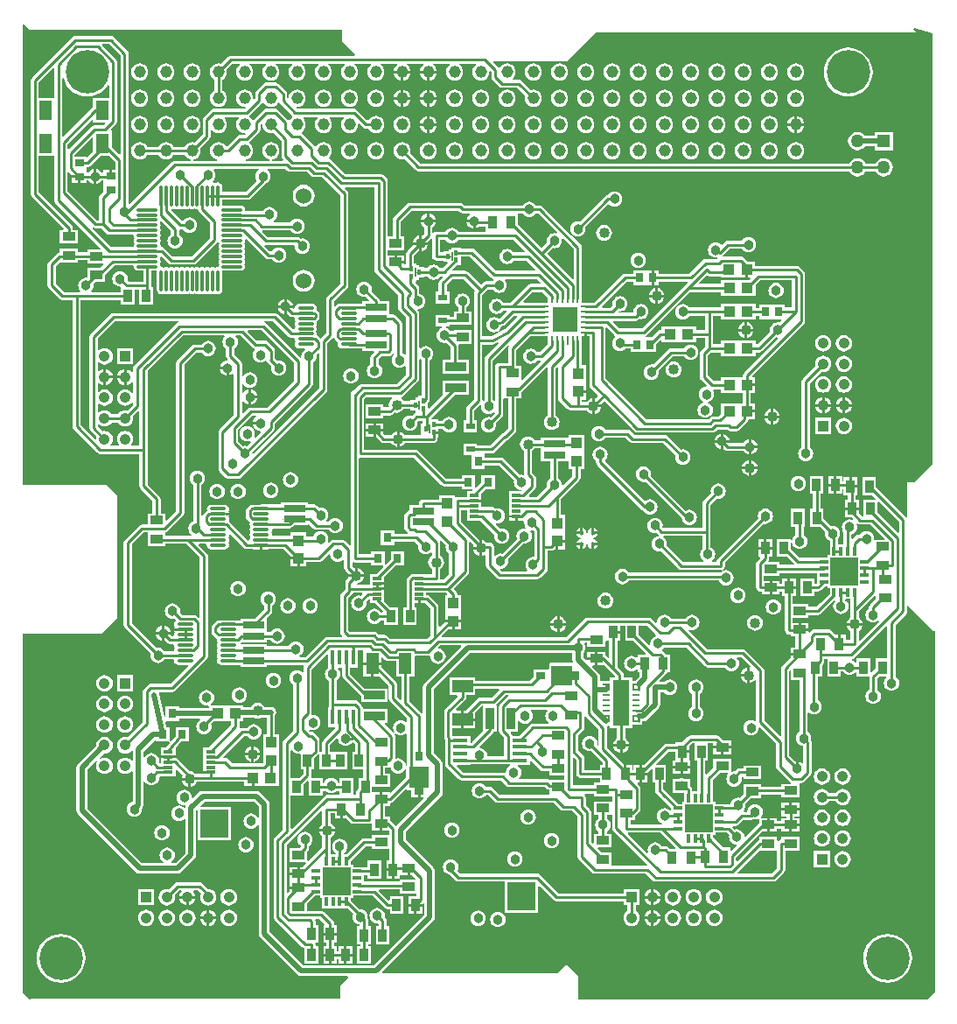
<source format=gtl>
%FSLAX44Y44*%
%MOMM*%
G71*
G01*
G75*
G04 Layer_Physical_Order=1*
G04 Layer_Color=255*
%ADD10R,1.2192X0.8128*%
%ADD11R,0.6500X0.2500*%
%ADD12R,0.1900X0.7500*%
%ADD13R,1.6500X4.4000*%
%ADD14R,0.8128X1.2192*%
%ADD15R,0.3048X0.8128*%
%ADD16R,0.8128X0.3048*%
%ADD17R,0.6500X0.8500*%
%ADD18R,0.9500X0.6500*%
%ADD19R,2.0066X0.8128*%
%ADD20R,0.3556X1.4224*%
%ADD21R,1.2192X2.0066*%
%ADD22R,2.0066X1.2192*%
%ADD23R,1.0160X1.1176*%
%ADD24O,1.0000X0.2500*%
%ADD25O,0.2500X1.0000*%
%ADD26R,2.4500X2.4500*%
%ADD27R,0.8000X0.9000*%
%ADD28R,2.1000X0.7000*%
%ADD29R,0.7112X0.9144*%
%ADD30R,0.8890X0.3048*%
%ADD31R,0.2000X0.9100*%
%ADD32R,0.4500X0.5000*%
%ADD33R,0.8300X0.6300*%
%ADD34R,1.1176X1.0160*%
%ADD35O,1.6500X0.3000*%
%ADD36R,1.3000X1.9000*%
%ADD37R,0.9144X0.7112*%
%ADD38O,2.1000X0.3000*%
%ADD39O,0.3000X2.1000*%
%ADD40R,1.4224X0.3556*%
%ADD41R,0.8500X0.6500*%
%ADD42R,0.6500X0.9500*%
%ADD43R,0.8128X2.0066*%
%ADD44C,0.5080*%
%ADD45C,0.2540*%
%ADD46C,0.0000*%
%ADD47R,1.9500X2.0000*%
%ADD48R,0.6500X0.8500*%
%ADD49R,2.0000X1.9500*%
%ADD50R,1.2700X1.2700*%
%ADD51C,1.2700*%
%ADD52C,1.0160*%
%ADD53R,2.7178X2.7178*%
%ADD54R,1.0668X1.0670*%
%ADD55C,1.0670*%
%ADD56R,1.0670X1.0670*%
%ADD57R,2.7178X2.7178*%
%ADD58C,4.2000*%
%ADD59C,0.5000*%
%ADD60C,1.1540*%
%ADD61R,1.0670X1.0670*%
%ADD62C,1.5240*%
%ADD63C,0.9652*%
%ADD64C,0.4540*%
G36*
X713947Y1015793D02*
X693627Y995473D01*
X692366Y994631D01*
X690880Y994335D01*
X669290D01*
X667803Y994631D01*
X666543Y995473D01*
X660227Y1001789D01*
X659012Y1001420D01*
X658875Y1000734D01*
X658258Y999810D01*
X658875Y998886D01*
X659189Y997310D01*
X658875Y995734D01*
X658258Y994810D01*
X658875Y993886D01*
X659189Y992310D01*
X659570Y991929D01*
X661146Y991616D01*
X662070Y990998D01*
X662993Y991616D01*
X664570Y991929D01*
X666146Y991616D01*
X667070Y990998D01*
X667993Y991616D01*
X669570Y991929D01*
X671146Y991616D01*
X672070Y990998D01*
X672993Y991616D01*
X674570Y991929D01*
X676146Y991616D01*
X677070Y990998D01*
X677993Y991616D01*
X679570Y991929D01*
X681146Y991616D01*
X682070Y990998D01*
X682993Y991616D01*
X684570Y991929D01*
X686146Y991616D01*
X687070Y990998D01*
X687993Y991616D01*
X689570Y991929D01*
X691146Y991616D01*
X692070Y990998D01*
X692993Y991616D01*
X694570Y991929D01*
X696146Y991616D01*
X697070Y990998D01*
X697993Y991616D01*
X699570Y991929D01*
X701146Y991616D01*
X702070Y990998D01*
X702993Y991616D01*
X704570Y991929D01*
X706146Y991616D01*
X707070Y990998D01*
X707993Y991616D01*
X709570Y991929D01*
X711146Y991616D01*
X712070Y990998D01*
X712993Y991616D01*
X714570Y991929D01*
X714951Y992310D01*
X715264Y993886D01*
X715881Y994810D01*
X715264Y995734D01*
X714951Y997310D01*
X715264Y998886D01*
X715881Y999810D01*
X715264Y1000734D01*
X714951Y1002310D01*
X715264Y1003886D01*
X715881Y1004810D01*
X715264Y1005734D01*
X714951Y1007310D01*
X715264Y1008886D01*
X715881Y1009810D01*
X715264Y1010734D01*
X714951Y1012310D01*
X715264Y1013886D01*
X715881Y1014810D01*
X715264Y1015734D01*
D01*
X715264D01*
D01*
Y1015734D01*
X714009Y1015887D01*
X713947Y1015793D01*
D02*
G37*
G36*
X891614Y1035981D02*
Y1021444D01*
X895096D01*
Y1008236D01*
X878914D01*
Y1003300D01*
X885190D01*
Y996696D01*
X886460D01*
Y995426D01*
X895096D01*
Y994425D01*
X896780D01*
Y995580D01*
X896815D01*
Y1004840D01*
X897062Y1006080D01*
X897111Y1006327D01*
X897953Y1007587D01*
X903159Y1012793D01*
X903071Y1013460D01*
X909320D01*
Y1007211D01*
X908653Y1007299D01*
X904584Y1003231D01*
Y995580D01*
X906360D01*
Y993880D01*
X909050D01*
Y991830D01*
X914130D01*
Y990795D01*
X917106D01*
X918156Y992163D01*
X919695Y993344D01*
X921487Y994086D01*
X923410Y994340D01*
X925333Y994086D01*
X927125Y993344D01*
X928663Y992163D01*
X929714Y990795D01*
X932031D01*
X937173Y995937D01*
X936687Y997110D01*
X932570D01*
Y998265D01*
X925830D01*
X924343Y998561D01*
X923083Y999403D01*
X922241Y1000663D01*
X921945Y1002150D01*
Y1018932D01*
X920772Y1019418D01*
X918020Y1016667D01*
X918108Y1016000D01*
X911860D01*
Y1022249D01*
X912527Y1022161D01*
X914325Y1023959D01*
Y1030016D01*
X912956Y1031067D01*
X911776Y1032605D01*
X911033Y1034397D01*
X910947Y1035050D01*
X925472D01*
X925386Y1034397D01*
X924644Y1032605D01*
X923463Y1031067D01*
X922094Y1030016D01*
Y1025544D01*
X923214Y1024945D01*
X924343Y1025699D01*
X925830Y1025995D01*
X934607D01*
X934636Y1026065D01*
X935816Y1027604D01*
X937355Y1028784D01*
X939147Y1029526D01*
X941070Y1029780D01*
X942993Y1029526D01*
X944785Y1028784D01*
X946323Y1027604D01*
X947504Y1026065D01*
X947533Y1025995D01*
X973163D01*
X973702Y1026534D01*
X973702Y1026893D01*
X973702Y1026893D01*
X973702D01*
Y1031285D01*
X968081D01*
X967913Y1031067D01*
X966375Y1029886D01*
X964583Y1029144D01*
X963930Y1029058D01*
Y1036320D01*
X962660D01*
Y1037590D01*
X955397D01*
X955483Y1038243D01*
X956226Y1040035D01*
X957406Y1041573D01*
X958826Y1042663D01*
X958418Y1043865D01*
X951230D01*
X949743Y1044161D01*
X948483Y1045003D01*
X947081Y1046405D01*
X902039D01*
X891614Y1035981D01*
D02*
G37*
G36*
X997430Y1018225D02*
X947189D01*
X946323Y1017096D01*
X944785Y1015916D01*
X942993Y1015174D01*
X941070Y1014920D01*
X939147Y1015174D01*
X937355Y1015916D01*
X935816Y1017096D01*
X934950Y1018225D01*
X929714D01*
Y1006035D01*
X932570D01*
Y1007190D01*
X937650D01*
Y1009240D01*
X940340D01*
Y1010940D01*
X949920D01*
Y1009785D01*
X960300D01*
X961786Y1009489D01*
X963047Y1008647D01*
X983439Y988255D01*
X1021592D01*
X1022078Y989428D01*
X1013241Y998265D01*
X1000834D01*
X999783Y996897D01*
X998245Y995716D01*
X996453Y994974D01*
X994530Y994721D01*
X992607Y994974D01*
X990815Y995716D01*
X989276Y996897D01*
X988096Y998435D01*
X987353Y1000227D01*
X987100Y1002150D01*
X987353Y1004073D01*
X988096Y1005865D01*
X989276Y1007403D01*
X990815Y1008584D01*
X992607Y1009326D01*
X994530Y1009580D01*
X996453Y1009326D01*
X998245Y1008584D01*
X999783Y1007403D01*
X1000834Y1006035D01*
X1011352D01*
X1011838Y1007208D01*
X1000541Y1018505D01*
X998837D01*
X997430Y1018225D01*
D02*
G37*
G36*
X592797Y1029407D02*
X611009Y1011195D01*
X632172D01*
X632977Y1012176D01*
X632951Y1012310D01*
X633264Y1013886D01*
X633881Y1014810D01*
X633264Y1015734D01*
X632951Y1017310D01*
X633264Y1018886D01*
X633881Y1019810D01*
X633264Y1020734D01*
X632951Y1022310D01*
X632977Y1022444D01*
X632172Y1023425D01*
X609226D01*
X607739Y1023721D01*
X606479Y1024563D01*
X601641Y1029401D01*
X596124D01*
X594637Y1029697D01*
X593602Y1030388D01*
X592797Y1029407D01*
D02*
G37*
G36*
X823288Y529903D02*
Y522986D01*
X826008D01*
Y522986D01*
X826296Y522986D01*
X826406D01*
Y522986D01*
X826406D01*
X826406D01*
X839614D01*
Y505714D01*
X826406D01*
Y505714D01*
X826008Y505714D01*
Y505714D01*
X812800D01*
Y519820D01*
X812350Y520121D01*
X811627Y520420D01*
X807864Y516658D01*
Y505714D01*
X805144D01*
Y500270D01*
X804849Y498783D01*
X804797Y498706D01*
X805396Y497586D01*
X815848D01*
Y492835D01*
X817340D01*
X817796Y493935D01*
X818976Y495474D01*
X820515Y496654D01*
X822307Y497396D01*
X824230Y497650D01*
X826153Y497396D01*
X827945Y496654D01*
X829483Y495474D01*
X830664Y493935D01*
X831120Y492835D01*
X832612D01*
Y497586D01*
X845820D01*
Y481151D01*
X848539D01*
Y484124D01*
X848835Y485611D01*
X849677Y486871D01*
X850756Y487950D01*
Y497586D01*
X855143D01*
Y505714D01*
X844550D01*
Y522986D01*
X847269D01*
Y530665D01*
X845782Y532153D01*
X844514Y532070D01*
X843453Y530686D01*
X841915Y529506D01*
X840123Y528764D01*
X838200Y528510D01*
X836277Y528764D01*
X834485Y529506D01*
X832946Y530686D01*
X831766Y532225D01*
X831023Y534017D01*
X830789Y535794D01*
X829587Y536202D01*
X823288Y529903D01*
D02*
G37*
G36*
X1069986Y557045D02*
X1069304Y556589D01*
Y546418D01*
X1069009Y544931D01*
X1068167Y543671D01*
X1063064Y538568D01*
Y524422D01*
X1068167Y519319D01*
X1069009Y518059D01*
X1069304Y516572D01*
Y505535D01*
X1084216D01*
Y510286D01*
X1086935D01*
Y512851D01*
X1076130Y523656D01*
X1074420Y523430D01*
X1072497Y523684D01*
X1070705Y524426D01*
X1069166Y525606D01*
X1067986Y527145D01*
X1067243Y528937D01*
X1066990Y530860D01*
X1067243Y532783D01*
X1067986Y534575D01*
X1069166Y536114D01*
X1070705Y537294D01*
X1072497Y538036D01*
X1074420Y538290D01*
X1076343Y538036D01*
X1078135Y537294D01*
X1079673Y536114D01*
X1080854Y534575D01*
X1081596Y532783D01*
X1081849Y530860D01*
X1081704Y529754D01*
X1082711Y528981D01*
X1083235Y529198D01*
Y544491D01*
X1070478Y557248D01*
X1069986Y557045D01*
D02*
G37*
G36*
X677100Y552870D02*
X664545D01*
X663749Y551881D01*
X664825Y546950D01*
X667600D01*
Y533370D01*
X668789Y532924D01*
X673520Y538333D01*
Y546950D01*
X686600D01*
Y532870D01*
X679063D01*
X673481Y526487D01*
Y519176D01*
Y519175D01*
X659511D01*
Y519176D01*
Y527304D01*
X663873D01*
X667730Y531713D01*
X667205Y532870D01*
X654520D01*
Y533776D01*
X653346Y534262D01*
X642419Y523334D01*
Y517972D01*
X643664Y517724D01*
X643806Y518065D01*
X644986Y519604D01*
X646525Y520784D01*
X648317Y521526D01*
X650240Y521780D01*
X652163Y521526D01*
X653955Y520784D01*
X655493Y519604D01*
X656674Y518065D01*
X657416Y516273D01*
X657669Y514350D01*
X657481Y512920D01*
X658318Y511965D01*
X659511D01*
Y512144D01*
Y514096D01*
Y516890D01*
X674421D01*
X675513Y516161D01*
X687470Y504203D01*
X689059Y503994D01*
X690913Y503226D01*
X692505Y502005D01*
X692719Y501725D01*
X700532D01*
Y501810D01*
X707517D01*
Y504016D01*
X700532D01*
Y504016D01*
Y509016D01*
Y514096D01*
Y519176D01*
Y527304D01*
X706087D01*
X727635Y548852D01*
Y552450D01*
X723156D01*
X723156Y552450D01*
Y552450D01*
X723138Y552450D01*
X722698D01*
X722258D01*
X722240Y552450D01*
X722240Y552450D01*
Y552450D01*
X710733D01*
X708029Y549745D01*
X708216Y549293D01*
X708469Y547370D01*
X708216Y545447D01*
X707474Y543655D01*
X706293Y542117D01*
X704755Y540936D01*
X702963Y540194D01*
X701040Y539940D01*
X699117Y540194D01*
X697325Y540936D01*
X695786Y542117D01*
X694606Y543655D01*
X693863Y545447D01*
X693610Y547370D01*
X693863Y549293D01*
X694606Y551085D01*
X695786Y552623D01*
X697173Y553688D01*
X696765Y554891D01*
X677100D01*
Y552870D01*
D02*
G37*
G36*
X1017279Y562666D02*
X1018370Y561245D01*
X1019112Y559453D01*
X1019365Y557530D01*
X1019112Y555607D01*
X1018370Y553815D01*
X1017189Y552276D01*
X1015651Y551096D01*
X1013859Y550354D01*
X1011936Y550100D01*
X1010013Y550354D01*
X1008221Y551096D01*
X1006682Y552276D01*
X1006026Y553131D01*
X1004824Y552723D01*
Y542417D01*
X998461D01*
X997975Y541244D01*
X998427Y540792D01*
X999269Y539531D01*
X999458Y538578D01*
X1006248D01*
X1016771Y549101D01*
X1018031Y549943D01*
X1019518Y550239D01*
X1034287D01*
X1034695Y551441D01*
X1033606Y552276D01*
X1032426Y553815D01*
X1031683Y555607D01*
X1031430Y557530D01*
X1031683Y559453D01*
X1032426Y561245D01*
X1033516Y562666D01*
X1032955Y563805D01*
X1017841D01*
X1017279Y562666D01*
D02*
G37*
G36*
X1047796Y1019466D02*
X1047430Y1019286D01*
X1047679Y1017390D01*
X1047426Y1015467D01*
X1046684Y1013675D01*
X1045503Y1012137D01*
X1043965Y1010956D01*
X1042173Y1010214D01*
X1040250Y1009960D01*
X1038539Y1010186D01*
X1033044Y1004690D01*
X1057852Y979882D01*
X1059025Y980368D01*
Y1009391D01*
X1048612Y1019804D01*
X1047796Y1019466D01*
D02*
G37*
G36*
X963803Y577596D02*
X955114D01*
Y575747D01*
X954819Y574261D01*
X953977Y573000D01*
X945016Y564039D01*
X945502Y562866D01*
X949960D01*
Y554230D01*
Y545594D01*
X941271D01*
Y538799D01*
X941419Y538578D01*
X958802D01*
Y531645D01*
X960092D01*
X960785Y532337D01*
X961220Y532628D01*
X971456Y542864D01*
Y567563D01*
X971456Y567563D01*
Y567563D01*
X971456D01*
Y567563D01*
X971403Y567615D01*
X970109D01*
X963803Y561309D01*
Y555500D01*
X952500D01*
Y562866D01*
X954372D01*
X965753Y574247D01*
X967013Y575089D01*
X968500Y575385D01*
X979591D01*
X987158Y582952D01*
X986672Y584125D01*
X963803D01*
Y577596D01*
D02*
G37*
G36*
X605536Y984742D02*
Y977536D01*
X595789D01*
X593957Y975703D01*
X594169Y974090D01*
X593916Y972167D01*
X593174Y970375D01*
X592083Y968954D01*
X592645Y967815D01*
X620522D01*
Y972566D01*
X620522Y972566D01*
X620522D01*
X619760Y973010D01*
X617837Y973264D01*
X616045Y974006D01*
X614506Y975186D01*
X613326Y976725D01*
X612583Y978517D01*
X612330Y980440D01*
X612583Y982363D01*
X613326Y984155D01*
X614506Y985694D01*
X616045Y986874D01*
X617837Y987616D01*
X619760Y987870D01*
X621683Y987616D01*
X623475Y986874D01*
X625013Y985694D01*
X626194Y984155D01*
X626936Y982363D01*
X627189Y980440D01*
X626991Y978930D01*
X627828Y977975D01*
X642185D01*
Y988191D01*
X637070D01*
X635494Y988504D01*
X634157Y989397D01*
X633264Y990734D01*
X632951Y992310D01*
X632977Y992444D01*
X632172Y993425D01*
X614219D01*
X605536Y984742D01*
D02*
G37*
G36*
X837321Y1068092D02*
X839677Y1065737D01*
X840519Y1064477D01*
X840814Y1062990D01*
Y974090D01*
X840519Y972603D01*
X839677Y971343D01*
X827162Y958828D01*
Y954625D01*
X828335Y954139D01*
X829613Y955417D01*
X830874Y956259D01*
X832360Y956555D01*
X854370D01*
Y958710D01*
X860397D01*
X860883Y959883D01*
X857690Y963076D01*
X855980Y962850D01*
X854057Y963104D01*
X852265Y963846D01*
X850726Y965026D01*
X849546Y966565D01*
X848803Y968357D01*
X848550Y970280D01*
X848803Y972203D01*
X849546Y973995D01*
X850726Y975534D01*
X852265Y976714D01*
X854057Y977456D01*
X855980Y977710D01*
X857903Y977456D01*
X859695Y976714D01*
X861233Y975534D01*
X862414Y973995D01*
X863156Y972203D01*
X863409Y970280D01*
X863184Y968569D01*
X870157Y961597D01*
X870999Y960337D01*
X871294Y958850D01*
Y958710D01*
X880450D01*
Y946630D01*
Y946055D01*
X884090D01*
X885576Y945759D01*
X886837Y944917D01*
X891747Y940007D01*
X892589Y938747D01*
X892884Y937260D01*
Y908590D01*
X893985Y908134D01*
X895406Y907043D01*
X896545Y907605D01*
Y943308D01*
X890063Y949791D01*
X889221Y951051D01*
X888925Y952537D01*
Y964861D01*
X867203Y986583D01*
X866361Y987843D01*
X866065Y989330D01*
Y1069265D01*
X837807D01*
X837321Y1068092D01*
D02*
G37*
G36*
X805254Y602505D02*
Y560468D01*
X805055Y559467D01*
X805923Y558540D01*
X806450Y558610D01*
X808373Y558356D01*
X810165Y557614D01*
X811703Y556433D01*
X812884Y554895D01*
X813626Y553103D01*
X813879Y551180D01*
X813626Y549257D01*
X812884Y547465D01*
X811703Y545927D01*
X810165Y544746D01*
X808373Y544004D01*
X806450Y543750D01*
X804527Y544004D01*
X803581Y544395D01*
X802876Y543339D01*
X803850Y542365D01*
X804781D01*
X806268Y542069D01*
X807528Y541227D01*
X811737Y537019D01*
X812579Y535758D01*
X812874Y534272D01*
Y523277D01*
X813114Y522986D01*
X815519D01*
Y531512D01*
X815815Y532999D01*
X816657Y534259D01*
X828086Y545689D01*
X827600Y546862D01*
X821436D01*
Y566166D01*
X821869D01*
Y568960D01*
Y591701D01*
X821785Y591736D01*
X820246Y592916D01*
X819066Y594455D01*
X818323Y596247D01*
X818070Y598170D01*
X818323Y600093D01*
X819066Y601885D01*
X820246Y603424D01*
X821498Y604384D01*
X821436Y604568D01*
X821436D01*
X821436Y604568D01*
Y617027D01*
X820263Y617513D01*
X805254Y602505D01*
D02*
G37*
G36*
X949920Y1000860D02*
Y993360D01*
X945583D01*
X941652Y989428D01*
X942138Y988255D01*
X953890D01*
X955376Y987959D01*
X956637Y987117D01*
X969130Y974624D01*
X971463Y976957D01*
X972723Y977799D01*
X974210Y978095D01*
X980606D01*
X981628Y979426D01*
X981572Y979573D01*
X980700Y980710D01*
X980343Y980781D01*
X979083Y981623D01*
X958691Y1002015D01*
X949920D01*
Y1000860D01*
D02*
G37*
G36*
X1225160Y981710D02*
X1218302D01*
Y981710D01*
X1217422Y981710D01*
Y981710D01*
X1201166D01*
Y983025D01*
X1190417D01*
X1188931Y983321D01*
X1187734Y984121D01*
X1180341Y976728D01*
X1180827Y975555D01*
X1201422D01*
Y979290D01*
X1217678D01*
Y979290D01*
X1218315Y979290D01*
X1218558D01*
Y979290D01*
X1218558D01*
X1218558D01*
X1228812D01*
X1230059Y980537D01*
X1229573Y981710D01*
X1227700D01*
Y989330D01*
X1225160D01*
Y981710D01*
D02*
G37*
G36*
X578866Y996442D02*
X561594D01*
X561594Y996442D01*
Y996442D01*
X561348Y996544D01*
X557604Y992801D01*
Y975699D01*
X565489Y967815D01*
X580835D01*
X581396Y968954D01*
X580306Y970375D01*
X579563Y972167D01*
X579310Y974090D01*
X579563Y976013D01*
X580306Y977805D01*
X581486Y979343D01*
X583025Y980524D01*
X584817Y981266D01*
X586740Y981520D01*
X587309Y981445D01*
X588264Y982282D01*
Y990744D01*
X600550D01*
X604313Y994507D01*
X603827Y995680D01*
X588264D01*
Y998399D01*
X578866D01*
Y996442D01*
D02*
G37*
G36*
X739394Y552450D02*
X735404D01*
Y547243D01*
X735257Y546501D01*
X736313Y545796D01*
X736437Y545879D01*
X737924Y546175D01*
X742996D01*
X744046Y547543D01*
X745585Y548724D01*
X747377Y549466D01*
X749300Y549720D01*
X751223Y549466D01*
X753015Y548724D01*
X754553Y547543D01*
X755734Y546005D01*
X756476Y544213D01*
X756729Y542290D01*
X756476Y540367D01*
X755734Y538575D01*
X754553Y537037D01*
X753015Y535856D01*
X751223Y535114D01*
X749300Y534860D01*
X747377Y535114D01*
X745585Y535856D01*
X744046Y537037D01*
X742996Y538405D01*
X739533D01*
X719266Y518138D01*
X719752Y516965D01*
X721675D01*
X723162Y516669D01*
X724422Y515827D01*
X728364Y511885D01*
X746901D01*
X746902Y511900D01*
X749158D01*
X749159Y511885D01*
X757461D01*
X758190Y512614D01*
Y522868D01*
X758190D01*
X758190Y523748D01*
X758190Y523748D01*
Y523748D01*
Y540004D01*
X761925D01*
Y556161D01*
X757222D01*
X756953Y555954D01*
X755099Y555186D01*
X753110Y554924D01*
X751121Y555186D01*
X749267Y555954D01*
X748998Y556161D01*
X739394D01*
Y552450D01*
D02*
G37*
G36*
X1005054Y1043806D02*
X1005054D01*
Y1032680D01*
X1027550Y1010184D01*
X1033046Y1015679D01*
X1032820Y1017390D01*
X1033073Y1019313D01*
X1033816Y1021105D01*
X1034996Y1022644D01*
X1036535Y1023824D01*
X1038327Y1024566D01*
X1040250Y1024820D01*
X1042145Y1024570D01*
X1042326Y1024936D01*
X1042664Y1025752D01*
X1024551Y1043865D01*
X1022304D01*
X1021253Y1042496D01*
X1019715Y1041316D01*
X1017923Y1040574D01*
X1016000Y1040320D01*
X1014077Y1040574D01*
X1012285Y1041316D01*
X1010746Y1042496D01*
X1009696Y1043865D01*
X1005054D01*
Y1043806D01*
D02*
G37*
G36*
X575892Y1100737D02*
Y1098550D01*
X587502D01*
X587502Y1098550D01*
Y1098550D01*
X588287Y1098225D01*
X593770Y1103708D01*
Y1116955D01*
X592597Y1117441D01*
X575892Y1100737D01*
D02*
G37*
G36*
X602558Y1206522D02*
X615867Y1193214D01*
X616709Y1191953D01*
X617005Y1190467D01*
Y1132682D01*
X616709Y1131195D01*
X615867Y1129935D01*
X610905Y1124973D01*
X611391Y1123800D01*
X611850D01*
Y1108214D01*
X619274Y1100790D01*
X620447Y1101276D01*
Y1196509D01*
X609261Y1207695D01*
X603044D01*
X602558Y1206522D01*
D02*
G37*
G36*
X1057984Y516855D02*
Y490405D01*
X1078484D01*
Y493124D01*
X1084216D01*
Y497765D01*
X1065530D01*
X1065475Y497776D01*
X1065420Y497765D01*
X1063933Y498061D01*
X1062673Y498903D01*
X1061831Y500163D01*
X1061535Y501650D01*
Y514963D01*
X1059158Y517341D01*
X1057984Y516855D01*
D02*
G37*
G36*
X1016508Y513910D02*
Y510286D01*
X1005236D01*
X1004827Y509083D01*
X1006013Y508173D01*
X1007194Y506635D01*
X1007936Y504843D01*
X1008189Y502920D01*
X1007936Y500997D01*
X1007194Y499205D01*
X1006103Y497784D01*
X1006665Y496645D01*
X1032926D01*
X1034412Y496349D01*
X1035673Y495507D01*
X1035735Y495444D01*
X1050215D01*
Y500380D01*
X1035304D01*
Y504369D01*
X1029317D01*
X1027831Y504665D01*
X1026571Y505507D01*
X1017681Y514397D01*
X1016508Y513910D01*
D02*
G37*
G36*
X883873Y474519D02*
X882612Y473677D01*
X881126Y473381D01*
Y470662D01*
X876374D01*
Y460248D01*
X881126D01*
Y456529D01*
X881333Y456391D01*
X884553Y453171D01*
X887397Y451270D01*
X913913Y477787D01*
X913427Y478960D01*
X910590D01*
Y484750D01*
X908050D01*
Y478960D01*
X902030D01*
Y485405D01*
X899565D01*
X898574Y485602D01*
X897734Y486164D01*
X897402Y486660D01*
X896138Y486785D01*
X883873Y474519D01*
D02*
G37*
G36*
X1170940Y528160D02*
Y524510D01*
X1164336D01*
Y521970D01*
X1170940D01*
Y514858D01*
X1171956D01*
Y509524D01*
X1154684D01*
Y514858D01*
X1157732D01*
Y523165D01*
X1150705D01*
X1138999Y511459D01*
X1139485Y510286D01*
X1148444D01*
Y493014D01*
X1145724D01*
Y486893D01*
X1148541Y484077D01*
X1160178Y472440D01*
X1163701D01*
Y474599D01*
X1165860D01*
Y483506D01*
X1154684D01*
Y496714D01*
X1160643D01*
X1161833Y497509D01*
X1163320Y497805D01*
X1164806Y497509D01*
X1165996Y496714D01*
X1171956D01*
Y489618D01*
X1172671Y488903D01*
X1173513Y487643D01*
X1173808Y486156D01*
Y484886D01*
X1178595D01*
Y514604D01*
X1175876D01*
Y531039D01*
X1173819D01*
X1170940Y528160D01*
D02*
G37*
G36*
X569034Y1110911D02*
Y1106526D01*
X570208Y1106040D01*
X591985Y1127817D01*
X593245Y1128659D01*
X594732Y1128955D01*
X603899D01*
X605491Y1130547D01*
X605005Y1131720D01*
X593770D01*
Y1133987D01*
X592597Y1134473D01*
X569034Y1110911D01*
D02*
G37*
G36*
X797704Y491220D02*
Y480314D01*
X784934D01*
Y449188D01*
X786108Y448702D01*
X817419Y480013D01*
X818679Y480855D01*
X820166Y481151D01*
X832612D01*
Y485065D01*
X829559D01*
X829483Y484967D01*
X827945Y483786D01*
X826153Y483044D01*
X824230Y482790D01*
X822307Y483044D01*
X820515Y483786D01*
X818976Y484967D01*
X818901Y485065D01*
X815848D01*
Y480314D01*
X802640D01*
Y494497D01*
X801467Y494983D01*
X797704Y491220D01*
D02*
G37*
G36*
X958802Y510286D02*
X946343D01*
X945857Y509113D01*
X951975Y502995D01*
X990201D01*
X991441Y502748D01*
X991688Y502699D01*
X992091Y502430D01*
X993297Y502827D01*
X993330Y502920D01*
X993330Y502920D01*
X993330D01*
X993583Y504843D01*
X994326Y506635D01*
X995506Y508173D01*
X997045Y509354D01*
X997204Y509420D01*
Y510127D01*
X997086Y510719D01*
X958802D01*
Y510286D01*
D02*
G37*
G36*
X710193Y1085906D02*
X711284Y1084485D01*
X712026Y1082693D01*
X712279Y1080770D01*
X712026Y1078847D01*
X711284Y1077055D01*
X710103Y1075517D01*
X709571Y1075108D01*
X709860Y1073872D01*
X711146Y1073616D01*
X712070Y1072998D01*
X712993Y1073616D01*
X714570Y1073929D01*
X716146Y1073616D01*
X717483Y1072723D01*
X718375Y1071386D01*
X718689Y1069810D01*
Y1064695D01*
X741701D01*
X752205Y1075199D01*
X751756Y1075785D01*
X751013Y1077577D01*
X750760Y1079500D01*
X751013Y1081423D01*
X751756Y1083215D01*
X752936Y1084753D01*
X754356Y1085843D01*
X753948Y1087045D01*
X710755D01*
X710193Y1085906D01*
D02*
G37*
G36*
X590757Y1089707D02*
X589496Y1088865D01*
X588010Y1088569D01*
X587502D01*
Y1086358D01*
X587502D01*
X587502Y1085446D01*
X587502D01*
Y1083235D01*
X589326D01*
X590376Y1084604D01*
X591915Y1085784D01*
X593707Y1086526D01*
X594360Y1086612D01*
Y1079350D01*
Y1072088D01*
X593707Y1072174D01*
X591915Y1072916D01*
X590376Y1074097D01*
X589326Y1075465D01*
X587502D01*
Y1073254D01*
X581660D01*
Y1079350D01*
X580390D01*
Y1080620D01*
X573214D01*
X570208Y1083626D01*
X569034Y1083140D01*
Y1065869D01*
X597733Y1037171D01*
X599365D01*
Y1058926D01*
X599661Y1060413D01*
X600503Y1061673D01*
X603758Y1064928D01*
Y1072642D01*
X603758D01*
X603758Y1073554D01*
X603758Y1073554D01*
Y1073554D01*
Y1075465D01*
X601934D01*
X600883Y1074097D01*
X599345Y1072916D01*
X597553Y1072174D01*
X596900Y1072088D01*
Y1079350D01*
Y1086612D01*
X597553Y1086526D01*
X599345Y1085784D01*
X600883Y1084604D01*
X601934Y1083235D01*
X603758D01*
Y1085746D01*
X609600D01*
Y1079650D01*
X612140D01*
Y1085746D01*
X615367D01*
Y1093709D01*
X609356Y1099720D01*
X600770D01*
X590757Y1089707D01*
D02*
G37*
G36*
X762024Y1085843D02*
X763443Y1084753D01*
X764624Y1083215D01*
X765366Y1081423D01*
X765619Y1079500D01*
X765366Y1077577D01*
X764624Y1075785D01*
X763443Y1074247D01*
X761905Y1073066D01*
X760462Y1072468D01*
X746057Y1058063D01*
X744796Y1057221D01*
X744550Y1057172D01*
X743310Y1056925D01*
X718689D01*
Y1051810D01*
X719070Y1051429D01*
X737070D01*
X738646Y1051116D01*
X739983Y1050223D01*
X740875Y1048886D01*
X741189Y1047310D01*
X741162Y1047176D01*
X741968Y1046195D01*
X758027D01*
X758106Y1046385D01*
X759286Y1047924D01*
X760825Y1049104D01*
X762617Y1049846D01*
X764540Y1050100D01*
X766463Y1049846D01*
X768255Y1049104D01*
X769793Y1047924D01*
X770974Y1046385D01*
X771716Y1044593D01*
X771969Y1042670D01*
X771716Y1040747D01*
X770974Y1038955D01*
X769793Y1037417D01*
X768374Y1036327D01*
X768782Y1035125D01*
X784906D01*
X785956Y1036494D01*
X787495Y1037674D01*
X789287Y1038416D01*
X791210Y1038670D01*
X793133Y1038416D01*
X794925Y1037674D01*
X796463Y1036494D01*
X797644Y1034955D01*
X798386Y1033163D01*
X798639Y1031240D01*
X798386Y1029317D01*
X797644Y1027525D01*
X796463Y1025986D01*
X794925Y1024806D01*
X793133Y1024064D01*
X791210Y1023810D01*
X789287Y1024064D01*
X787495Y1024806D01*
X785956Y1025986D01*
X784906Y1027355D01*
X757797D01*
X757311Y1026182D01*
X762339Y1021155D01*
X791210D01*
X792696Y1020859D01*
X793957Y1020017D01*
X794579Y1019394D01*
X796290Y1019620D01*
X798213Y1019366D01*
X800005Y1018624D01*
X801543Y1017443D01*
X802724Y1015905D01*
X803466Y1014113D01*
X803719Y1012190D01*
X803466Y1010267D01*
X802724Y1008475D01*
X801543Y1006936D01*
X800005Y1005756D01*
X798213Y1005014D01*
X796290Y1004760D01*
X794367Y1005014D01*
X792575Y1005756D01*
X791036Y1006936D01*
X789856Y1008475D01*
X789113Y1010267D01*
X788860Y1012190D01*
X788892Y1012430D01*
X788055Y1013385D01*
X760730D01*
X760314Y1013468D01*
X759715Y1012348D01*
X764879Y1007185D01*
X767126D01*
X768176Y1008553D01*
X769715Y1009734D01*
X771507Y1010476D01*
X773430Y1010730D01*
X775353Y1010476D01*
X777145Y1009734D01*
X778683Y1008553D01*
X779864Y1007015D01*
X780606Y1005223D01*
X780859Y1003300D01*
X780606Y1001377D01*
X779864Y999585D01*
X778683Y998046D01*
X777145Y996866D01*
X775353Y996124D01*
X773430Y995870D01*
X771507Y996124D01*
X769715Y996866D01*
X768176Y998046D01*
X767126Y999415D01*
X763270D01*
X761783Y999711D01*
X760523Y1000553D01*
X742096Y1018980D01*
X740976Y1018382D01*
X741189Y1017310D01*
X740875Y1015734D01*
X740258Y1014810D01*
X740875Y1013886D01*
X741189Y1012310D01*
X740875Y1010734D01*
X740258Y1009810D01*
X740875Y1008886D01*
X741189Y1007310D01*
X740875Y1005734D01*
X740258Y1004810D01*
X740875Y1003886D01*
X741189Y1002310D01*
X740875Y1000734D01*
X740258Y999810D01*
X740875Y998886D01*
X741189Y997310D01*
X740875Y995734D01*
X740258Y994810D01*
X740875Y993886D01*
X741189Y992310D01*
X740875Y990734D01*
X739983Y989397D01*
X738646Y988504D01*
X737070Y988191D01*
X719070D01*
X718689Y987810D01*
Y969810D01*
X718375Y968234D01*
X717483Y966897D01*
X716146Y966004D01*
X714570Y965691D01*
X712993Y966004D01*
X712070Y966622D01*
X711146Y966004D01*
X709570Y965691D01*
X707993Y966004D01*
X707070Y966622D01*
X706146Y966004D01*
X704570Y965691D01*
X702993Y966004D01*
X702070Y966622D01*
X701146Y966004D01*
X699570Y965691D01*
X697993Y966004D01*
X697070Y966622D01*
X696146Y966004D01*
X694570Y965691D01*
X692993Y966004D01*
X692070Y966622D01*
X691146Y966004D01*
X689570Y965691D01*
X687993Y966004D01*
X687070Y966622D01*
X686146Y966004D01*
X684570Y965691D01*
X682993Y966004D01*
X682070Y966622D01*
X681146Y966004D01*
X679570Y965691D01*
X677993Y966004D01*
X677070Y966622D01*
X676146Y966004D01*
X674570Y965691D01*
X672993Y966004D01*
X672070Y966622D01*
X671146Y966004D01*
X669570Y965691D01*
X667993Y966004D01*
X667070Y966622D01*
X666146Y966004D01*
X664570Y965691D01*
X662993Y966004D01*
X662070Y966622D01*
X661146Y966004D01*
X659570Y965691D01*
X657993Y966004D01*
X656657Y966897D01*
X655764Y968234D01*
X655451Y969810D01*
Y987810D01*
X655070Y988191D01*
X649955D01*
Y972566D01*
X651874D01*
Y955294D01*
X638666D01*
Y970205D01*
X633730D01*
Y955294D01*
X620522D01*
Y960045D01*
X581734D01*
Y839175D01*
X595707Y825202D01*
X596910Y825610D01*
X597168Y827566D01*
X597203Y827653D01*
X591533Y833323D01*
X590691Y834583D01*
X590642Y834830D01*
X590395Y836070D01*
Y924480D01*
X590691Y925967D01*
X591533Y927227D01*
X610663Y946357D01*
X611923Y947199D01*
X613410Y947495D01*
X769620D01*
X771106Y947199D01*
X772367Y946357D01*
X787171Y931552D01*
X788440Y931614D01*
X788827Y932086D01*
X788801Y932220D01*
X789114Y933796D01*
X789731Y934720D01*
X789114Y935644D01*
X788801Y937220D01*
X789114Y938796D01*
X789731Y939720D01*
X789114Y940644D01*
X788801Y942220D01*
X788827Y942354D01*
X788022Y943335D01*
X786330D01*
X784843Y943631D01*
X783583Y944473D01*
X781490Y946566D01*
X781050Y946508D01*
Y952500D01*
X787042D01*
X787000Y952182D01*
X787634Y951743D01*
X788584Y951790D01*
X788827Y952086D01*
X788801Y952220D01*
X789114Y953796D01*
X790007Y955133D01*
X791344Y956026D01*
X792920Y956339D01*
X806420D01*
X807996Y956026D01*
X809333Y955133D01*
X810225Y953796D01*
X810539Y952220D01*
X810225Y950644D01*
X810049Y950380D01*
X810667Y949967D01*
X811737Y948897D01*
X812579Y947637D01*
X812874Y946150D01*
Y943610D01*
X812579Y942123D01*
X811737Y940863D01*
X810347Y939473D01*
X809950Y939208D01*
X810225Y938796D01*
X810539Y937220D01*
X810225Y935644D01*
X809608Y934720D01*
X810225Y933796D01*
X810539Y932220D01*
X810225Y930644D01*
X809608Y929720D01*
X810225Y928796D01*
X810539Y927220D01*
X810262Y925830D01*
X810276Y925809D01*
X810276D01*
X810276Y925809D01*
X811537Y924967D01*
X813967Y922537D01*
X819393Y927963D01*
Y960437D01*
X819688Y961924D01*
X820530Y963184D01*
X833045Y975699D01*
Y1061381D01*
X815491Y1078935D01*
X807717D01*
X806230Y1079231D01*
X804970Y1080073D01*
X801028Y1084015D01*
X784421D01*
X782934Y1084311D01*
X781674Y1085153D01*
X779782Y1087045D01*
X762432D01*
X762024Y1085843D01*
D02*
G37*
G36*
X676146Y1048004D02*
X674570Y1047691D01*
X672993Y1048004D01*
X672070Y1048622D01*
X671146Y1048004D01*
X669993Y1047775D01*
X669624Y1046560D01*
X679661Y1036523D01*
X680928Y1036606D01*
X681816Y1037764D01*
X683355Y1038944D01*
X685147Y1039686D01*
X687070Y1039940D01*
X688993Y1039686D01*
X690785Y1038944D01*
X692323Y1037764D01*
X693504Y1036225D01*
X694246Y1034433D01*
X694499Y1032510D01*
X694246Y1030587D01*
X693504Y1028795D01*
X692323Y1027256D01*
X690785Y1026076D01*
X688993Y1025334D01*
X687070Y1025080D01*
X685147Y1025334D01*
X683355Y1026076D01*
X681816Y1027256D01*
X680766Y1028625D01*
X678180D01*
X677966Y1028668D01*
X676984Y1027862D01*
Y1023574D01*
X678353Y1022523D01*
X679534Y1020985D01*
X680276Y1019193D01*
X680529Y1017270D01*
X680276Y1015347D01*
X679534Y1013555D01*
X678353Y1012017D01*
X676815Y1010836D01*
X675023Y1010094D01*
X673100Y1009840D01*
X671177Y1010094D01*
X669385Y1010836D01*
X667846Y1012017D01*
X666666Y1013555D01*
X665923Y1015347D01*
X665670Y1017270D01*
X665923Y1019193D01*
X666666Y1020985D01*
X667846Y1022523D01*
X669215Y1023574D01*
Y1027091D01*
X660109Y1036197D01*
X658894Y1035828D01*
X658875Y1035734D01*
X658258Y1034810D01*
X658875Y1033886D01*
X659189Y1032310D01*
X658875Y1030734D01*
X658258Y1029810D01*
X658875Y1028886D01*
X659189Y1027310D01*
X658875Y1025734D01*
X658258Y1024810D01*
X658875Y1023886D01*
X659189Y1022310D01*
X658875Y1020734D01*
X658258Y1019810D01*
X658875Y1018886D01*
X659189Y1017310D01*
X658875Y1015734D01*
X658258Y1014810D01*
X658875Y1013886D01*
X659189Y1012310D01*
X659162Y1012176D01*
X659968Y1011195D01*
X660200D01*
X661686Y1010899D01*
X662947Y1010057D01*
X670899Y1002105D01*
X689271D01*
X707315Y1020149D01*
Y1034711D01*
X696823Y1045203D01*
X695981Y1046463D01*
X695867Y1047033D01*
X694811Y1047739D01*
X694570Y1047691D01*
X692993Y1048004D01*
X692070Y1048622D01*
X691146Y1048004D01*
X689570Y1047691D01*
X687993Y1048004D01*
X687070Y1048622D01*
X686146Y1048004D01*
X684570Y1047691D01*
X682993Y1048004D01*
X682070Y1048622D01*
X681146Y1048004D01*
X679570Y1047691D01*
X677993Y1048004D01*
X677070Y1048622D01*
X676146Y1048004D01*
D02*
G37*
G36*
X1267534Y601142D02*
Y519769D01*
X1273369Y513934D01*
X1273810Y513992D01*
Y506730D01*
X1276350D01*
Y513992D01*
X1277003Y513906D01*
X1278795Y513164D01*
X1280216Y512073D01*
X1281355Y512635D01*
Y528520D01*
X1279507Y528764D01*
X1277715Y529506D01*
X1276176Y530686D01*
X1274996Y532225D01*
X1274253Y534017D01*
X1274000Y535940D01*
X1274253Y537863D01*
X1274996Y539655D01*
X1276176Y541194D01*
X1277545Y542244D01*
Y592726D01*
X1268984D01*
Y601685D01*
X1268590Y601848D01*
X1267534Y601142D01*
D02*
G37*
G36*
X876374Y502014D02*
X881126D01*
Y488806D01*
X863964D01*
Y483870D01*
X871220D01*
Y477266D01*
X873760D01*
Y483870D01*
X881126D01*
X881126Y483870D01*
Y483870D01*
X881911Y483545D01*
X896975Y498609D01*
Y506022D01*
X895730Y506270D01*
X895434Y505555D01*
X894253Y504016D01*
X892715Y502836D01*
X890923Y502094D01*
X889000Y501840D01*
X887077Y502094D01*
X885285Y502836D01*
X883746Y504016D01*
X882566Y505555D01*
X881823Y507347D01*
X881126Y507348D01*
X881126Y507348D01*
X881126Y507348D01*
X876374D01*
Y502014D01*
D02*
G37*
G36*
X784934Y524078D02*
Y497586D01*
X793082D01*
X797375Y501879D01*
Y505714D01*
X794656D01*
Y520214D01*
X793701Y521051D01*
X792480Y520890D01*
X790557Y521144D01*
X788765Y521886D01*
X787226Y523066D01*
X786137Y524486D01*
X784934Y524078D01*
D02*
G37*
G36*
X895255Y539666D02*
X893463Y538924D01*
X891540Y538670D01*
X889617Y538924D01*
X887825Y539666D01*
X886536Y540655D01*
X885609Y539786D01*
X885985Y539225D01*
X886280Y537738D01*
Y517305D01*
X887235Y516467D01*
X889000Y516700D01*
X890923Y516446D01*
X892715Y515704D01*
X894253Y514524D01*
X895434Y512985D01*
X896176Y511193D01*
X896348Y509891D01*
X896820Y509781D01*
X897815Y510570D01*
Y540195D01*
X896676Y540757D01*
X895255Y539666D01*
D02*
G37*
G36*
X1334844Y658791D02*
Y653054D01*
X1336395Y651865D01*
X1337616Y650273D01*
X1338384Y648419D01*
X1338478Y647700D01*
X1323441D01*
X1323536Y648419D01*
X1324304Y650273D01*
X1325525Y651865D01*
X1327075Y653054D01*
Y660400D01*
Y670814D01*
X1322305D01*
X1321897Y669611D01*
X1322751Y668956D01*
X1323932Y667417D01*
X1324674Y665625D01*
X1324927Y663702D01*
X1324674Y661779D01*
X1323932Y659987D01*
X1322751Y658448D01*
X1321213Y657268D01*
X1319421Y656526D01*
X1317498Y656272D01*
X1315575Y656526D01*
X1313783Y657268D01*
X1312244Y658448D01*
X1311064Y659987D01*
X1310321Y661779D01*
X1310068Y663702D01*
X1310321Y665625D01*
X1311064Y667417D01*
X1312202Y668900D01*
X1311247Y669737D01*
X1303227Y661717D01*
X1303227Y661717D01*
X1298003Y656493D01*
X1296742Y655651D01*
X1295256Y655355D01*
X1286256D01*
Y652636D01*
X1271090D01*
Y647700D01*
X1276350D01*
Y641096D01*
X1277620D01*
Y639826D01*
X1286256D01*
Y638651D01*
X1287429Y638165D01*
X1289551Y640287D01*
X1290811Y641129D01*
X1292298Y641425D01*
X1305670D01*
X1306910Y641178D01*
X1307156Y641129D01*
X1308417Y640287D01*
X1312688Y636016D01*
X1314560D01*
Y627380D01*
X1317100D01*
Y636016D01*
X1322434D01*
Y631265D01*
X1327075D01*
Y639806D01*
X1325525Y640995D01*
X1324304Y642587D01*
X1323536Y644441D01*
X1323441Y645160D01*
X1338478D01*
X1338384Y644441D01*
X1337616Y642587D01*
X1336395Y640995D01*
X1334844Y639806D01*
Y630798D01*
X1336018Y630312D01*
X1354775Y649069D01*
X1353938Y650024D01*
X1352455Y648886D01*
X1350663Y648144D01*
X1348740Y647890D01*
X1346817Y648144D01*
X1345025Y648886D01*
X1343486Y650067D01*
X1342306Y651605D01*
X1341563Y653397D01*
X1341310Y655320D01*
X1341563Y657243D01*
X1342306Y659035D01*
X1343486Y660574D01*
X1344855Y661624D01*
Y662830D01*
X1345102Y664070D01*
X1345151Y664317D01*
X1345993Y665577D01*
X1351534Y671118D01*
Y673821D01*
X1350361Y674307D01*
X1334844Y658791D01*
D02*
G37*
G36*
X909394Y902145D02*
Y883920D01*
X909099Y882433D01*
X908257Y881173D01*
X894287Y867203D01*
X893026Y866361D01*
X892780Y866312D01*
X892155Y866188D01*
X891866Y864951D01*
X893165Y863955D01*
X894354Y862405D01*
X900700D01*
Y863560D01*
X905780D01*
Y865610D01*
X908470D01*
Y867310D01*
X911785D01*
Y901746D01*
X910534Y902707D01*
X909394Y902145D01*
D02*
G37*
G36*
X1018500Y737101D02*
X1017278Y737261D01*
X1016643Y736161D01*
X1017354Y735235D01*
X1018096Y733443D01*
X1018349Y731520D01*
X1018096Y729597D01*
X1017354Y727805D01*
X1016173Y726266D01*
X1014635Y725086D01*
X1012843Y724344D01*
X1010920Y724090D01*
X1010331Y724168D01*
X995264Y709101D01*
X995489Y707390D01*
X995236Y705467D01*
X994494Y703675D01*
X993313Y702137D01*
X991775Y700956D01*
X989983Y700214D01*
X988206Y699980D01*
X987798Y698777D01*
X988880Y697695D01*
X1013665D01*
X1014226Y698834D01*
X1013136Y700255D01*
X1012393Y702047D01*
X1012140Y703970D01*
X1012393Y705893D01*
X1013136Y707685D01*
X1014316Y709223D01*
X1015855Y710404D01*
X1017647Y711146D01*
X1019570Y711400D01*
X1019810Y711368D01*
X1020765Y712205D01*
Y736436D01*
X1019810Y737273D01*
X1018500Y737101D01*
D02*
G37*
G36*
X929419Y727055D02*
X929714Y725568D01*
Y712744D01*
X931264Y711555D01*
X932486Y709963D01*
X933254Y708109D01*
X933516Y706120D01*
X933254Y704131D01*
X932486Y702277D01*
X931264Y700685D01*
X929714Y699496D01*
Y690880D01*
X929672Y690666D01*
X930478Y689685D01*
X933111D01*
X938455Y695029D01*
Y715056D01*
X937086Y716106D01*
X935906Y717645D01*
X935163Y719437D01*
X934910Y721360D01*
X935135Y723071D01*
X930457Y727749D01*
X929419Y727055D01*
D02*
G37*
G36*
X1241117Y910503D02*
X1239856Y909661D01*
X1239610Y909612D01*
X1238370Y909365D01*
X1234814D01*
Y905630D01*
X1218576D01*
X1218576Y905630D01*
Y905630D01*
X1218558Y905630D01*
X1218118D01*
X1217678D01*
X1217660Y905630D01*
X1217660Y905630D01*
Y905630D01*
X1201422D01*
Y909365D01*
X1191719D01*
X1188914Y906561D01*
Y886919D01*
X1194259Y881575D01*
X1201286D01*
Y885310D01*
X1217524D01*
X1217524Y885310D01*
Y885310D01*
X1217542Y885310D01*
X1217982D01*
X1218422D01*
X1218440Y885310D01*
X1218440Y885310D01*
Y885310D01*
X1222665D01*
Y887062D01*
X1222961Y888548D01*
X1223803Y889809D01*
X1256412Y922417D01*
X1256003Y923620D01*
X1254439Y923826D01*
X1241117Y910503D01*
D02*
G37*
G36*
X743342Y929662D02*
X752179Y920825D01*
X759858D01*
X761098Y920578D01*
X761345Y920529D01*
X762605Y919687D01*
X768557Y913735D01*
X769399Y912475D01*
X769694Y910988D01*
Y903309D01*
X771739Y901264D01*
X773450Y901489D01*
X775373Y901236D01*
X777165Y900494D01*
X778703Y899314D01*
X779884Y897775D01*
X780626Y895983D01*
X780879Y894060D01*
X780626Y892137D01*
X779884Y890345D01*
X778703Y888807D01*
X777165Y887626D01*
X775373Y886884D01*
X773450Y886630D01*
X771527Y886884D01*
X769735Y887626D01*
X768196Y888807D01*
X767016Y890345D01*
X766273Y892137D01*
X766020Y894060D01*
X766245Y895771D01*
X762627Y899389D01*
X761785Y900649D01*
X761751Y900818D01*
X760563Y901265D01*
X759365Y900346D01*
X757573Y899604D01*
X755650Y899350D01*
X753727Y899604D01*
X751935Y900346D01*
X750396Y901526D01*
X749216Y903065D01*
X748473Y904857D01*
X748220Y906780D01*
X748473Y908703D01*
X749216Y910495D01*
X750135Y911693D01*
X749688Y912882D01*
X749519Y912915D01*
X748259Y913757D01*
X736261Y925755D01*
X732345D01*
X731783Y924616D01*
X732874Y923195D01*
X733616Y921403D01*
X733869Y919480D01*
X733616Y917557D01*
X732874Y915765D01*
X731693Y914227D01*
X730324Y913176D01*
Y907517D01*
X736807Y901035D01*
X737649Y899775D01*
X737944Y898288D01*
Y886892D01*
X739147Y886484D01*
X740236Y887904D01*
X741775Y889084D01*
X743567Y889826D01*
X745490Y890080D01*
X747413Y889826D01*
X749205Y889084D01*
X750743Y887904D01*
X751924Y886365D01*
X752666Y884573D01*
X752919Y882650D01*
X752666Y880727D01*
X751924Y878935D01*
X750743Y877396D01*
X749205Y876216D01*
X747413Y875474D01*
X745490Y875220D01*
X743567Y875474D01*
X741775Y876216D01*
X740236Y877396D01*
X739147Y878816D01*
X737944Y878408D01*
Y870382D01*
X739147Y869974D01*
X740236Y871394D01*
X741775Y872574D01*
X743567Y873316D01*
X744220Y873402D01*
Y866140D01*
Y858878D01*
X743567Y858964D01*
X741775Y859706D01*
X740236Y860887D01*
X739147Y862306D01*
X737944Y861898D01*
Y850906D01*
X739118Y850420D01*
X743615Y854917D01*
X744875Y855759D01*
X746361Y856055D01*
X762931D01*
X788595Y881719D01*
Y898821D01*
X756581Y930835D01*
X743828D01*
X743342Y929662D01*
D02*
G37*
G36*
X980514Y901361D02*
Y863554D01*
X981766Y862593D01*
X982905Y863155D01*
Y895350D01*
X983201Y896837D01*
X984043Y898097D01*
X985303Y898939D01*
X986790Y899235D01*
X995725D01*
Y913250D01*
X996021Y914737D01*
X996712Y915771D01*
X995731Y916577D01*
X980514Y901361D01*
D02*
G37*
G36*
X982420Y917460D02*
X982220Y917397D01*
X982046Y917281D01*
X981503Y917173D01*
X980973Y917007D01*
X980765Y917026D01*
X980560Y916985D01*
X970474D01*
Y863247D01*
X971613Y862685D01*
X972745Y863554D01*
Y902970D01*
X973041Y904457D01*
X973883Y905717D01*
X986323Y918157D01*
X985562Y919173D01*
X982420Y917460D01*
D02*
G37*
G36*
X632476Y847653D02*
X632512Y847566D01*
X632783Y845510D01*
X632512Y843454D01*
X631719Y841538D01*
X630456Y839893D01*
X628811Y838631D01*
X626896Y837838D01*
X624840Y837567D01*
X622784Y837838D01*
X620868Y838631D01*
X619223Y839893D01*
X617961Y841538D01*
X617925Y841625D01*
X611755D01*
X611719Y841538D01*
X610456Y839893D01*
X608811Y838631D01*
X606896Y837838D01*
X604840Y837567D01*
X602784Y837838D01*
X600868Y838631D01*
X599304Y839832D01*
X598164Y839270D01*
Y837679D01*
X602697Y833146D01*
X602784Y833182D01*
X604840Y833453D01*
X606896Y833182D01*
X608811Y832389D01*
X610456Y831126D01*
X611719Y829481D01*
X612512Y827566D01*
X612783Y825510D01*
X612512Y823454D01*
X611719Y821538D01*
X610518Y819974D01*
X611080Y818835D01*
X618600D01*
X619162Y819974D01*
X617961Y821538D01*
X617168Y823454D01*
X616897Y825510D01*
X617168Y827566D01*
X617961Y829481D01*
X619223Y831126D01*
X620868Y832389D01*
X622784Y833182D01*
X624840Y833453D01*
X626896Y833182D01*
X628811Y832389D01*
X630456Y831126D01*
X631719Y829481D01*
X632512Y827566D01*
X632783Y825510D01*
X632512Y823454D01*
X631719Y821538D01*
X630518Y819974D01*
X631080Y818835D01*
X638735D01*
Y852252D01*
X637562Y852738D01*
X632476Y847653D01*
D02*
G37*
G36*
X809844Y907221D02*
X810069Y905510D01*
X809816Y903587D01*
X809074Y901795D01*
X807893Y900257D01*
X806524Y899206D01*
Y878840D01*
X806229Y877353D01*
X805387Y876093D01*
X769694Y840401D01*
Y836532D01*
X769399Y835045D01*
X768557Y833785D01*
X762605Y827833D01*
X762605Y827833D01*
X747661Y812889D01*
X747820Y811676D01*
X749023Y811268D01*
X812725Y874971D01*
Y908442D01*
X811552Y908928D01*
X809844Y907221D01*
D02*
G37*
G36*
X1352914Y764643D02*
Y754556D01*
X1372638Y734832D01*
X1373811Y735318D01*
Y745405D01*
X1354087Y765129D01*
X1352914Y764643D01*
D02*
G37*
G36*
X1044014Y787354D02*
X1045383Y786303D01*
X1046564Y784765D01*
X1047306Y782973D01*
X1047540Y781196D01*
X1048743Y780788D01*
X1057835Y789881D01*
Y796172D01*
X1054100D01*
Y804050D01*
X1053170D01*
Y804050D01*
X1044014D01*
Y787354D01*
D02*
G37*
G36*
X1020164Y814985D02*
X1018614Y813796D01*
Y793217D01*
X1021287Y790545D01*
X1022129Y789285D01*
X1022424Y787798D01*
Y779382D01*
X1022129Y777895D01*
X1021287Y776635D01*
X1015520Y770868D01*
X1016006Y769695D01*
X1023281D01*
X1032925Y779339D01*
X1032700Y781050D01*
X1032953Y782973D01*
X1033696Y784765D01*
X1034876Y786303D01*
X1036245Y787354D01*
Y804050D01*
X1027090D01*
Y814550D01*
Y816535D01*
X1021354D01*
X1020164Y814985D01*
D02*
G37*
G36*
X631264Y723561D02*
Y647169D01*
X655079Y623354D01*
X656790Y623580D01*
X658713Y623326D01*
X660505Y622584D01*
X662043Y621404D01*
X663094Y620035D01*
X671181D01*
X671987Y621016D01*
X671961Y621150D01*
X672274Y622726D01*
X672891Y623650D01*
X672274Y624574D01*
X671961Y626150D01*
X671987Y626284D01*
X671182Y627265D01*
X668060D01*
X666573Y627561D01*
X665313Y628403D01*
X663380Y630336D01*
X662940Y630278D01*
Y636270D01*
X668932D01*
X668895Y635989D01*
X669733Y635035D01*
X671181D01*
X671987Y636016D01*
X671961Y636150D01*
X672274Y637726D01*
X672891Y638650D01*
X672274Y639574D01*
X672213Y639880D01*
X682830D01*
Y642030D01*
X676080D01*
X674503Y642344D01*
X674389Y642420D01*
X672213D01*
X672274Y642726D01*
X672891Y643650D01*
X672274Y644574D01*
X671961Y646150D01*
X672274Y647726D01*
X673167Y649063D01*
X673514Y649294D01*
X673638Y650558D01*
X672270Y651926D01*
X670560Y651700D01*
X668637Y651954D01*
X666845Y652696D01*
X665306Y653876D01*
X664126Y655415D01*
X663383Y657207D01*
X663130Y659130D01*
X663383Y661053D01*
X664126Y662845D01*
X665306Y664383D01*
X666845Y665564D01*
X668637Y666306D01*
X670560Y666560D01*
X672483Y666306D01*
X674275Y665564D01*
X675813Y664383D01*
X676994Y662845D01*
X677736Y661053D01*
X677989Y659130D01*
X677764Y657419D01*
X679839Y655345D01*
X691779D01*
X693019Y655098D01*
X693266Y655049D01*
X694526Y654207D01*
X695982Y652751D01*
X697155Y653237D01*
Y710861D01*
X683991Y724025D01*
X663956D01*
Y722122D01*
X646684D01*
Y735111D01*
X642815D01*
X631264Y723561D01*
D02*
G37*
G36*
X734134Y834449D02*
Y823299D01*
X738699Y818734D01*
X740410Y818960D01*
X742333Y818706D01*
X742445Y818660D01*
X746524Y822739D01*
X745818Y823795D01*
X744873Y823404D01*
X742950Y823150D01*
X741027Y823404D01*
X739235Y824146D01*
X737696Y825327D01*
X736516Y826865D01*
X735773Y828657D01*
X735520Y830580D01*
X735773Y832503D01*
X736516Y834295D01*
X737696Y835834D01*
X739235Y837014D01*
X741027Y837756D01*
X742950Y838010D01*
X744873Y837756D01*
X746665Y837014D01*
X748203Y835834D01*
X749384Y834295D01*
X750126Y832503D01*
X750379Y830580D01*
X750126Y828657D01*
X749735Y827712D01*
X750790Y827006D01*
X755818Y832033D01*
X755738Y832637D01*
X755503Y833330D01*
X753727Y833564D01*
X751935Y834306D01*
X750396Y835487D01*
X749216Y837025D01*
X748473Y838817D01*
X748388Y839470D01*
X755650D01*
Y842010D01*
X748388D01*
X748473Y842663D01*
X749216Y844455D01*
X750396Y845993D01*
X751816Y847083D01*
X751408Y848285D01*
X747971D01*
X734134Y834449D01*
D02*
G37*
G36*
X1332743Y743089D02*
X1333056Y742333D01*
X1333309Y740410D01*
X1333056Y738487D01*
X1332314Y736695D01*
X1331133Y735156D01*
X1329595Y733976D01*
X1327935Y733288D01*
Y729298D01*
X1329108Y728812D01*
X1332023Y731727D01*
X1333283Y732569D01*
X1334770Y732865D01*
X1336086D01*
X1337136Y734233D01*
X1338675Y735414D01*
X1340467Y736156D01*
X1342390Y736410D01*
X1344313Y736156D01*
X1346105Y735414D01*
X1347643Y734233D01*
X1348824Y732695D01*
X1349566Y730903D01*
X1349819Y728980D01*
X1350488Y728218D01*
X1359421D01*
X1359907Y729391D01*
X1346423Y742875D01*
X1336294D01*
X1334807Y743171D01*
X1333725Y743894D01*
X1332743Y743089D01*
D02*
G37*
G36*
X850974Y806882D02*
Y713975D01*
X862800D01*
Y717130D01*
X875880D01*
Y704783D01*
X877053Y704297D01*
X881800Y709044D01*
Y717130D01*
X894880D01*
Y703050D01*
X886794D01*
X875411Y691667D01*
Y686816D01*
Y686815D01*
X868426D01*
Y684530D01*
X875411D01*
Y681990D01*
X868426D01*
Y679784D01*
X875411D01*
Y676656D01*
Y671656D01*
Y668895D01*
X881619Y662686D01*
X889000D01*
Y645414D01*
X875792D01*
Y650165D01*
X872444D01*
X871393Y648796D01*
X869855Y647616D01*
X868063Y646874D01*
X866140Y646620D01*
X864217Y646874D01*
X862425Y647616D01*
X860886Y648796D01*
X859706Y650335D01*
X858963Y652127D01*
X858710Y654050D01*
X858963Y655973D01*
X859706Y657765D01*
X860886Y659304D01*
X862425Y660484D01*
X864217Y661226D01*
X866140Y661480D01*
X868063Y661226D01*
X869855Y660484D01*
X871393Y659304D01*
X872444Y657935D01*
X873724D01*
X874210Y659108D01*
X866662Y666656D01*
X861441D01*
Y670138D01*
X860267Y670624D01*
X858104Y668461D01*
X858329Y666750D01*
X858076Y664827D01*
X857334Y663035D01*
X856153Y661497D01*
X854615Y660316D01*
X852823Y659574D01*
X850900Y659320D01*
X848977Y659574D01*
X847185Y660316D01*
X845646Y661497D01*
X844466Y663035D01*
X843723Y664827D01*
X843470Y666750D01*
X843723Y668673D01*
X844466Y670465D01*
X845646Y672003D01*
X847185Y673184D01*
X848977Y673926D01*
X850900Y674180D01*
X852610Y673954D01*
X854318Y675662D01*
X853832Y676835D01*
X845389D01*
X845359Y676685D01*
X844517Y675425D01*
X840814Y671723D01*
Y640419D01*
X842047Y639187D01*
X865838D01*
X867078Y638940D01*
X867324Y638891D01*
X868585Y638049D01*
X870416Y636218D01*
X875992D01*
X877479Y635922D01*
X878739Y635080D01*
X881284Y632535D01*
X917908D01*
X920515Y635142D01*
Y661491D01*
X915350Y666656D01*
X910717D01*
Y670720D01*
X908177D01*
Y666656D01*
X905076D01*
Y662686D01*
X907144D01*
Y645414D01*
X893936D01*
Y662686D01*
X897307D01*
Y688902D01*
X897603Y690389D01*
X898445Y691649D01*
X900677Y693881D01*
X901937Y694723D01*
X902462Y694827D01*
Y694944D01*
X903048D01*
X903424Y695019D01*
X909447D01*
X909822Y694944D01*
X916432D01*
Y694765D01*
X921945D01*
Y699496D01*
X920395Y700685D01*
X919174Y702277D01*
X918406Y704131D01*
X918144Y706120D01*
X918406Y708109D01*
X919174Y709963D01*
X920395Y711555D01*
X921945Y712744D01*
Y715455D01*
X920806Y716017D01*
X919385Y714926D01*
X917593Y714184D01*
X915670Y713930D01*
X913747Y714184D01*
X911955Y714926D01*
X910416Y716106D01*
X909236Y717645D01*
X908493Y719437D01*
X908240Y721360D01*
X908465Y723071D01*
X905331Y726205D01*
X885380D01*
Y723050D01*
X872300D01*
Y737130D01*
X885380D01*
Y733975D01*
X898046D01*
X898414Y735190D01*
X898305Y735263D01*
X896073Y737495D01*
X895231Y738755D01*
X894935Y740242D01*
Y750398D01*
X895231Y751885D01*
X896073Y753145D01*
X898305Y755377D01*
X899565Y756219D01*
X900090Y756323D01*
Y761860D01*
X909245D01*
Y763016D01*
X909541Y764503D01*
X910383Y765763D01*
X911643Y766605D01*
X913130Y766901D01*
X928370D01*
Y771144D01*
X943610D01*
Y769962D01*
X944663Y769399D01*
X946150Y769695D01*
X955421D01*
Y774954D01*
X960403D01*
X961109Y776010D01*
X960819Y776710D01*
X950430D01*
Y779705D01*
X933450D01*
X931963Y780001D01*
X930703Y780843D01*
X903901Y807645D01*
X852170D01*
X851956Y807688D01*
X850974Y806882D01*
D02*
G37*
G36*
X1121918Y636176D02*
X1131985Y626108D01*
X1133125Y626670D01*
X1132990Y627690D01*
X1133243Y629613D01*
X1133986Y631405D01*
X1135166Y632943D01*
X1136705Y634124D01*
X1138497Y634866D01*
X1138261Y636656D01*
X1129832Y645085D01*
X1121918D01*
Y636176D01*
D02*
G37*
G36*
X1139557Y935943D02*
X1129357Y925743D01*
X1128644Y925267D01*
X1129013Y924052D01*
X1134608D01*
X1140403Y929847D01*
X1141663Y930689D01*
X1143150Y930985D01*
X1144016D01*
Y934720D01*
X1160254D01*
X1160254Y934720D01*
Y934720D01*
X1160272Y934720D01*
X1160712D01*
X1161152D01*
X1161170Y934720D01*
X1161170Y934720D01*
Y934720D01*
X1177408D01*
Y930985D01*
X1186225D01*
Y944925D01*
X1170986D01*
X1169843Y943437D01*
X1168305Y942256D01*
X1166513Y941514D01*
X1164590Y941260D01*
X1162667Y941514D01*
X1160875Y942256D01*
X1159336Y943437D01*
X1158156Y944975D01*
X1157413Y946767D01*
X1157160Y948690D01*
X1157413Y950613D01*
X1158156Y952405D01*
X1159294Y953888D01*
X1158339Y954725D01*
X1139557Y935943D01*
D02*
G37*
G36*
X992253Y979346D02*
X993344Y977925D01*
X994086Y976133D01*
X994339Y974210D01*
X994086Y972287D01*
X993344Y970495D01*
X992163Y968957D01*
X990625Y967776D01*
X988833Y967034D01*
X986910Y966780D01*
X984987Y967034D01*
X983195Y967776D01*
X981656Y968957D01*
X980606Y970325D01*
X975819D01*
X971877Y966383D01*
X970474Y964981D01*
Y924755D01*
X979569D01*
X992178Y931632D01*
X1004178Y943632D01*
X1003692Y944805D01*
X1001339D01*
X992437Y935903D01*
X992306Y935816D01*
X992208Y935692D01*
X991679Y935397D01*
X991176Y935061D01*
X991022Y935030D01*
X990884Y934954D01*
X989028Y934354D01*
X989006Y934187D01*
X988264Y932395D01*
X987083Y930856D01*
X985545Y929676D01*
X983753Y928934D01*
X981830Y928680D01*
X979907Y928934D01*
X978115Y929676D01*
X976576Y930856D01*
X975396Y932395D01*
X974653Y934187D01*
X974400Y936110D01*
X974653Y938033D01*
X975396Y939825D01*
X976576Y941364D01*
X978115Y942544D01*
X979907Y943286D01*
X981830Y943540D01*
X983753Y943286D01*
X985545Y942544D01*
X986600Y941734D01*
X987605Y942059D01*
X994178Y948632D01*
X993692Y949805D01*
X990520D01*
X989623Y948636D01*
X988085Y947456D01*
X986293Y946714D01*
X984370Y946460D01*
X982447Y946714D01*
X980655Y947456D01*
X979116Y948636D01*
X977936Y950175D01*
X977193Y951967D01*
X976940Y953890D01*
X977193Y955813D01*
X977936Y957605D01*
X979116Y959144D01*
X980655Y960324D01*
X982447Y961066D01*
X984370Y961320D01*
X986293Y961066D01*
X988085Y960324D01*
X989623Y959144D01*
X990804Y957605D01*
X990816Y957575D01*
X997801D01*
X1014643Y974417D01*
X1015903Y975259D01*
X1017390Y975555D01*
X1026672D01*
X1027158Y976728D01*
X1023401Y980485D01*
X992815D01*
X992253Y979346D01*
D02*
G37*
G36*
X598164Y922871D02*
Y911750D01*
X599304Y911188D01*
X600868Y912389D01*
X602784Y913182D01*
X604840Y913453D01*
X606896Y913182D01*
X608811Y912389D01*
X610456Y911126D01*
X611719Y909482D01*
X612512Y907566D01*
X612783Y905510D01*
X612512Y903454D01*
X611719Y901538D01*
X610456Y899893D01*
X608811Y898631D01*
X606896Y897838D01*
X604840Y897567D01*
X602784Y897838D01*
X600868Y898631D01*
X599304Y899832D01*
X598164Y899270D01*
Y891750D01*
X599304Y891188D01*
X600868Y892389D01*
X602784Y893182D01*
X603570Y893286D01*
Y885510D01*
Y877734D01*
X602784Y877838D01*
X600868Y878631D01*
X599304Y879832D01*
X598164Y879270D01*
Y871750D01*
X599304Y871188D01*
X600868Y872389D01*
X602784Y873182D01*
X604840Y873453D01*
X606896Y873182D01*
X608811Y872389D01*
X610456Y871126D01*
X611719Y869482D01*
X612512Y867566D01*
X612783Y865510D01*
X612512Y863454D01*
X611719Y861538D01*
X610456Y859893D01*
X608811Y858631D01*
X606896Y857838D01*
X604840Y857567D01*
X602784Y857838D01*
X600868Y858631D01*
X599304Y859832D01*
X598164Y859270D01*
Y851750D01*
X599304Y851188D01*
X600868Y852389D01*
X602784Y853182D01*
X604840Y853453D01*
X606896Y853182D01*
X608811Y852389D01*
X610456Y851126D01*
X611719Y849482D01*
X611755Y849395D01*
X617925D01*
X617961Y849482D01*
X619223Y851126D01*
X620868Y852389D01*
X622784Y853182D01*
X624840Y853453D01*
X626896Y853182D01*
X626982Y853146D01*
X632385Y858549D01*
Y860432D01*
X631183Y860840D01*
X630456Y859893D01*
X628811Y858631D01*
X626896Y857838D01*
X624840Y857567D01*
X622784Y857838D01*
X620868Y858631D01*
X619223Y859893D01*
X617961Y861538D01*
X617168Y863454D01*
X616897Y865510D01*
X617168Y867566D01*
X617961Y869482D01*
X619223Y871126D01*
X620868Y872389D01*
X622784Y873182D01*
X624840Y873453D01*
X626896Y873182D01*
X628811Y872389D01*
X630456Y871126D01*
X631183Y870180D01*
X632385Y870588D01*
Y880432D01*
X631183Y880840D01*
X630456Y879893D01*
X628811Y878631D01*
X626896Y877838D01*
X626110Y877734D01*
Y885510D01*
Y893286D01*
X626896Y893182D01*
X628811Y892389D01*
X630456Y891126D01*
X631183Y890180D01*
X632385Y890588D01*
Y893644D01*
X632681Y895131D01*
X633523Y896391D01*
X674599Y937467D01*
X675859Y938309D01*
X676626Y938462D01*
X676501Y939725D01*
X615019D01*
X598164Y922871D01*
D02*
G37*
G36*
X1193995Y927100D02*
Y917135D01*
X1201422D01*
Y920870D01*
X1217660D01*
X1217660Y920870D01*
Y920870D01*
X1217678Y920870D01*
X1218118D01*
X1218558D01*
X1218576Y920870D01*
X1218576Y920870D01*
Y920870D01*
X1234814D01*
Y917135D01*
X1236761D01*
X1248945Y929319D01*
X1248720Y931030D01*
X1248973Y932953D01*
X1249716Y934745D01*
X1250896Y936283D01*
X1252435Y937464D01*
X1254227Y938206D01*
X1256150Y938460D01*
X1257860Y938234D01*
X1260031Y940405D01*
X1259545Y941578D01*
X1251354D01*
Y941578D01*
X1250442Y941578D01*
Y941578D01*
X1238250D01*
Y944805D01*
X1234814D01*
Y941190D01*
X1218576D01*
X1218576Y941190D01*
Y941190D01*
X1218558Y941190D01*
X1218118D01*
X1217678D01*
X1217660Y941190D01*
X1217660Y941190D01*
Y941190D01*
X1201422D01*
Y944925D01*
X1193995D01*
Y927100D01*
D02*
G37*
G36*
X1009961Y958748D02*
X1010447Y957575D01*
X1030410D01*
X1030512Y957554D01*
X1034046D01*
Y961087D01*
X1034025Y961190D01*
Y962241D01*
X1028481Y967785D01*
X1018999D01*
X1009961Y958748D01*
D02*
G37*
G36*
X927473Y623928D02*
X927881Y622725D01*
X929658Y622491D01*
X931450Y621749D01*
X932988Y620569D01*
X934169Y619030D01*
X934911Y617238D01*
X935164Y615315D01*
X934911Y613392D01*
X934169Y611600D01*
X932988Y610061D01*
X931450Y608881D01*
X929658Y608139D01*
X927735Y607885D01*
X925812Y608139D01*
X924020Y608881D01*
X922481Y610061D01*
X921301Y611600D01*
X920558Y613392D01*
X920305Y615315D01*
X920333Y615527D01*
X919298Y616171D01*
X919051Y616122D01*
X917811Y615875D01*
X906199D01*
X905730Y615969D01*
X904748Y615163D01*
Y595757D01*
X899996D01*
Y572347D01*
X911857Y560487D01*
X913030Y560973D01*
Y585470D01*
X913425Y587452D01*
X914547Y589132D01*
X950277Y624862D01*
X949791Y626035D01*
X929581D01*
X927473Y623928D01*
D02*
G37*
G36*
X1234814Y974304D02*
Y964050D01*
X1218558D01*
Y964050D01*
X1217678Y964050D01*
Y964050D01*
X1201422D01*
Y967785D01*
X1171399D01*
X1158554Y954941D01*
X1159392Y953986D01*
X1160875Y955124D01*
X1162667Y955866D01*
X1164590Y956120D01*
X1166513Y955866D01*
X1168305Y955124D01*
X1169843Y953943D01*
X1170801Y952695D01*
X1201422D01*
Y956430D01*
X1217660D01*
X1217660Y956430D01*
Y956430D01*
X1217678Y956430D01*
X1218118D01*
X1218558D01*
X1218576Y956430D01*
X1218576Y956430D01*
Y956430D01*
X1234814D01*
Y952575D01*
X1238250D01*
Y955802D01*
X1250442D01*
Y955802D01*
X1251102Y955802D01*
X1251354D01*
Y955802D01*
X1251354D01*
X1251354D01*
X1263546D01*
Y952695D01*
X1270045D01*
Y979095D01*
X1239605D01*
X1234814Y974304D01*
D02*
G37*
G36*
X983947Y568753D02*
D01*
X983947D01*
X983947D01*
X983947Y568753D01*
X983947D01*
X982756Y567563D01*
X984664D01*
Y542417D01*
X981602D01*
X980807Y541227D01*
X967606Y528026D01*
X968014Y526824D01*
X969663Y526606D01*
X971455Y525864D01*
X972993Y524683D01*
X974174Y523145D01*
X974916Y521353D01*
X975169Y519430D01*
X975995Y518489D01*
X991795D01*
Y536436D01*
X987599Y540632D01*
X986757Y541892D01*
X986461Y543379D01*
Y566601D01*
X986757Y568088D01*
X987599Y569348D01*
X993768Y575517D01*
X995028Y576359D01*
X995795Y576511D01*
X995670Y577775D01*
X992969D01*
X983947Y568753D01*
D02*
G37*
G36*
X1089734Y932812D02*
Y884499D01*
X1129609Y844625D01*
X1189504D01*
X1191216Y846337D01*
X1192476Y847179D01*
X1193963Y847475D01*
X1199105D01*
X1201286Y849656D01*
Y859910D01*
X1217542D01*
Y859910D01*
X1218179Y859910D01*
X1218422D01*
Y859910D01*
X1218422D01*
X1218422D01*
X1222665D01*
Y870070D01*
X1218440D01*
X1218440Y870070D01*
Y870070D01*
X1218422Y870070D01*
X1217982D01*
X1217542D01*
X1217524Y870070D01*
X1217524Y870070D01*
Y870070D01*
X1201286D01*
Y873805D01*
X1194237D01*
X1193676Y872666D01*
X1193884Y872395D01*
X1194626Y870603D01*
X1194879Y868680D01*
X1194626Y866757D01*
X1193884Y864965D01*
X1192703Y863427D01*
X1191165Y862246D01*
X1189373Y861504D01*
X1189216Y861483D01*
X1189050Y860224D01*
X1189895Y859874D01*
X1191433Y858693D01*
X1192614Y857155D01*
X1193356Y855363D01*
X1193609Y853440D01*
X1193356Y851517D01*
X1192614Y849725D01*
X1191433Y848186D01*
X1189895Y847006D01*
X1188103Y846264D01*
X1186180Y846010D01*
X1184257Y846264D01*
X1182465Y847006D01*
X1180926Y848186D01*
X1179746Y849725D01*
X1179003Y851517D01*
X1178750Y853440D01*
X1179003Y855363D01*
X1179746Y857155D01*
X1180926Y858693D01*
X1182465Y859874D01*
X1184257Y860616D01*
X1184414Y860637D01*
X1184579Y861896D01*
X1183735Y862246D01*
X1182196Y863427D01*
X1181016Y864965D01*
X1180273Y866757D01*
X1180020Y868680D01*
X1180273Y870603D01*
X1181016Y872395D01*
X1182196Y873933D01*
X1183735Y875114D01*
X1185527Y875856D01*
X1187163Y876072D01*
X1187572Y877274D01*
X1182283Y882563D01*
X1181441Y883823D01*
X1181145Y885310D01*
Y908170D01*
X1181441Y909657D01*
X1182283Y910917D01*
X1186225Y914859D01*
Y923215D01*
X1177408D01*
Y919480D01*
X1161170D01*
X1161170Y919480D01*
Y919480D01*
X1161152Y919480D01*
X1160712D01*
X1160272D01*
X1160254Y919480D01*
X1160254Y919480D01*
Y919480D01*
X1144016D01*
Y920813D01*
X1142842Y921299D01*
X1139086Y917542D01*
Y909828D01*
X1126894D01*
Y909828D01*
X1125982Y909828D01*
Y909828D01*
X1113790D01*
Y913055D01*
X1108959D01*
X1108883Y912956D01*
X1107345Y911776D01*
X1105553Y911034D01*
X1103630Y910780D01*
X1101707Y911034D01*
X1099915Y911776D01*
X1098376Y912956D01*
X1097196Y914495D01*
X1096453Y916287D01*
X1096200Y918210D01*
X1096453Y920133D01*
X1097196Y921925D01*
X1098376Y923464D01*
X1099140Y924049D01*
X1099098Y925319D01*
X1098463Y925743D01*
X1090908Y933298D01*
X1089734Y932812D01*
D02*
G37*
G36*
X1090566Y630174D02*
X1090304D01*
X1089406Y629276D01*
Y624696D01*
X1072134D01*
Y628575D01*
X1069869D01*
X1069308Y627436D01*
X1069424Y627285D01*
X1070166Y625493D01*
X1070419Y623570D01*
X1070166Y621647D01*
X1069424Y619855D01*
X1068243Y618316D01*
X1068169Y618260D01*
Y614285D01*
X1070960Y611494D01*
X1071906Y611886D01*
X1079500D01*
Y606552D01*
X1077562D01*
X1077076Y605379D01*
X1083162Y599292D01*
X1084285Y597612D01*
X1084679Y595630D01*
Y591520D01*
X1084860D01*
Y591520D01*
X1089460D01*
Y591520D01*
X1090174D01*
X1090650Y591615D01*
X1091126Y591520D01*
X1094110D01*
Y594770D01*
X1098607D01*
X1099093Y595943D01*
X1094423Y600613D01*
X1088484Y606552D01*
X1082040D01*
Y613156D01*
Y619760D01*
X1089406D01*
Y616381D01*
X1090121Y615903D01*
X1092112Y613912D01*
X1093285Y614398D01*
Y630174D01*
X1090566D01*
Y630174D01*
D02*
G37*
G36*
X1330604Y613910D02*
X1329343Y613068D01*
X1328211Y612843D01*
X1328086Y611579D01*
X1329595Y610954D01*
X1331133Y609773D01*
X1331789Y608919D01*
X1332992Y609327D01*
Y613156D01*
X1346200D01*
Y600243D01*
X1347373Y599757D01*
X1351136Y603520D01*
Y613156D01*
X1362635D01*
Y644282D01*
X1361462Y644768D01*
X1330604Y613910D01*
D02*
G37*
G36*
X849728Y604568D02*
X842794D01*
Y598053D01*
X856553Y584294D01*
X878713D01*
Y571086D01*
X853567D01*
Y576293D01*
X836163Y593697D01*
X835321Y594957D01*
X835025Y596444D01*
Y604568D01*
X831631D01*
X830753Y603424D01*
X831934Y601885D01*
X832676Y600093D01*
X832929Y598170D01*
X832676Y596247D01*
X831934Y594455D01*
X830753Y592916D01*
X829638Y592061D01*
Y572845D01*
X847242D01*
X848728Y572549D01*
X849989Y571707D01*
X853745Y567951D01*
X854587Y566691D01*
X854882Y565204D01*
Y564134D01*
X878713D01*
Y550926D01*
X876361D01*
X875875Y549753D01*
X884385Y541243D01*
X885340Y542080D01*
X885106Y542385D01*
X884363Y544177D01*
X884110Y546100D01*
X884363Y548023D01*
X885106Y549815D01*
X886286Y551353D01*
X887825Y552534D01*
X889617Y553276D01*
X891540Y553530D01*
X893463Y553276D01*
X895255Y552534D01*
X896676Y551443D01*
X897815Y552005D01*
Y555161D01*
X881173Y571803D01*
X880331Y573063D01*
X880282Y573310D01*
X880035Y574550D01*
Y586911D01*
X871189Y595757D01*
X865380D01*
Y607060D01*
X872746D01*
Y605188D01*
X886667Y591267D01*
X887509Y590007D01*
X887804Y588520D01*
Y576159D01*
X891054Y572910D01*
X892227Y573396D01*
Y595757D01*
X887476D01*
Y610795D01*
X879277D01*
X877790Y611091D01*
X876530Y611933D01*
X873919Y614544D01*
X872746Y614058D01*
Y609600D01*
X855474D01*
Y620903D01*
D01*
Y620903D01*
X855119Y621257D01*
X849728D01*
Y604568D01*
D02*
G37*
G36*
X646504Y891201D02*
Y781499D01*
X658067Y769937D01*
X658909Y768677D01*
X659204Y767190D01*
Y753474D01*
X663956D01*
Y747111D01*
X665129Y746625D01*
X674295Y755791D01*
Y899160D01*
X674542Y900400D01*
X674591Y900647D01*
X675433Y901907D01*
X689403Y915877D01*
X690663Y916719D01*
X692150Y917015D01*
X698800D01*
X699850Y918383D01*
X701389Y919564D01*
X703181Y920306D01*
X705104Y920560D01*
X707027Y920306D01*
X708819Y919564D01*
X710357Y918383D01*
X711538Y916845D01*
X712280Y915053D01*
X712533Y913130D01*
X712280Y911207D01*
X711538Y909415D01*
X710357Y907877D01*
X708819Y906696D01*
X707027Y905954D01*
X705104Y905700D01*
X703181Y905954D01*
X701389Y906696D01*
X699850Y907877D01*
X698800Y909245D01*
X693759D01*
X682064Y897551D01*
Y754182D01*
X681769Y752695D01*
X680927Y751435D01*
X665741Y736249D01*
X664481Y735407D01*
X663956Y735303D01*
Y731795D01*
X688917D01*
X689325Y732997D01*
X688166Y733886D01*
X686986Y735425D01*
X686243Y737217D01*
X685990Y739140D01*
X686243Y741063D01*
X686986Y742855D01*
X688166Y744393D01*
X689705Y745574D01*
X690805Y746030D01*
Y781096D01*
X689436Y782147D01*
X688256Y783685D01*
X687513Y785477D01*
X687260Y787400D01*
X687513Y789323D01*
X688256Y791115D01*
X689436Y792654D01*
X690975Y793834D01*
X692767Y794576D01*
X694690Y794830D01*
X696613Y794576D01*
X698405Y793834D01*
X699943Y792654D01*
X701124Y791115D01*
X701866Y789323D01*
X702119Y787400D01*
X701866Y785477D01*
X701124Y783685D01*
X699943Y782147D01*
X698574Y781096D01*
Y751414D01*
X699838Y751290D01*
X699991Y752057D01*
X700833Y753317D01*
X703173Y755657D01*
X704074Y756259D01*
X704024Y756334D01*
X703711Y757910D01*
X704024Y759486D01*
X704917Y760823D01*
X706254Y761716D01*
X707830Y762029D01*
X721330D01*
X722906Y761716D01*
X724242Y760823D01*
X725135Y759486D01*
X725449Y757910D01*
X725135Y756334D01*
X724518Y755410D01*
X725135Y754486D01*
X725196Y754180D01*
X723020D01*
X722906Y754104D01*
X721330Y753790D01*
X714580D01*
Y752030D01*
X721330D01*
X722906Y751716D01*
X723020Y751640D01*
X725196D01*
X725135Y751334D01*
X724518Y750410D01*
X725135Y749486D01*
X725449Y747910D01*
X725135Y746334D01*
X724910Y745996D01*
X725417Y745657D01*
X743694Y727379D01*
X744963Y727442D01*
X745237Y727776D01*
X745211Y727910D01*
X745524Y729486D01*
X746141Y730410D01*
X745524Y731334D01*
X745211Y732910D01*
X745524Y734486D01*
X746141Y735410D01*
X745524Y736334D01*
X745211Y737910D01*
X745524Y739486D01*
X746141Y740410D01*
X745524Y741334D01*
X745211Y742910D01*
X745524Y744486D01*
X745799Y744898D01*
X745403Y745163D01*
X742743Y747823D01*
X741901Y749083D01*
X741605Y750570D01*
Y755650D01*
X741901Y757137D01*
X742743Y758397D01*
X745003Y760657D01*
X746263Y761499D01*
X747750Y761795D01*
X748151D01*
X749330Y762029D01*
X755136D01*
X756220Y762245D01*
X775630D01*
Y764400D01*
X801710D01*
Y762245D01*
X807550D01*
X809036Y761949D01*
X810297Y761107D01*
X812359Y759044D01*
X814070Y759270D01*
X815993Y759016D01*
X817785Y758274D01*
X819323Y757094D01*
X820504Y755555D01*
X821246Y753763D01*
X821499Y751840D01*
X821246Y749917D01*
X820504Y748125D01*
X819413Y746704D01*
X819975Y745565D01*
X821736D01*
X822786Y746934D01*
X824325Y748114D01*
X826117Y748856D01*
X828040Y749110D01*
X829963Y748856D01*
X831755Y748114D01*
X833293Y746934D01*
X834474Y745395D01*
X835216Y743603D01*
X835469Y741680D01*
X835216Y739757D01*
X834474Y737965D01*
X833293Y736426D01*
X831755Y735246D01*
X829963Y734504D01*
X828040Y734250D01*
X826117Y734504D01*
X824325Y735246D01*
X822786Y736426D01*
X821736Y737795D01*
X809861D01*
X808375Y738091D01*
X807114Y738933D01*
X802883Y743165D01*
X801710Y742679D01*
Y741820D01*
X788123D01*
X786467Y740163D01*
X785206Y739321D01*
X783720Y739025D01*
X767728D01*
X766922Y738044D01*
X766949Y737910D01*
X766635Y736334D01*
X766018Y735410D01*
X766635Y734486D01*
X766949Y732910D01*
X766922Y732776D01*
X767728Y731795D01*
X784860D01*
Y735448D01*
X800100D01*
Y731205D01*
X807018D01*
X807636Y732695D01*
X808816Y734233D01*
X810355Y735414D01*
X812147Y736156D01*
X814070Y736410D01*
X815993Y736156D01*
X817785Y735414D01*
X819323Y734233D01*
X820504Y732695D01*
X821246Y730903D01*
X821499Y728980D01*
X821246Y727057D01*
X820768Y725901D01*
X821824Y725196D01*
X823585Y726957D01*
X824845Y727799D01*
X826331Y728095D01*
X834748D01*
X835988Y727848D01*
X836235Y727799D01*
X837495Y726957D01*
X842032Y722420D01*
X843205Y722906D01*
Y868680D01*
X843501Y870167D01*
X844343Y871427D01*
X845603Y872269D01*
X846154Y872379D01*
X851553Y877777D01*
X852813Y878619D01*
X854299Y878915D01*
X887391D01*
X896545Y888069D01*
Y895795D01*
X895406Y896357D01*
X893985Y895266D01*
X892193Y894524D01*
X890270Y894270D01*
X888347Y894524D01*
X886555Y895266D01*
X885016Y896447D01*
X883836Y897985D01*
X883093Y899777D01*
X882840Y901700D01*
X883093Y903623D01*
X883836Y905415D01*
X884976Y906901D01*
X884647Y908128D01*
X883942Y908420D01*
X882235Y906713D01*
X880975Y905871D01*
X879488Y905575D01*
X872969D01*
X870024Y902631D01*
Y897844D01*
X871393Y896794D01*
X872574Y895255D01*
X873316Y893463D01*
X873569Y891540D01*
X873316Y889617D01*
X872574Y887825D01*
X871393Y886286D01*
X869855Y885106D01*
X868063Y884364D01*
X866140Y884110D01*
X864217Y884364D01*
X862425Y885106D01*
X860886Y886286D01*
X859706Y887825D01*
X858963Y889617D01*
X858710Y891540D01*
X858963Y893463D01*
X859706Y895255D01*
X860886Y896794D01*
X862255Y897844D01*
Y904240D01*
X862502Y905480D01*
X862551Y905727D01*
X863393Y906987D01*
X865963Y909557D01*
X865477Y910730D01*
X854370D01*
Y912885D01*
X841310D01*
X840227Y913101D01*
X834420D01*
X832843Y913414D01*
X831507Y914307D01*
X830614Y915644D01*
X830301Y917220D01*
X830614Y918796D01*
X830791Y919060D01*
X830173Y919473D01*
X827833Y921813D01*
X826991Y923073D01*
X825118Y922701D01*
X820494Y918078D01*
Y873362D01*
X820199Y871875D01*
X819357Y870615D01*
X737006Y788264D01*
X735746Y787422D01*
X734259Y787126D01*
X725008D01*
X723521Y787422D01*
X722261Y788264D01*
X716310Y794215D01*
X715468Y795476D01*
X715418Y795722D01*
X715172Y796962D01*
Y832049D01*
X715468Y833536D01*
X716310Y834796D01*
X730175Y848662D01*
Y888175D01*
X729036Y888737D01*
X727615Y887646D01*
X725823Y886904D01*
X725170Y886818D01*
Y894080D01*
X723900D01*
Y895350D01*
X716637D01*
X716723Y896003D01*
X717466Y897795D01*
X718646Y899333D01*
X720185Y900514D01*
X721977Y901256D01*
X723753Y901490D01*
X724162Y902693D01*
X723693Y903161D01*
X722851Y904422D01*
X722555Y905908D01*
Y913176D01*
X721186Y914227D01*
X720006Y915765D01*
X719263Y917557D01*
X719010Y919480D01*
X719263Y921403D01*
X720006Y923195D01*
X721096Y924616D01*
X720535Y925755D01*
X681059D01*
X646504Y891201D01*
D02*
G37*
G36*
X1103774Y640080D02*
X1097170D01*
Y637540D01*
X1103774D01*
Y630174D01*
X1101054D01*
Y604969D01*
X1106267Y599757D01*
X1107109Y598497D01*
X1107404Y597010D01*
Y594770D01*
X1115690D01*
Y591520D01*
X1118075D01*
X1122326Y595771D01*
Y599694D01*
X1120902D01*
Y602092D01*
X1119763Y602654D01*
X1118775Y601896D01*
X1116983Y601154D01*
X1115060Y600900D01*
X1113137Y601154D01*
X1111345Y601896D01*
X1109806Y603077D01*
X1108626Y604615D01*
X1107883Y606407D01*
X1107630Y608330D01*
X1107883Y610253D01*
X1108626Y612045D01*
X1109806Y613583D01*
X1111345Y614764D01*
X1113137Y615506D01*
X1115060Y615760D01*
X1116983Y615506D01*
X1118775Y614764D01*
X1119763Y614006D01*
X1120902Y614568D01*
Y616966D01*
X1128481D01*
X1128967Y618139D01*
X1116932Y630174D01*
X1108710D01*
Y645085D01*
X1103774D01*
Y640080D01*
D02*
G37*
G36*
X1145673Y622437D02*
X1144852Y621806D01*
X1144893Y620537D01*
X1145747Y619967D01*
X1148397Y617317D01*
X1148631Y616966D01*
X1152254D01*
Y599694D01*
X1149311D01*
X1149239Y599333D01*
X1148397Y598073D01*
X1142146Y591823D01*
X1142632Y590649D01*
X1146580D01*
X1146636Y590723D01*
X1148175Y591904D01*
X1149967Y592646D01*
X1151890Y592900D01*
X1153813Y592646D01*
X1155605Y591904D01*
X1157143Y590723D01*
X1158324Y589185D01*
X1159066Y587393D01*
X1159319Y585470D01*
X1159066Y583547D01*
X1158324Y581755D01*
X1157143Y580216D01*
X1155605Y579036D01*
X1153813Y578294D01*
X1151890Y578040D01*
X1149967Y578294D01*
X1148175Y579036D01*
X1146636Y580216D01*
X1146580Y580290D01*
X1142679D01*
Y568960D01*
X1142285Y566978D01*
X1141162Y565298D01*
X1129872Y554007D01*
X1128192Y552885D01*
X1126210Y552491D01*
X1125447D01*
X1125199Y551243D01*
X1124940Y550856D01*
Y548940D01*
X1122086D01*
X1121610Y548845D01*
X1121134Y548940D01*
X1120340D01*
Y548940D01*
X1115690D01*
Y545690D01*
X1108784D01*
Y536214D01*
X1110334Y535025D01*
X1111556Y533433D01*
X1112324Y531579D01*
X1112418Y530860D01*
X1097381D01*
X1097476Y531579D01*
X1098244Y533433D01*
X1099465Y535025D01*
X1101015Y536214D01*
Y545690D01*
X1094110D01*
Y547585D01*
X1092990Y548184D01*
X1092632Y547945D01*
X1091594Y547738D01*
X1090889Y546682D01*
X1091004Y546100D01*
Y527389D01*
X1107694Y510700D01*
Y501650D01*
X1110234D01*
Y510286D01*
X1115568D01*
Y505535D01*
X1117092D01*
Y510286D01*
X1122426D01*
Y501650D01*
Y493014D01*
X1121251D01*
X1120765Y491841D01*
X1122633Y489973D01*
X1123475Y488713D01*
X1123770Y487226D01*
Y467614D01*
X1123475Y466127D01*
X1122633Y464867D01*
X1118616Y460850D01*
Y456836D01*
X1113864D01*
Y452605D01*
X1144599D01*
X1144847Y453850D01*
X1143095Y454576D01*
X1141556Y455756D01*
X1140376Y457295D01*
X1139633Y459087D01*
X1139380Y461010D01*
X1139633Y462933D01*
X1140376Y464725D01*
X1141556Y466264D01*
X1143095Y467444D01*
X1144887Y468186D01*
X1146810Y468440D01*
X1148733Y468186D01*
X1150525Y467444D01*
X1152063Y466264D01*
X1152211Y466071D01*
X1153414Y466479D01*
Y468216D01*
X1143047Y478583D01*
X1139093Y482537D01*
X1138251Y483797D01*
X1137955Y485284D01*
Y493014D01*
X1135236D01*
Y506037D01*
X1134062Y506523D01*
X1130460Y502920D01*
X1124966D01*
Y510286D01*
X1126838D01*
X1146349Y529797D01*
X1147609Y530639D01*
X1149096Y530935D01*
X1157732D01*
Y531876D01*
X1163668D01*
X1169463Y537671D01*
X1170723Y538513D01*
X1172210Y538809D01*
X1197356D01*
X1198842Y538513D01*
X1200103Y537671D01*
X1203866Y533908D01*
X1211326D01*
Y528574D01*
X1194054D01*
Y531039D01*
X1189084D01*
Y514604D01*
X1186365D01*
Y501368D01*
X1187538Y500882D01*
X1194054Y507398D01*
Y515764D01*
X1211326D01*
Y504595D01*
X1212281Y503757D01*
X1214120Y504000D01*
X1214708Y503922D01*
X1216707Y505921D01*
X1217967Y506763D01*
X1219454Y507059D01*
X1223264D01*
Y509778D01*
X1240536D01*
Y496570D01*
X1223264D01*
Y498165D01*
X1222208Y498871D01*
X1221547Y498597D01*
X1221317Y498335D01*
X1221549Y496570D01*
X1221296Y494647D01*
X1220554Y492855D01*
X1219373Y491316D01*
X1217835Y490136D01*
X1216043Y489394D01*
X1214120Y489140D01*
X1212197Y489394D01*
X1210405Y490136D01*
X1208866Y491316D01*
X1207686Y492855D01*
X1206943Y494647D01*
X1206690Y496570D01*
X1206943Y498493D01*
X1207686Y500285D01*
X1208554Y501417D01*
X1207993Y502556D01*
X1200200D01*
X1193464Y495821D01*
Y484886D01*
X1193644D01*
Y474599D01*
X1195959D01*
Y472440D01*
X1206184D01*
Y472261D01*
X1210754D01*
X1210863Y473093D01*
X1211606Y474885D01*
X1212786Y476423D01*
X1214325Y477604D01*
X1216117Y478346D01*
X1218040Y478600D01*
X1219750Y478374D01*
X1223264Y481888D01*
Y491634D01*
X1240536D01*
Y489135D01*
X1260094D01*
Y491854D01*
X1268884D01*
X1269253Y493069D01*
X1268124Y493823D01*
X1255823Y506125D01*
X1254981Y507385D01*
X1254685Y508872D01*
Y530919D01*
X1239243Y546362D01*
X1238040Y545954D01*
X1237806Y544177D01*
X1237064Y542385D01*
X1235883Y540846D01*
X1234345Y539666D01*
X1232553Y538924D01*
X1230630Y538670D01*
X1228707Y538924D01*
X1226915Y539666D01*
X1225376Y540846D01*
X1224196Y542385D01*
X1223453Y544177D01*
X1223200Y546100D01*
X1223453Y548023D01*
X1224196Y549815D01*
X1225376Y551353D01*
X1226915Y552534D01*
X1228707Y553276D01*
X1230630Y553530D01*
X1232553Y553276D01*
X1234345Y552534D01*
X1234496Y552418D01*
X1235635Y552980D01*
Y592240D01*
X1234433Y592649D01*
X1233524Y591465D01*
X1231933Y590244D01*
X1230079Y589476D01*
X1229360Y589381D01*
Y596900D01*
Y604419D01*
X1229569Y604391D01*
X1230130Y605530D01*
X1221055Y614605D01*
X1217485D01*
X1216923Y613466D01*
X1218014Y612045D01*
X1218756Y610253D01*
X1219009Y608330D01*
X1218756Y606407D01*
X1218014Y604615D01*
X1216833Y603077D01*
X1215295Y601896D01*
X1213503Y601154D01*
X1211580Y600900D01*
X1209657Y601154D01*
X1207865Y601896D01*
X1206326Y603077D01*
X1205276Y604445D01*
X1188990D01*
X1187503Y604741D01*
X1186243Y605583D01*
X1168021Y623805D01*
X1146724D01*
X1145673Y622437D01*
D02*
G37*
G36*
X1030410Y924805D02*
X1016659D01*
X1003494Y911641D01*
Y895978D01*
X1008246D01*
Y883319D01*
X1009419Y882833D01*
X1027158Y900572D01*
X1026672Y901745D01*
X1023694D01*
X1022643Y900377D01*
X1021105Y899196D01*
X1019313Y898454D01*
X1017390Y898201D01*
X1015467Y898454D01*
X1013675Y899196D01*
X1012136Y900377D01*
X1010956Y901915D01*
X1010213Y903707D01*
X1009960Y905630D01*
X1010213Y907553D01*
X1010956Y909345D01*
X1012136Y910883D01*
X1013675Y912064D01*
X1015467Y912806D01*
X1017390Y913060D01*
X1019313Y912806D01*
X1021105Y912064D01*
X1022643Y910883D01*
X1023694Y909515D01*
X1025941D01*
X1033825Y917399D01*
Y920990D01*
X1034046Y922098D01*
Y924826D01*
X1030512D01*
X1030410Y924805D01*
D02*
G37*
G36*
X758910Y938462D02*
X759676Y938309D01*
X760937Y937467D01*
X794165Y904239D01*
X795304Y904801D01*
X795210Y905510D01*
X795463Y907433D01*
X796206Y909225D01*
X797386Y910763D01*
X798865Y911898D01*
X798507Y912953D01*
X798446Y913101D01*
X792920D01*
X791344Y913414D01*
X790007Y914307D01*
X789114Y915644D01*
X788801Y917220D01*
X789114Y918796D01*
X789731Y919720D01*
X789114Y920644D01*
X788801Y922220D01*
X788827Y922354D01*
X788021Y923335D01*
X786010D01*
X784523Y923631D01*
X783263Y924473D01*
X768011Y939725D01*
X759034D01*
X758910Y938462D01*
D02*
G37*
G36*
X833010Y458724D02*
X827676D01*
Y463475D01*
X823445D01*
Y454035D01*
X824263Y453696D01*
X825854Y452475D01*
X827076Y450883D01*
X827844Y449029D01*
X827938Y448310D01*
X812901D01*
X812996Y449029D01*
X813764Y450883D01*
X814985Y452475D01*
X815675Y453004D01*
Y465622D01*
X814502Y466108D01*
X792794Y444401D01*
X793632Y443446D01*
X795115Y444584D01*
X796907Y445326D01*
X798830Y445580D01*
X800753Y445326D01*
X802545Y444584D01*
X804083Y443404D01*
X805264Y441865D01*
X806006Y440073D01*
X806259Y438150D01*
X806006Y436227D01*
X805264Y434435D01*
X804083Y432896D01*
X802714Y431846D01*
Y429370D01*
X802419Y427883D01*
X801577Y426623D01*
X801116Y426162D01*
Y417969D01*
X802289Y417483D01*
X815675Y430869D01*
Y441076D01*
X814985Y441605D01*
X813764Y443197D01*
X812996Y445051D01*
X812901Y445770D01*
X827938D01*
X827844Y445051D01*
X827076Y443197D01*
X825854Y441605D01*
X824263Y440384D01*
X823445Y440045D01*
Y429260D01*
Y423926D01*
X828136D01*
X828544Y425129D01*
X827358Y426039D01*
X826178Y427577D01*
X825435Y429369D01*
X825182Y431292D01*
X825435Y433215D01*
X826178Y435007D01*
X827358Y436545D01*
X828897Y437726D01*
X830689Y438468D01*
X832612Y438722D01*
X834535Y438468D01*
X836327Y437726D01*
X837865Y436545D01*
X839046Y435007D01*
X839788Y433215D01*
X840041Y431292D01*
X839788Y429369D01*
X839046Y427577D01*
X837865Y426039D01*
X836680Y425129D01*
X837088Y423926D01*
X839056D01*
X848153Y433023D01*
X853377Y438247D01*
X854637Y439089D01*
X856124Y439385D01*
X863854D01*
Y442104D01*
X880289D01*
Y446447D01*
X879696Y447040D01*
X873760D01*
Y453644D01*
X871220D01*
Y447040D01*
X863854D01*
Y453138D01*
X862734Y453736D01*
X862546Y453611D01*
X861060Y453315D01*
X845710D01*
X844223Y453611D01*
X842963Y454453D01*
X838692Y458724D01*
X835550D01*
Y467360D01*
X833010D01*
Y458724D01*
D02*
G37*
G36*
X1069547Y481427D02*
X1070389Y480167D01*
X1070684Y478680D01*
Y471073D01*
X1074627Y467131D01*
X1075469Y465871D01*
X1075764Y464384D01*
Y435839D01*
X1077310Y434293D01*
X1078484Y434779D01*
Y443738D01*
X1083235D01*
Y445943D01*
X1081866Y446993D01*
X1080686Y448532D01*
X1079943Y450324D01*
X1079690Y452247D01*
X1079943Y454170D01*
X1080686Y455962D01*
X1081866Y457500D01*
X1083235Y458551D01*
Y461772D01*
X1078484D01*
Y474980D01*
X1095756D01*
D01*
X1095756D01*
X1096189Y475413D01*
Y479916D01*
X1095756D01*
Y479916D01*
X1078484D01*
Y482635D01*
X1070354D01*
X1069547Y481427D01*
D02*
G37*
G36*
X1217178Y406378D02*
X1217664Y405205D01*
X1250611D01*
X1255955Y410549D01*
Y427626D01*
X1255776D01*
Y427626D01*
X1238504D01*
X1238504Y427626D01*
Y427626D01*
X1238449Y427649D01*
X1217178Y406378D01*
D02*
G37*
G36*
X720551Y1135913D02*
X720937Y1135617D01*
X722269Y1133881D01*
X723106Y1131859D01*
X723392Y1129690D01*
X723106Y1127521D01*
X722269Y1125499D01*
X720937Y1123763D01*
X719201Y1122431D01*
X717179Y1121594D01*
X715010Y1121308D01*
X712841Y1121594D01*
X710819Y1122431D01*
X709083Y1123763D01*
X708787Y1124149D01*
X707585Y1123741D01*
Y1118380D01*
X707289Y1116893D01*
X706447Y1115633D01*
X697579Y1106766D01*
X697706Y1106459D01*
X697992Y1104290D01*
X697706Y1102121D01*
X696869Y1100099D01*
X695537Y1098363D01*
X693801Y1097031D01*
X691779Y1096194D01*
X690929Y1096082D01*
X691012Y1094815D01*
X713608D01*
X713691Y1096082D01*
X712841Y1096194D01*
X710819Y1097031D01*
X709083Y1098363D01*
X707751Y1100099D01*
X706914Y1102121D01*
X706628Y1104290D01*
X706914Y1106459D01*
X707751Y1108481D01*
X709083Y1110217D01*
X710819Y1111549D01*
X712841Y1112386D01*
X715010Y1112672D01*
X717179Y1112386D01*
X719201Y1111549D01*
X720937Y1110217D01*
X722049Y1108768D01*
X722836Y1108716D01*
X723709Y1109077D01*
X732978Y1118347D01*
X734239Y1119189D01*
X735725Y1119485D01*
X740620D01*
X741291Y1120563D01*
X740892Y1121372D01*
X740410Y1121308D01*
X738241Y1121594D01*
X736219Y1122431D01*
X734483Y1123763D01*
X733151Y1125499D01*
X732314Y1127521D01*
X732028Y1129690D01*
X732314Y1131859D01*
X733151Y1133881D01*
X734483Y1135617D01*
X734869Y1135913D01*
X734461Y1137115D01*
X720959D01*
X720551Y1135913D01*
D02*
G37*
G36*
X755605Y1129900D02*
Y1125005D01*
X755309Y1123519D01*
X754467Y1122258D01*
X745061Y1112853D01*
X744813Y1112687D01*
X744771Y1111418D01*
X746337Y1110217D01*
X747669Y1108481D01*
X748506Y1106459D01*
X748792Y1104290D01*
X748506Y1102121D01*
X747669Y1100099D01*
X746337Y1098363D01*
X744601Y1097031D01*
X742579Y1096194D01*
X741729Y1096082D01*
X741812Y1094815D01*
X764408D01*
X764491Y1096082D01*
X763641Y1096194D01*
X761619Y1097031D01*
X759883Y1098363D01*
X758551Y1100099D01*
X757714Y1102121D01*
X757428Y1104290D01*
X757714Y1106459D01*
X758551Y1108481D01*
X759883Y1110217D01*
X761619Y1111549D01*
X763641Y1112386D01*
X765810Y1112672D01*
X767979Y1112386D01*
X770001Y1111549D01*
X771737Y1110217D01*
X773069Y1108481D01*
X773906Y1106459D01*
X774192Y1104290D01*
X773906Y1102121D01*
X773069Y1100099D01*
X771737Y1098363D01*
X770001Y1097031D01*
X767979Y1096194D01*
X767129Y1096082D01*
X767212Y1094815D01*
X777537D01*
X778023Y1095988D01*
X777153Y1096858D01*
X776311Y1098119D01*
X776015Y1099605D01*
Y1113991D01*
X768285Y1121721D01*
X767979Y1121594D01*
X765810Y1121308D01*
X763641Y1121594D01*
X761619Y1122431D01*
X759883Y1123763D01*
X758551Y1125499D01*
X757714Y1127521D01*
X757428Y1129690D01*
X757492Y1130172D01*
X756683Y1130571D01*
X755605Y1129900D01*
D02*
G37*
G36*
X1381580Y664000D02*
Y658876D01*
X1381285Y657389D01*
X1380443Y656129D01*
X1370404Y646091D01*
Y595584D01*
X1371773Y594534D01*
X1372954Y592995D01*
X1373696Y591203D01*
X1373949Y589280D01*
X1373696Y587357D01*
X1372954Y585565D01*
X1371773Y584026D01*
X1370235Y582846D01*
X1368443Y582104D01*
X1366520Y581850D01*
X1364597Y582104D01*
X1362805Y582846D01*
X1361266Y584026D01*
X1360086Y585565D01*
X1359343Y587357D01*
X1359090Y589280D01*
X1359343Y591203D01*
X1360086Y592995D01*
X1361266Y594534D01*
X1361459Y594681D01*
X1361051Y595884D01*
X1354487D01*
X1352735Y594131D01*
Y582799D01*
X1353993Y581833D01*
X1355174Y580295D01*
X1355916Y578503D01*
X1356169Y576580D01*
X1355916Y574657D01*
X1355174Y572865D01*
X1353993Y571326D01*
X1352455Y570146D01*
X1350663Y569404D01*
X1348740Y569150D01*
X1346817Y569404D01*
X1345025Y570146D01*
X1343486Y571326D01*
X1342306Y572865D01*
X1341563Y574657D01*
X1341310Y576580D01*
X1341563Y578503D01*
X1342306Y580295D01*
X1343486Y581833D01*
X1344965Y582968D01*
Y595740D01*
X1344847Y595884D01*
X1332992D01*
Y599713D01*
X1331789Y600121D01*
X1331133Y599267D01*
X1329595Y598086D01*
X1327803Y597344D01*
X1325880Y597090D01*
X1323957Y597344D01*
X1322165Y598086D01*
X1320626Y599267D01*
X1319576Y600635D01*
X1317498D01*
Y595884D01*
X1304290D01*
Y612772D01*
X1301570D01*
Y610616D01*
X1301275Y609129D01*
X1300433Y607869D01*
X1299354Y606790D01*
Y595884D01*
X1294966D01*
Y572994D01*
X1295305Y572854D01*
X1296843Y571674D01*
X1298024Y570135D01*
X1298766Y568343D01*
X1299019Y566420D01*
X1298766Y564497D01*
X1298024Y562705D01*
X1296843Y561166D01*
X1295305Y559986D01*
X1293513Y559244D01*
X1291590Y558990D01*
X1289667Y559244D01*
X1287875Y559986D01*
X1286454Y561077D01*
X1285314Y560515D01*
Y542244D01*
X1286683Y541194D01*
X1287864Y539655D01*
X1288606Y537863D01*
X1288859Y535940D01*
X1288606Y534017D01*
X1288589Y533975D01*
X1288829Y533617D01*
X1289124Y532130D01*
Y502522D01*
X1288829Y501035D01*
X1287987Y499775D01*
X1282035Y493823D01*
X1280775Y492981D01*
X1280528Y492932D01*
X1279288Y492685D01*
X1277366D01*
Y491854D01*
X1277366D01*
Y478646D01*
X1260094D01*
Y481365D01*
X1240536D01*
Y478426D01*
X1230789D01*
X1225244Y472881D01*
X1225469Y471170D01*
X1225216Y469247D01*
X1224474Y467455D01*
X1223383Y466034D01*
X1223945Y464895D01*
X1227020D01*
X1227263Y466743D01*
X1228006Y468535D01*
X1229186Y470074D01*
X1230725Y471254D01*
X1232517Y471996D01*
X1234440Y472250D01*
X1236363Y471996D01*
X1238155Y471254D01*
X1239693Y470074D01*
X1240874Y468535D01*
X1241616Y466743D01*
X1241869Y464820D01*
X1241616Y462897D01*
X1240874Y461105D01*
X1240116Y460117D01*
X1240677Y458978D01*
X1245870D01*
Y452374D01*
Y445770D01*
X1241602D01*
X1215972Y420140D01*
Y417819D01*
X1217146Y417333D01*
X1236789Y436977D01*
X1238049Y437819D01*
X1238504Y437909D01*
Y440834D01*
X1255776D01*
Y437193D01*
X1256991Y436824D01*
X1257093Y436977D01*
X1258353Y437819D01*
X1259840Y438115D01*
X1260094D01*
Y440834D01*
X1277366D01*
Y427626D01*
X1263724D01*
Y408940D01*
X1263429Y407453D01*
X1262587Y406193D01*
X1254967Y398573D01*
X1253706Y397731D01*
X1252220Y397435D01*
X1137920D01*
X1136433Y397731D01*
X1135173Y398573D01*
X1135071Y398725D01*
X1134919Y398827D01*
X1128801Y404945D01*
X1079500D01*
X1078013Y405241D01*
X1076753Y406083D01*
X1064053Y418783D01*
X1063211Y420043D01*
X1062915Y421530D01*
X1062926Y421585D01*
X1062915Y421640D01*
Y460671D01*
X1057571Y466015D01*
X1048602D01*
X1047115Y466311D01*
X1045855Y467153D01*
X1039373Y473635D01*
X985520D01*
X984033Y473931D01*
X982773Y474773D01*
X976291Y481255D01*
X974044D01*
X972993Y479887D01*
X971455Y478706D01*
X969663Y477964D01*
X967740Y477710D01*
X965817Y477964D01*
X964025Y478706D01*
X962486Y479887D01*
X961306Y481425D01*
X960563Y483217D01*
X960310Y485140D01*
X960563Y487063D01*
X961306Y488855D01*
X962486Y490393D01*
X964025Y491574D01*
X965817Y492316D01*
X967740Y492570D01*
X969663Y492316D01*
X971455Y491574D01*
X972993Y490393D01*
X974044Y489025D01*
X977900D01*
X979386Y488729D01*
X980647Y487887D01*
X987129Y481405D01*
X1035304D01*
Y482236D01*
X1035304D01*
Y486279D01*
X1034089Y486521D01*
X1032829Y487363D01*
X1031317Y488875D01*
X996551D01*
X995065Y489171D01*
X993804Y490013D01*
X988592Y495225D01*
X950366D01*
X948879Y495521D01*
X947619Y496363D01*
X935481Y508501D01*
X934639Y509761D01*
X934590Y510008D01*
X934343Y511248D01*
Y533702D01*
Y535034D01*
X933798Y535850D01*
X933502Y537337D01*
Y561904D01*
X933749Y563144D01*
X933798Y563391D01*
X934640Y564651D01*
X946412Y576423D01*
X945926Y577596D01*
X938657D01*
Y594868D01*
X963803D01*
Y591895D01*
X1016541D01*
X1020250Y595604D01*
Y602690D01*
X1022589D01*
X1022840Y602740D01*
X1031340D01*
X1031590Y602690D01*
X1033830D01*
Y602690D01*
X1034102D01*
X1035000Y603588D01*
Y606643D01*
X1035198Y607635D01*
X1035759Y608475D01*
X1036599Y609036D01*
X1037590Y609233D01*
X1057387D01*
X1058193Y610215D01*
X1057810Y612140D01*
Y618260D01*
X1057736Y618316D01*
X1057680Y618391D01*
X958455D01*
X923389Y583325D01*
Y521878D01*
X930762Y514505D01*
X931885Y512825D01*
X932279Y510843D01*
Y483648D01*
X931885Y481666D01*
X930762Y479986D01*
X896239Y445462D01*
Y438054D01*
X923217Y411076D01*
X924340Y409396D01*
X924734Y407413D01*
Y363295D01*
X924340Y361312D01*
X923217Y359632D01*
X873368Y309783D01*
X873854Y308610D01*
X1042670D01*
X1051560Y317500D01*
X1062990Y306070D01*
Y283210D01*
X1400810D01*
X1404620Y287020D01*
X1408430Y290830D01*
Y640080D01*
X1407160D01*
X1384300Y662940D01*
X1382754Y664486D01*
X1381580Y664000D01*
D02*
G37*
G36*
X1206184Y444656D02*
X1195959D01*
Y442341D01*
X1193644D01*
Y440150D01*
X1203518Y430276D01*
X1210818D01*
Y427633D01*
X1211991Y427147D01*
X1216922Y432077D01*
X1216513Y433280D01*
X1214737Y433514D01*
X1212945Y434256D01*
X1211406Y435437D01*
X1210226Y436975D01*
X1209483Y438767D01*
X1209230Y440690D01*
X1209455Y442401D01*
X1207021Y444835D01*
X1206184D01*
Y444656D01*
D02*
G37*
G36*
X771737Y1149163D02*
X770001Y1147831D01*
X767979Y1146994D01*
X765810Y1146708D01*
X763641Y1146994D01*
X761619Y1147831D01*
X759883Y1149163D01*
X758682Y1150728D01*
X757413Y1150687D01*
X757247Y1150438D01*
X745061Y1138253D01*
X744813Y1138087D01*
X744771Y1136818D01*
X746337Y1135617D01*
X747538Y1134052D01*
X748807Y1134093D01*
X748973Y1134342D01*
X758378Y1143747D01*
X759639Y1144589D01*
X761125Y1144885D01*
X770495D01*
X771981Y1144589D01*
X773242Y1143747D01*
X782647Y1134342D01*
X782813Y1134093D01*
X784082Y1134052D01*
X785283Y1135617D01*
X786848Y1136818D01*
X786807Y1138087D01*
X786558Y1138253D01*
X774932Y1149879D01*
X774703Y1150222D01*
X773180Y1150853D01*
X773037Y1150858D01*
X771737Y1149163D01*
D02*
G37*
G36*
X853647Y427529D02*
X843280Y417162D01*
Y413639D01*
X845439D01*
Y411480D01*
X855726D01*
Y411301D01*
X859426D01*
Y417576D01*
X872634D01*
Y400304D01*
X859426D01*
Y403531D01*
X855726D01*
Y403352D01*
Y397475D01*
X890524D01*
Y398924D01*
X905652D01*
X906138Y400097D01*
X902376Y403860D01*
X900430D01*
Y410464D01*
X897890D01*
Y403860D01*
X890778D01*
Y400304D01*
X885444D01*
Y408940D01*
X884174D01*
Y410210D01*
X877570D01*
Y417576D01*
X880289D01*
Y428896D01*
X863854D01*
Y431615D01*
X857733D01*
X853647Y427529D01*
D02*
G37*
G36*
X1091004Y458551D02*
X1092373Y457500D01*
X1093554Y455962D01*
X1094296Y454170D01*
X1094549Y452247D01*
X1094296Y450324D01*
X1093554Y448532D01*
X1092373Y446993D01*
X1091004Y445943D01*
Y443738D01*
X1095756D01*
Y430530D01*
X1082733D01*
X1082247Y429357D01*
X1086010Y425594D01*
X1095756D01*
Y412715D01*
X1129532D01*
X1130018Y413888D01*
X1097327Y446579D01*
X1096485Y447839D01*
X1096189Y449326D01*
Y461772D01*
X1095756D01*
Y461772D01*
X1091004D01*
Y458551D01*
D02*
G37*
G36*
X781378Y432985D02*
Y387322D01*
X782552Y386836D01*
X783844Y388128D01*
Y390000D01*
X792480D01*
Y392540D01*
X783844D01*
Y397874D01*
X783844D01*
X783844Y398272D01*
X783844Y398272D01*
Y398272D01*
Y403606D01*
X792480D01*
Y404876D01*
X793750D01*
Y411480D01*
X796286D01*
X800049Y415243D01*
X799563Y416416D01*
X783844D01*
Y429624D01*
X793590D01*
X794755Y430789D01*
X794672Y432056D01*
X793576Y432896D01*
X792396Y434435D01*
X791653Y436227D01*
X791400Y438150D01*
X791653Y440073D01*
X792396Y441865D01*
X793534Y443348D01*
X792579Y444185D01*
X781378Y432985D01*
D02*
G37*
G36*
X1111232Y443662D02*
X1129797Y425096D01*
X1130853Y425802D01*
X1130743Y426067D01*
X1130490Y427990D01*
X1130743Y429913D01*
X1131486Y431705D01*
X1132666Y433243D01*
X1134205Y434424D01*
X1135997Y435166D01*
X1137920Y435420D01*
X1139843Y435166D01*
X1141635Y434424D01*
X1143173Y433243D01*
X1144224Y431875D01*
X1147970D01*
X1149210Y431628D01*
X1149456Y431579D01*
X1150717Y430737D01*
X1152448Y429006D01*
X1156831D01*
X1157317Y430179D01*
X1142661Y444835D01*
X1111718D01*
X1111232Y443662D01*
D02*
G37*
G36*
X525780Y1226431D02*
Y781050D01*
X607060D01*
X614680Y773430D01*
X617220Y770890D01*
Y664210D01*
Y652780D01*
X607060Y642620D01*
X601980Y637540D01*
X525780D01*
Y289560D01*
X532130Y283210D01*
X533400Y284480D01*
X833120D01*
Y297180D01*
X840737Y304797D01*
X840251Y305970D01*
X795020D01*
X793038Y306365D01*
X791357Y307488D01*
X755797Y343047D01*
X754675Y344728D01*
X754280Y346710D01*
Y451655D01*
X753078Y452064D01*
X752013Y450676D01*
X750475Y449496D01*
X748683Y448754D01*
X746760Y448500D01*
X744837Y448754D01*
X743045Y449496D01*
X741506Y450676D01*
X740326Y452215D01*
X739583Y454007D01*
X739330Y455930D01*
X739583Y457853D01*
X740326Y459645D01*
X741506Y461184D01*
X743045Y462364D01*
X744837Y463106D01*
X746760Y463360D01*
X748683Y463106D01*
X750475Y462364D01*
X752013Y461184D01*
X753078Y459796D01*
X754280Y460205D01*
Y470295D01*
X749694Y474880D01*
X701915D01*
X697727Y470692D01*
X698213Y469519D01*
X727329D01*
Y437261D01*
X695071D01*
Y466377D01*
X694575Y466582D01*
X693519Y465876D01*
Y422910D01*
X693125Y420928D01*
X692002Y419248D01*
X679302Y406548D01*
X677622Y405425D01*
X675640Y405031D01*
X638810D01*
X636828Y405425D01*
X635147Y406548D01*
X579267Y462427D01*
X578144Y464108D01*
X577750Y466090D01*
Y507370D01*
X578144Y509352D01*
X579267Y511032D01*
X596969Y528734D01*
X596897Y529280D01*
X597168Y531336D01*
X597961Y533251D01*
X599223Y534897D01*
X600868Y536159D01*
X602784Y536952D01*
X604840Y537223D01*
X606896Y536952D01*
X608811Y536159D01*
X610456Y534897D01*
X611719Y533251D01*
X612512Y531336D01*
X612783Y529280D01*
X612512Y527224D01*
X611719Y525308D01*
X610456Y523663D01*
X608811Y522401D01*
X606896Y521608D01*
X604840Y521337D01*
X604294Y521409D01*
X599891Y517006D01*
X600728Y516051D01*
X600868Y516159D01*
X602784Y516952D01*
X604840Y517223D01*
X606896Y516952D01*
X608811Y516159D01*
X610456Y514897D01*
X611719Y513251D01*
X612512Y511336D01*
X612783Y509280D01*
X612512Y507224D01*
X611719Y505308D01*
X610456Y503663D01*
X608811Y502401D01*
X606896Y501608D01*
X604840Y501337D01*
X602784Y501608D01*
X600868Y502401D01*
X599223Y503663D01*
X597961Y505308D01*
X597168Y507224D01*
X596897Y509280D01*
X597168Y511336D01*
X597961Y513251D01*
X598068Y513391D01*
X597113Y514229D01*
X588109Y505224D01*
Y468235D01*
X640955Y415390D01*
X661205D01*
X661613Y416592D01*
X660226Y417657D01*
X659046Y419195D01*
X658303Y420987D01*
X658050Y422910D01*
X658303Y424833D01*
X659046Y426625D01*
X660226Y428163D01*
X661765Y429344D01*
X663557Y430086D01*
X665480Y430340D01*
X667403Y430086D01*
X669195Y429344D01*
X670733Y428163D01*
X671914Y426625D01*
X672656Y424833D01*
X672909Y422910D01*
X672656Y420987D01*
X671914Y419195D01*
X670733Y417657D01*
X669346Y416592D01*
X669754Y415390D01*
X673494D01*
X683160Y425055D01*
Y457626D01*
X682021Y458187D01*
X680625Y457116D01*
X678833Y456374D01*
X676910Y456120D01*
X674987Y456374D01*
X673195Y457116D01*
X671656Y458297D01*
X670476Y459835D01*
X669733Y461627D01*
X669480Y463550D01*
X669733Y465473D01*
X670476Y467265D01*
X671656Y468803D01*
X673195Y469984D01*
X674987Y470726D01*
X676910Y470980D01*
X678833Y470726D01*
X680625Y469984D01*
X682104Y468849D01*
X682336Y468936D01*
X683206Y469604D01*
X683164Y470873D01*
X682361Y471409D01*
X681990Y471360D01*
X680067Y471614D01*
X678275Y472356D01*
X676736Y473536D01*
X675556Y475075D01*
X674813Y476867D01*
X674560Y478790D01*
X674813Y480713D01*
X675556Y482505D01*
X676736Y484044D01*
X678275Y485224D01*
X680067Y485966D01*
X681990Y486220D01*
X683913Y485966D01*
X685705Y485224D01*
X687243Y484044D01*
X688424Y482505D01*
X689166Y480713D01*
X689419Y478790D01*
X689411Y478727D01*
X690550Y478165D01*
X696107Y483722D01*
X697788Y484845D01*
X699770Y485239D01*
X751840D01*
X753822Y484845D01*
X755502Y483722D01*
X763122Y476102D01*
X764245Y474422D01*
X764639Y472440D01*
Y348855D01*
X797165Y316329D01*
X865264D01*
X914375Y365440D01*
Y376035D01*
X914089Y376227D01*
X913202Y376594D01*
X912527Y375920D01*
X899160D01*
Y383286D01*
X906705D01*
Y385716D01*
X890524D01*
Y389705D01*
X870938D01*
X870452Y388532D01*
X879843Y379141D01*
X881016Y379627D01*
Y383286D01*
X894224D01*
Y366014D01*
X881016D01*
Y370765D01*
X878840D01*
X877353Y371061D01*
X876093Y371903D01*
X864121Y383875D01*
X855726D01*
Y383696D01*
X845439D01*
Y381381D01*
X843280D01*
Y379190D01*
X851861Y370609D01*
X852170Y370650D01*
X854093Y370396D01*
X855885Y369654D01*
X857423Y368474D01*
X858604Y366935D01*
X859346Y365143D01*
X859599Y363220D01*
X859494Y362417D01*
X859754Y361106D01*
Y354076D01*
X862474D01*
Y336804D01*
X859975D01*
Y335026D01*
X862694D01*
Y317754D01*
X849486D01*
Y335026D01*
X852205D01*
Y336804D01*
X849266D01*
Y354076D01*
X851985D01*
Y355815D01*
X850247Y356044D01*
X848455Y356786D01*
X846916Y357966D01*
X845736Y359505D01*
X844993Y361297D01*
X844740Y363220D01*
X844993Y365143D01*
X845388Y366095D01*
X840326Y371156D01*
X815496D01*
Y381381D01*
X813181D01*
Y383696D01*
X808543D01*
X801116Y376268D01*
Y369137D01*
X814578D01*
X816064Y368841D01*
X817325Y367999D01*
X825961Y359363D01*
X826803Y358103D01*
X827098Y356616D01*
Y355346D01*
X829818D01*
Y347980D01*
X816610D01*
Y355346D01*
X817331D01*
X817817Y356519D01*
X812969Y361367D01*
X809194D01*
X808596Y360247D01*
X808659Y360153D01*
X808954Y358666D01*
Y355346D01*
X811674D01*
Y338074D01*
X809703D01*
X808897Y337092D01*
X808954Y336804D01*
Y335026D01*
X811674D01*
Y317754D01*
X798466D01*
Y333003D01*
X797399Y333215D01*
X796138Y334057D01*
X769667Y360529D01*
X768825Y361789D01*
X768529Y363275D01*
Y437134D01*
X768825Y438621D01*
X769667Y439881D01*
X777165Y447379D01*
Y531258D01*
X777412Y532498D01*
X777461Y532745D01*
X778303Y534005D01*
X787325Y543027D01*
Y588056D01*
X785956Y589106D01*
X784776Y590645D01*
X784033Y592437D01*
X783780Y594360D01*
X784033Y596283D01*
X784776Y598075D01*
X785956Y599613D01*
X787495Y600794D01*
X789287Y601536D01*
X791210Y601790D01*
X793133Y601536D01*
X794925Y600794D01*
X796346Y599703D01*
X797485Y600265D01*
Y604114D01*
X797781Y605601D01*
X797844Y605695D01*
X797245Y606815D01*
X762340D01*
Y604660D01*
X736260D01*
Y606815D01*
X724470D01*
X723387Y607031D01*
X717580D01*
X716003Y607344D01*
X714667Y608237D01*
X713774Y609574D01*
X713461Y611150D01*
X713774Y612726D01*
X714391Y613650D01*
X713774Y614574D01*
X713461Y616150D01*
X713774Y617726D01*
X714391Y618650D01*
X713774Y619574D01*
X713461Y621150D01*
X713774Y622726D01*
X714391Y623650D01*
X713774Y624574D01*
X713461Y626150D01*
X713774Y627726D01*
X714391Y628650D01*
X713774Y629574D01*
X713461Y631150D01*
X713705Y632379D01*
X713584Y632561D01*
X713584D01*
X713584Y632561D01*
X712324Y633403D01*
X709523Y636204D01*
X708681Y637464D01*
X708385Y638951D01*
Y643350D01*
X708632Y644589D01*
X708681Y644836D01*
X709523Y646096D01*
X712634Y649207D01*
X713894Y650049D01*
X715380Y650345D01*
X736260D01*
Y651370D01*
X749846D01*
X759385Y660909D01*
Y664256D01*
X758016Y665306D01*
X756836Y666845D01*
X756093Y668637D01*
X755840Y670560D01*
X756093Y672483D01*
X756836Y674275D01*
X758016Y675814D01*
X759555Y676994D01*
X761347Y677736D01*
X763270Y677990D01*
X765193Y677736D01*
X766985Y676994D01*
X768523Y675814D01*
X769704Y674275D01*
X770446Y672483D01*
X770699Y670560D01*
X770446Y668637D01*
X769704Y666845D01*
X768523Y665306D01*
X767154Y664256D01*
Y659300D01*
X766859Y657813D01*
X766017Y656553D01*
X761899Y652435D01*
X762340Y651370D01*
X762340D01*
X762340Y651370D01*
Y639290D01*
Y638715D01*
X765686D01*
X766736Y640083D01*
X768275Y641264D01*
X770067Y642006D01*
X771990Y642260D01*
X773913Y642006D01*
X775705Y641264D01*
X777243Y640083D01*
X778424Y638545D01*
X779166Y636753D01*
X779419Y634830D01*
X779166Y632907D01*
X778424Y631115D01*
X777243Y629576D01*
X775705Y628396D01*
X773913Y627654D01*
X771990Y627400D01*
X770067Y627654D01*
X768275Y628396D01*
X766736Y629576D01*
X765686Y630945D01*
X762340D01*
Y628790D01*
X737425D01*
X736826Y627670D01*
X737113Y627240D01*
X762340D01*
Y625085D01*
X783120D01*
X783506Y626015D01*
X784686Y627553D01*
X786225Y628734D01*
X788017Y629476D01*
X789940Y629730D01*
X791863Y629476D01*
X793655Y628734D01*
X795193Y627553D01*
X796374Y626015D01*
X797116Y624223D01*
X797369Y622300D01*
X797116Y620377D01*
X796374Y618585D01*
X795193Y617047D01*
X793655Y615866D01*
X793569Y615830D01*
X793816Y614585D01*
X799162D01*
X817547Y632969D01*
X818807Y633811D01*
X820294Y634107D01*
X834480D01*
X834966Y635280D01*
X834183Y636063D01*
X833341Y637323D01*
X833045Y638810D01*
Y673332D01*
X833341Y674818D01*
X834183Y676078D01*
X837885Y679781D01*
Y686102D01*
X837764Y686709D01*
Y686709D01*
X838060Y688196D01*
X838902Y689456D01*
X840929Y691483D01*
X840841Y692150D01*
X855878D01*
X855784Y691431D01*
X855016Y689577D01*
X853794Y687985D01*
X852203Y686764D01*
X850349Y685996D01*
X849406Y685872D01*
X849489Y684605D01*
X861441D01*
Y684784D01*
Y686816D01*
Y694944D01*
X867700D01*
X874633Y701877D01*
X874147Y703050D01*
X862800D01*
Y706205D01*
X847090D01*
X845603Y706501D01*
X844584Y705956D01*
Y702689D01*
X846423Y700851D01*
X847090Y700939D01*
Y694690D01*
X840841D01*
X840929Y695357D01*
X837953Y698333D01*
X837111Y699593D01*
X836815Y701080D01*
Y708145D01*
X835676Y708707D01*
X834255Y707616D01*
X832463Y706874D01*
X830540Y706620D01*
X828617Y706874D01*
X826825Y707616D01*
X825286Y708797D01*
X824106Y710335D01*
X823363Y712127D01*
X823130Y713904D01*
X821927Y714312D01*
X815052Y707437D01*
X813792Y706595D01*
X812305Y706299D01*
X800100D01*
Y702056D01*
X793750D01*
Y710184D01*
X792480D01*
Y711454D01*
X784860D01*
Y712310D01*
X778145Y719025D01*
X764009D01*
X762830Y718791D01*
X757350D01*
Y722910D01*
X754810D01*
Y718791D01*
X749330D01*
X748151Y719025D01*
X742670D01*
X741183Y719321D01*
X739923Y720163D01*
X726567Y733519D01*
X725447Y732921D01*
X725449Y732910D01*
X725135Y731334D01*
X724518Y730410D01*
X725135Y729486D01*
X725449Y727910D01*
X725135Y726334D01*
X724518Y725410D01*
X725135Y724486D01*
X725449Y722910D01*
X725135Y721334D01*
X724242Y719997D01*
X722906Y719104D01*
X721330Y718791D01*
X707830D01*
X706254Y719104D01*
X704917Y719997D01*
X704024Y721334D01*
X703711Y722910D01*
X703737Y723044D01*
X702932Y724025D01*
X696637D01*
X696152Y722852D01*
X703787Y715217D01*
X704629Y713957D01*
X704924Y712470D01*
Y615101D01*
X704629Y613614D01*
X703787Y612354D01*
X673369Y581936D01*
X672109Y581094D01*
X671862Y581045D01*
X670622Y580798D01*
X658195D01*
X657499Y579736D01*
X657840Y578954D01*
X662757Y556424D01*
X664020Y556561D01*
Y566950D01*
X677100D01*
Y565249D01*
X706002D01*
Y567236D01*
X705047Y568074D01*
X703580Y567880D01*
X701657Y568134D01*
X699865Y568876D01*
X698326Y570056D01*
X697146Y571595D01*
X696403Y573387D01*
X696150Y575310D01*
X696403Y577233D01*
X697146Y579025D01*
X698326Y580564D01*
X699865Y581744D01*
X701657Y582486D01*
X703580Y582740D01*
X705503Y582486D01*
X707295Y581744D01*
X708833Y580564D01*
X710014Y579025D01*
X710756Y577233D01*
X711009Y575310D01*
X710756Y573387D01*
X710014Y571595D01*
X708833Y570056D01*
X707316Y568893D01*
X707447Y568507D01*
X707786Y567690D01*
X722240D01*
X722240Y567690D01*
Y567690D01*
X722258Y567690D01*
X722698D01*
X723138D01*
X723156Y567690D01*
X723156Y567690D01*
Y567690D01*
X739394D01*
Y566520D01*
X746505D01*
X747675Y568045D01*
X749267Y569266D01*
X751121Y570034D01*
X753110Y570296D01*
X755099Y570034D01*
X756953Y569266D01*
X758544Y568045D01*
X759715Y566520D01*
X765810D01*
X767792Y566125D01*
X769472Y565003D01*
X770595Y563322D01*
X770989Y561340D01*
X770595Y559358D01*
X769694Y558010D01*
Y540004D01*
X773430D01*
Y523748D01*
X773430D01*
X773430Y522868D01*
X773430D01*
Y506612D01*
X773430D01*
Y505714D01*
X773684Y505460D01*
X773684D01*
Y490220D01*
X757428D01*
Y490220D01*
X756548Y490220D01*
Y490220D01*
X749690D01*
Y497840D01*
X747150D01*
Y490220D01*
X740292D01*
Y493955D01*
X694235D01*
X693726Y492727D01*
X692505Y491135D01*
X690913Y489914D01*
X689059Y489146D01*
X688340Y489051D01*
Y496570D01*
X687070D01*
Y497840D01*
X679551D01*
X679646Y498559D01*
X680373Y500313D01*
X674654Y506032D01*
X673481Y505546D01*
Y504016D01*
Y499016D01*
X659511D01*
Y499195D01*
X658454D01*
X657617Y498241D01*
X657669Y497840D01*
X657416Y495917D01*
X656674Y494125D01*
X655493Y492587D01*
X653955Y491406D01*
X652163Y490664D01*
X650240Y490410D01*
X648317Y490664D01*
X646525Y491406D01*
X644986Y492587D01*
X643806Y494125D01*
X643664Y494466D01*
X642419Y494218D01*
Y470869D01*
X642025Y468887D01*
X641456Y468036D01*
X641134Y467554D01*
X641159Y467360D01*
X640906Y465437D01*
X640164Y463645D01*
X638983Y462107D01*
X637445Y460926D01*
X635653Y460184D01*
X633730Y459930D01*
X631807Y460184D01*
X630015Y460926D01*
X628476Y462107D01*
X627296Y463645D01*
X626553Y465437D01*
X626300Y467360D01*
X626553Y469283D01*
X627296Y471075D01*
X628476Y472613D01*
X630015Y473794D01*
X631807Y474536D01*
X632060Y474570D01*
Y503778D01*
X630857Y504186D01*
X630456Y503663D01*
X628811Y502401D01*
X626896Y501608D01*
X624840Y501337D01*
X622784Y501608D01*
X620868Y502401D01*
X619223Y503663D01*
X617961Y505308D01*
X617168Y507224D01*
X616897Y509280D01*
X617168Y511336D01*
X617961Y513251D01*
X619223Y514897D01*
X620868Y516159D01*
X622784Y516952D01*
X624840Y517223D01*
X626896Y516952D01*
X628811Y516159D01*
X630456Y514897D01*
X630857Y514374D01*
X632060Y514782D01*
Y523778D01*
X630857Y524186D01*
X630456Y523663D01*
X628811Y522401D01*
X626896Y521608D01*
X624840Y521337D01*
X622784Y521608D01*
X620868Y522401D01*
X619223Y523663D01*
X617961Y525308D01*
X617168Y527224D01*
X616897Y529280D01*
X617168Y531336D01*
X617961Y533251D01*
X619223Y534897D01*
X620868Y536159D01*
X622784Y536952D01*
X624840Y537223D01*
X626896Y536952D01*
X626982Y536916D01*
X642062Y551996D01*
Y581368D01*
X642358Y582855D01*
X643200Y584115D01*
X646515Y587430D01*
X647775Y588272D01*
X649262Y588568D01*
X669013D01*
X686303Y605858D01*
X685817Y607031D01*
X676080D01*
X674503Y607344D01*
X673167Y608237D01*
X672274Y609574D01*
X671961Y611150D01*
X671987Y611284D01*
X671182Y612265D01*
X663094D01*
X662043Y610896D01*
X660505Y609716D01*
X658713Y608974D01*
X656790Y608720D01*
X654867Y608974D01*
X653075Y609716D01*
X651536Y610896D01*
X650356Y612435D01*
X649613Y614227D01*
X649360Y616150D01*
X649585Y617861D01*
X624633Y642813D01*
X623791Y644073D01*
X623495Y645560D01*
Y725170D01*
X623791Y726657D01*
X624633Y727917D01*
X638459Y741743D01*
X639719Y742585D01*
X641206Y742881D01*
X646684D01*
Y753474D01*
X651435D01*
Y765581D01*
X639873Y777143D01*
X639031Y778403D01*
X638735Y779890D01*
Y811065D01*
X600466D01*
X598979Y811361D01*
X597719Y812203D01*
X575103Y834819D01*
X574261Y836079D01*
X573965Y837566D01*
Y960045D01*
X563880D01*
X562393Y960341D01*
X561133Y961183D01*
X550973Y971343D01*
X550131Y972603D01*
X550082Y972850D01*
X549835Y974090D01*
Y994410D01*
X550131Y995897D01*
X550973Y997157D01*
X558847Y1005031D01*
X560107Y1005873D01*
X561594Y1006169D01*
Y1009650D01*
X578866D01*
Y1006169D01*
X588264D01*
Y1008888D01*
X600669D01*
X601155Y1010061D01*
X557323Y1053893D01*
X556481Y1055153D01*
X556185Y1056640D01*
Y1099720D01*
X541384D01*
Y1063902D01*
X572977Y1032310D01*
X573819Y1031050D01*
X574114Y1029563D01*
Y1027794D01*
X578866D01*
Y1014586D01*
X561594D01*
Y1027794D01*
X564846D01*
X565332Y1028967D01*
X534753Y1059546D01*
X533911Y1060806D01*
X533615Y1062293D01*
Y1172500D01*
X533911Y1173987D01*
X534753Y1175247D01*
X573833Y1214327D01*
X575093Y1215169D01*
X576580Y1215465D01*
X610870D01*
X612356Y1215169D01*
X613617Y1214327D01*
X627079Y1200865D01*
X627921Y1199605D01*
X628216Y1198118D01*
Y1053119D01*
X629390Y1052633D01*
X670434Y1093677D01*
X671694Y1094519D01*
X673180Y1094815D01*
X688208D01*
X688291Y1096082D01*
X687441Y1096194D01*
X685419Y1097031D01*
X683683Y1098363D01*
X682351Y1100099D01*
X682224Y1100405D01*
X671596D01*
X671469Y1100099D01*
X670137Y1098363D01*
X668401Y1097031D01*
X666379Y1096194D01*
X664210Y1095908D01*
X662041Y1096194D01*
X660019Y1097031D01*
X658283Y1098363D01*
X656951Y1100099D01*
X656824Y1100405D01*
X646196D01*
X646069Y1100099D01*
X644737Y1098363D01*
X643001Y1097031D01*
X640979Y1096194D01*
X638810Y1095908D01*
X636641Y1096194D01*
X634619Y1097031D01*
X632883Y1098363D01*
X631551Y1100099D01*
X630714Y1102121D01*
X630428Y1104290D01*
X630714Y1106459D01*
X631551Y1108481D01*
X632883Y1110217D01*
X634619Y1111549D01*
X636641Y1112386D01*
X638810Y1112672D01*
X640979Y1112386D01*
X643001Y1111549D01*
X644737Y1110217D01*
X646069Y1108481D01*
X646196Y1108175D01*
X656824D01*
X656951Y1108481D01*
X658283Y1110217D01*
X660019Y1111549D01*
X662041Y1112386D01*
X664210Y1112672D01*
X666379Y1112386D01*
X668401Y1111549D01*
X670137Y1110217D01*
X671469Y1108481D01*
X671596Y1108175D01*
X682224D01*
X682351Y1108481D01*
X683683Y1110217D01*
X685419Y1111549D01*
X687441Y1112386D01*
X689610Y1112672D01*
X691779Y1112386D01*
X692085Y1112259D01*
X699815Y1119989D01*
Y1134375D01*
X700111Y1135861D01*
X700953Y1137122D01*
X707578Y1143747D01*
X708839Y1144589D01*
X710325Y1144885D01*
X740620D01*
X741291Y1145963D01*
X740892Y1146772D01*
X740410Y1146708D01*
X738241Y1146994D01*
X736219Y1147831D01*
X734483Y1149163D01*
X733151Y1150899D01*
X732314Y1152921D01*
X732028Y1155090D01*
X732314Y1157259D01*
X733151Y1159281D01*
X734483Y1161017D01*
X736219Y1162349D01*
X738241Y1163186D01*
X740410Y1163472D01*
X742579Y1163186D01*
X744601Y1162349D01*
X746337Y1161017D01*
X747669Y1159281D01*
X748506Y1157259D01*
X748792Y1155090D01*
X748728Y1154608D01*
X749537Y1154209D01*
X750615Y1154880D01*
Y1159775D01*
X750911Y1161261D01*
X751753Y1162522D01*
X758378Y1169147D01*
X759639Y1169989D01*
X761125Y1170285D01*
X770495D01*
X771981Y1169989D01*
X773242Y1169147D01*
X780426Y1161963D01*
X781268Y1160702D01*
X781563Y1159216D01*
Y1155193D01*
X782831Y1155109D01*
X783114Y1157259D01*
X783951Y1159281D01*
X785283Y1161017D01*
X787019Y1162349D01*
X789041Y1163186D01*
X791210Y1163472D01*
X793379Y1163186D01*
X795401Y1162349D01*
X797137Y1161017D01*
X798469Y1159281D01*
X799306Y1157259D01*
X799592Y1155090D01*
X799306Y1152921D01*
X798469Y1150899D01*
X797137Y1149163D01*
X795401Y1147831D01*
X793379Y1146994D01*
X791210Y1146708D01*
X790728Y1146772D01*
X790329Y1145963D01*
X791000Y1144885D01*
X846695D01*
X848181Y1144589D01*
X849442Y1143747D01*
X858711Y1134477D01*
X859584Y1134116D01*
X860371Y1134168D01*
X861483Y1135617D01*
X863219Y1136949D01*
X865241Y1137786D01*
X867410Y1138072D01*
X869579Y1137786D01*
X871601Y1136949D01*
X873337Y1135617D01*
X874669Y1133881D01*
X875506Y1131859D01*
X875792Y1129690D01*
X875506Y1127521D01*
X874669Y1125499D01*
X873337Y1123763D01*
X871601Y1122431D01*
X869579Y1121594D01*
X867410Y1121308D01*
X865241Y1121594D01*
X863219Y1122431D01*
X861483Y1123763D01*
X860151Y1125499D01*
X860024Y1125805D01*
X858005D01*
X856518Y1126101D01*
X855258Y1126943D01*
X851467Y1130734D01*
X850328Y1130172D01*
X850392Y1129690D01*
X850106Y1127521D01*
X849269Y1125499D01*
X847937Y1123763D01*
X846201Y1122431D01*
X844179Y1121594D01*
X842010Y1121308D01*
X839841Y1121594D01*
X837819Y1122431D01*
X836083Y1123763D01*
X834751Y1125499D01*
X833914Y1127521D01*
X833628Y1129690D01*
X833914Y1131859D01*
X834751Y1133881D01*
X836083Y1135617D01*
X836469Y1135913D01*
X836061Y1137115D01*
X822559D01*
X822151Y1135913D01*
X822537Y1135617D01*
X823869Y1133881D01*
X824706Y1131859D01*
X824992Y1129690D01*
X824706Y1127521D01*
X823869Y1125499D01*
X822537Y1123763D01*
X820801Y1122431D01*
X818779Y1121594D01*
X816610Y1121308D01*
X814441Y1121594D01*
X812419Y1122431D01*
X810683Y1123763D01*
X809351Y1125499D01*
X808514Y1127521D01*
X808228Y1129690D01*
X808514Y1131859D01*
X809351Y1133881D01*
X810683Y1135617D01*
X811069Y1135913D01*
X810661Y1137115D01*
X797159D01*
X796751Y1135913D01*
X797137Y1135617D01*
X798469Y1133881D01*
X799306Y1131859D01*
X799592Y1129690D01*
X799306Y1127521D01*
X798469Y1125499D01*
X797137Y1123763D01*
X795572Y1122562D01*
X795613Y1121293D01*
X795862Y1121127D01*
X808047Y1108942D01*
X808213Y1108693D01*
X809482Y1108652D01*
X810683Y1110217D01*
X812419Y1111549D01*
X814441Y1112386D01*
X816610Y1112672D01*
X818779Y1112386D01*
X820801Y1111549D01*
X822537Y1110217D01*
X823869Y1108481D01*
X824706Y1106459D01*
X824992Y1104290D01*
X824706Y1102121D01*
X823869Y1100099D01*
X822537Y1098363D01*
X821959Y1097920D01*
X822247Y1096683D01*
X822788Y1096576D01*
X824048Y1095734D01*
X837667Y1082115D01*
X872054D01*
X873294Y1081868D01*
X873541Y1081819D01*
X874801Y1080977D01*
X877777Y1078001D01*
X878619Y1076741D01*
X878914Y1075254D01*
Y1021444D01*
X883845D01*
Y1037590D01*
X884141Y1039077D01*
X884983Y1040337D01*
X897683Y1053037D01*
X898943Y1053879D01*
X900430Y1054175D01*
X948690D01*
X950176Y1053879D01*
X951437Y1053037D01*
X952839Y1051635D01*
X1009696D01*
X1010746Y1053003D01*
X1012285Y1054184D01*
X1014077Y1054926D01*
X1016000Y1055180D01*
X1017923Y1054926D01*
X1019715Y1054184D01*
X1021253Y1053003D01*
X1022304Y1051635D01*
X1026160D01*
X1027646Y1051339D01*
X1028907Y1050497D01*
X1056739Y1022664D01*
X1057694Y1023502D01*
X1056556Y1024985D01*
X1055813Y1026777D01*
X1055560Y1028700D01*
X1055813Y1030623D01*
X1056556Y1032415D01*
X1057736Y1033953D01*
X1059275Y1035134D01*
X1061067Y1035876D01*
X1062990Y1036130D01*
X1064700Y1035904D01*
X1089293Y1060497D01*
X1090553Y1061339D01*
X1092040Y1061635D01*
X1092246D01*
X1093296Y1063003D01*
X1094835Y1064184D01*
X1096627Y1064926D01*
X1098550Y1065180D01*
X1100473Y1064926D01*
X1102265Y1064184D01*
X1103803Y1063003D01*
X1104984Y1061465D01*
X1105726Y1059673D01*
X1105979Y1057750D01*
X1105726Y1055827D01*
X1104984Y1054035D01*
X1103803Y1052496D01*
X1102265Y1051316D01*
X1100473Y1050574D01*
X1098550Y1050321D01*
X1096627Y1050574D01*
X1094835Y1051316D01*
X1093296Y1052496D01*
X1092343Y1052559D01*
X1070194Y1030411D01*
X1070419Y1028700D01*
X1070166Y1026777D01*
X1069424Y1024985D01*
X1068243Y1023447D01*
X1066705Y1022266D01*
X1064913Y1021524D01*
X1062990Y1021270D01*
X1061067Y1021524D01*
X1059275Y1022266D01*
X1057792Y1023404D01*
X1057792D01*
Y1023404D01*
X1056954Y1022449D01*
X1065657Y1013747D01*
X1066499Y1012487D01*
X1066795Y1011000D01*
Y961190D01*
X1066774Y961087D01*
Y957554D01*
X1070307D01*
X1070410Y957575D01*
X1079081D01*
X1105963Y984457D01*
X1107223Y985299D01*
X1108710Y985595D01*
X1116330D01*
Y988822D01*
X1128522D01*
Y988822D01*
X1129182Y988822D01*
X1129434D01*
Y988822D01*
X1129434D01*
X1129434D01*
X1134260D01*
Y981710D01*
Y974598D01*
X1129434D01*
Y974598D01*
X1128522Y974598D01*
Y974598D01*
X1116330D01*
Y977825D01*
X1110319D01*
X1086242Y953748D01*
X1086728Y952575D01*
X1094401D01*
X1096545Y954719D01*
X1096320Y956430D01*
X1096573Y958353D01*
X1097316Y960145D01*
X1098496Y961684D01*
X1100035Y962864D01*
X1101827Y963606D01*
X1103750Y963860D01*
X1105673Y963606D01*
X1107465Y962864D01*
X1109003Y961684D01*
X1110184Y960145D01*
X1110926Y958353D01*
X1111179Y956430D01*
X1110926Y954507D01*
X1110184Y952715D01*
X1109003Y951177D01*
X1107465Y949996D01*
X1105673Y949254D01*
X1103750Y949000D01*
X1102584Y949154D01*
X1101811Y948146D01*
X1102048Y947575D01*
X1115840D01*
X1116677Y948530D01*
X1116640Y948810D01*
X1116893Y950733D01*
X1117636Y952525D01*
X1118816Y954063D01*
X1120355Y955244D01*
X1122147Y955986D01*
X1124070Y956240D01*
X1125993Y955986D01*
X1127785Y955244D01*
X1129323Y954063D01*
X1130504Y952525D01*
X1131246Y950733D01*
X1131499Y948810D01*
X1131246Y946887D01*
X1130504Y945095D01*
X1129323Y943557D01*
X1127785Y942376D01*
X1125993Y941634D01*
X1124070Y941380D01*
X1122359Y941606D01*
X1121697Y940943D01*
X1120436Y940101D01*
X1118950Y939805D01*
X1097048D01*
X1096562Y938632D01*
X1102819Y932375D01*
X1125001D01*
X1134063Y941437D01*
X1167043Y974417D01*
X1167043Y974417D01*
X1169278Y976652D01*
X1168792Y977825D01*
X1141626D01*
Y974598D01*
X1136800D01*
Y981710D01*
Y988822D01*
X1141626D01*
Y985595D01*
X1171037D01*
X1183869Y998427D01*
X1185129Y999269D01*
X1186616Y999565D01*
X1197444D01*
X1198115Y1000643D01*
X1197864Y1001151D01*
X1196340Y1000950D01*
X1194417Y1001204D01*
X1192625Y1001946D01*
X1191086Y1003127D01*
X1189906Y1004665D01*
X1189163Y1006457D01*
X1188910Y1008380D01*
X1189163Y1010303D01*
X1189906Y1012095D01*
X1191086Y1013633D01*
X1192625Y1014814D01*
X1194417Y1015556D01*
X1196340Y1015810D01*
X1198263Y1015556D01*
X1200055Y1014814D01*
X1201593Y1013633D01*
X1202650Y1013564D01*
X1205293Y1016207D01*
X1206553Y1017049D01*
X1208040Y1017345D01*
X1221786D01*
X1222836Y1018714D01*
X1224375Y1019894D01*
X1226167Y1020636D01*
X1228090Y1020890D01*
X1230013Y1020636D01*
X1231805Y1019894D01*
X1233343Y1018714D01*
X1234524Y1017175D01*
X1235266Y1015383D01*
X1235519Y1013460D01*
X1235266Y1011537D01*
X1234524Y1009745D01*
X1233343Y1008206D01*
X1231805Y1007026D01*
X1230013Y1006284D01*
X1228090Y1006030D01*
X1226167Y1006284D01*
X1224375Y1007026D01*
X1222836Y1008206D01*
X1221786Y1009575D01*
X1209649D01*
X1203352Y1003278D01*
X1203838Y1002105D01*
X1220470D01*
X1221956Y1001809D01*
X1223217Y1000967D01*
X1227234Y996950D01*
X1234558D01*
Y993095D01*
X1274884D01*
X1276371Y992799D01*
X1277631Y991957D01*
X1281757Y987831D01*
X1282599Y986571D01*
X1282894Y985084D01*
Y939522D01*
X1282599Y938035D01*
X1281757Y936775D01*
X1231465Y886483D01*
X1231951Y885310D01*
X1234678D01*
Y878960D01*
X1226550D01*
Y876420D01*
X1234678D01*
Y870070D01*
X1230434D01*
Y859910D01*
X1234678D01*
Y853560D01*
X1226550D01*
Y851020D01*
X1234678D01*
Y844670D01*
X1228164D01*
Y844550D01*
X1227869Y843063D01*
X1227027Y841803D01*
X1219407Y834183D01*
X1218146Y833341D01*
X1216660Y833045D01*
X1210272D01*
X1208786Y833341D01*
X1207525Y834183D01*
X1207083Y834625D01*
X1197676D01*
X1195964Y832913D01*
X1194704Y832071D01*
X1193217Y831775D01*
X1120380D01*
X1118893Y832071D01*
X1117633Y832913D01*
X1088390Y862156D01*
X1085540Y859307D01*
X1085628Y858640D01*
X1079380D01*
Y864889D01*
X1080047Y864801D01*
X1082261Y867015D01*
Y868285D01*
X1075403Y875143D01*
X1074561Y876403D01*
X1074265Y877890D01*
Y924805D01*
X1071680D01*
Y928690D01*
X1069140D01*
Y924826D01*
X1066774D01*
Y921293D01*
X1066795Y921190D01*
Y896994D01*
X1070730D01*
Y880738D01*
X1070730D01*
X1070730Y879858D01*
X1070730D01*
Y873000D01*
X1063110D01*
Y870460D01*
X1070730D01*
Y863602D01*
X1066994D01*
Y861255D01*
X1071486D01*
X1072675Y862805D01*
X1074267Y864026D01*
X1076121Y864794D01*
X1076840Y864889D01*
Y857370D01*
Y849851D01*
X1076121Y849946D01*
X1074267Y850714D01*
X1072675Y851935D01*
X1071486Y853485D01*
X1055490D01*
X1054003Y853781D01*
X1052743Y854623D01*
X1045123Y862243D01*
X1044281Y863503D01*
X1043985Y864990D01*
Y894592D01*
X1042812Y895078D01*
X1041594Y893861D01*
Y848634D01*
X1043145Y847445D01*
X1044366Y845853D01*
X1045134Y843999D01*
X1045396Y842010D01*
X1045134Y840021D01*
X1044366Y838167D01*
X1043145Y836575D01*
X1041553Y835354D01*
X1039699Y834586D01*
X1037710Y834324D01*
X1035721Y834586D01*
X1033867Y835354D01*
X1032275Y836575D01*
X1031054Y838167D01*
X1030286Y840021D01*
X1030024Y842010D01*
X1030286Y843999D01*
X1031054Y845853D01*
X1032275Y847445D01*
X1033825Y848634D01*
Y894592D01*
X1032652Y895078D01*
X1008557Y870983D01*
X1008246Y870775D01*
Y864626D01*
X1003494D01*
Y834510D01*
X1003199Y833023D01*
X1002357Y831763D01*
X995737Y825143D01*
X994476Y824301D01*
X993600Y824127D01*
X982347Y812873D01*
X981086Y812031D01*
X979600Y811735D01*
X973010D01*
Y810790D01*
X973010D01*
Y807635D01*
X988220D01*
X989706Y807339D01*
X990967Y806497D01*
X1006669Y790794D01*
X1008380Y791020D01*
X1009890Y790821D01*
X1010845Y791658D01*
Y813796D01*
X1009295Y814985D01*
X1008074Y816577D01*
X1007306Y818431D01*
X1007044Y820420D01*
X1007306Y822409D01*
X1008074Y824263D01*
X1009295Y825855D01*
X1010887Y827076D01*
X1012741Y827844D01*
X1014730Y828106D01*
X1016719Y827844D01*
X1018573Y827076D01*
X1020164Y825855D01*
X1021354Y824305D01*
X1027090D01*
Y826630D01*
X1053170D01*
Y826630D01*
X1053202D01*
X1054100Y827528D01*
Y829564D01*
X1069340D01*
Y813308D01*
X1069340D01*
X1069340Y812428D01*
X1069340D01*
Y796172D01*
X1065604D01*
Y788272D01*
X1065309Y786785D01*
X1064467Y785525D01*
X1046554Y767613D01*
Y752094D01*
X1050290D01*
Y735838D01*
X1050290D01*
X1050290Y734958D01*
X1050290D01*
Y728100D01*
X1042670D01*
Y726830D01*
X1041400D01*
Y718702D01*
X1040035D01*
X1039947Y718613D01*
X1038686Y717771D01*
X1037200Y717475D01*
X1033614D01*
Y699762D01*
X1033319Y698275D01*
X1032477Y697015D01*
X1026525Y691063D01*
X1025265Y690221D01*
X1025018Y690172D01*
X1023778Y689925D01*
X987271D01*
X985785Y690221D01*
X984525Y691063D01*
X975153Y700435D01*
X974311Y701695D01*
X974015Y703182D01*
Y712890D01*
X972876Y713452D01*
X972853Y713434D01*
X970999Y712666D01*
X970280Y712571D01*
Y720090D01*
Y727609D01*
X970999Y727514D01*
X972853Y726746D01*
X974445Y725525D01*
X974659Y725245D01*
X977900D01*
X979386Y724949D01*
X980647Y724107D01*
X981489Y722847D01*
X981784Y721360D01*
Y713295D01*
X982924Y712733D01*
X984345Y713824D01*
X986137Y714566D01*
X988060Y714820D01*
X989770Y714594D01*
X1004045Y728869D01*
X1003743Y729597D01*
X1003490Y731520D01*
X1003743Y733443D01*
X1004486Y735235D01*
X1005666Y736774D01*
X1007205Y737954D01*
X1008997Y738696D01*
X1010920Y738950D01*
X1012142Y738789D01*
X1012777Y739889D01*
X1012066Y740815D01*
X1011323Y742607D01*
X1011070Y744530D01*
X1011226Y745711D01*
X1010388Y746666D01*
X1004697D01*
Y750730D01*
X1003427D01*
Y751665D01*
X996442D01*
Y751666D01*
Y756666D01*
Y761746D01*
Y766826D01*
Y774954D01*
X1007835D01*
X1007918Y776221D01*
X1006457Y776414D01*
X1004665Y777156D01*
X1003126Y778336D01*
X1001946Y779875D01*
X1001203Y781667D01*
X1000950Y783590D01*
X1001176Y785301D01*
X986611Y799865D01*
X973010D01*
Y796710D01*
X959930D01*
Y809930D01*
X952160D01*
Y821310D01*
X965540D01*
Y819505D01*
X977991D01*
X989123Y830637D01*
X990383Y831479D01*
X991259Y831653D01*
X995725Y836119D01*
Y864626D01*
X990974D01*
D01*
X990974D01*
X990674Y864327D01*
Y849630D01*
X990379Y848143D01*
X989537Y846883D01*
X983834Y841181D01*
X984059Y839470D01*
X983806Y837547D01*
X983064Y835755D01*
X981883Y834217D01*
X980345Y833036D01*
X978553Y832294D01*
X976630Y832040D01*
X974707Y832294D01*
X972915Y833036D01*
X971376Y834217D01*
X970196Y835755D01*
X969453Y837547D01*
X969200Y839470D01*
X969453Y841393D01*
X970196Y843185D01*
X971376Y844724D01*
X972915Y845904D01*
X974707Y846646D01*
X976630Y846900D01*
X978340Y846674D01*
X982665Y850999D01*
X981948Y851817D01*
X981766Y851907D01*
X980345Y850816D01*
X978553Y850074D01*
X976630Y849820D01*
X974707Y850074D01*
X972915Y850816D01*
X971376Y851997D01*
X970196Y853535D01*
X969453Y855327D01*
X969200Y857250D01*
X969294Y857959D01*
X968155Y858521D01*
X962734Y853101D01*
Y843610D01*
X965540D01*
Y832230D01*
X952160D01*
Y843610D01*
X954965D01*
Y854710D01*
X955261Y856197D01*
X956103Y857457D01*
X962705Y864059D01*
Y920870D01*
Y966590D01*
X963001Y968077D01*
X963677Y969089D01*
X952281Y980485D01*
X941809D01*
X936064Y974741D01*
Y968070D01*
X938870D01*
Y956690D01*
X925490D01*
Y968070D01*
X928295D01*
Y976350D01*
X928591Y977837D01*
X929433Y979097D01*
X932188Y981852D01*
X931702Y983025D01*
X929714D01*
X928663Y981656D01*
X927125Y980476D01*
X925333Y979734D01*
X923410Y979481D01*
X921487Y979734D01*
X919695Y980476D01*
X918156Y981656D01*
X917106Y983025D01*
X914130D01*
Y981750D01*
X909050D01*
Y979700D01*
X906360D01*
Y978000D01*
X905777D01*
X905291Y976827D01*
X908257Y973861D01*
X909099Y972601D01*
X909394Y971114D01*
Y966103D01*
X909973Y966026D01*
X911765Y965284D01*
X913303Y964103D01*
X914484Y962565D01*
X915226Y960773D01*
X915479Y958850D01*
X915226Y956927D01*
X914484Y955135D01*
X913303Y953596D01*
X911765Y952416D01*
X909973Y951674D01*
X908196Y951440D01*
X907788Y950237D01*
X908257Y949769D01*
X909099Y948508D01*
X909394Y947022D01*
Y913955D01*
X910534Y913393D01*
X911955Y914484D01*
X913747Y915226D01*
X915670Y915480D01*
X917593Y915226D01*
X919385Y914484D01*
X920923Y913304D01*
X922104Y911765D01*
X922846Y909973D01*
X923099Y908050D01*
X922846Y906127D01*
X922104Y904335D01*
X920923Y902796D01*
X919554Y901746D01*
Y863810D01*
X919259Y862323D01*
X918417Y861063D01*
X918050Y860696D01*
Y857230D01*
Y855513D01*
X919223Y855027D01*
X932446Y868250D01*
X932307Y868586D01*
X932307D01*
X932307Y868586D01*
Y881794D01*
X957453D01*
Y868586D01*
X943770D01*
X920807Y845623D01*
X921293Y844450D01*
X928210D01*
Y843235D01*
X932106D01*
X933156Y844604D01*
X934695Y845784D01*
X936487Y846526D01*
X938410Y846779D01*
X940333Y846526D01*
X942125Y845784D01*
X943663Y844604D01*
X944844Y843065D01*
X945586Y841273D01*
X945839Y839350D01*
X945586Y837427D01*
X944844Y835635D01*
X943663Y834097D01*
X942125Y832916D01*
X940333Y832174D01*
X938410Y831920D01*
X936487Y832174D01*
X934695Y832916D01*
X933156Y834097D01*
X932106Y835465D01*
X928210D01*
Y834370D01*
Y833180D01*
X923420D01*
Y830640D01*
X928210D01*
Y826870D01*
X927304D01*
Y825630D01*
X927009Y824143D01*
X926167Y822883D01*
X926037Y822753D01*
X924776Y821911D01*
X923290Y821615D01*
X895624D01*
X894435Y820065D01*
X892843Y818844D01*
X890989Y818076D01*
X890270Y817981D01*
Y825500D01*
Y833019D01*
X890989Y832924D01*
X892843Y832156D01*
X894435Y830935D01*
X895624Y829385D01*
X910860D01*
Y830620D01*
X910860D01*
Y840700D01*
X912775D01*
Y843215D01*
X908497D01*
X907659Y842261D01*
X907859Y840740D01*
X907606Y838817D01*
X906864Y837025D01*
X905683Y835487D01*
X904145Y834306D01*
X902353Y833564D01*
X900430Y833310D01*
X898507Y833564D01*
X896715Y834306D01*
X895176Y835487D01*
X893996Y837025D01*
X893253Y838817D01*
X893000Y840740D01*
X893253Y842663D01*
X893996Y844455D01*
X895176Y845993D01*
X896715Y847174D01*
X898507Y847916D01*
X900430Y848170D01*
X902140Y847944D01*
X904043Y849847D01*
X905303Y850689D01*
X905780Y850784D01*
Y851430D01*
X905780D01*
Y853480D01*
X900700D01*
Y854635D01*
X894354D01*
X893165Y853085D01*
X891573Y851864D01*
X889719Y851096D01*
X887730Y850834D01*
X885793Y851089D01*
X884237Y849533D01*
X882976Y848691D01*
X882730Y848642D01*
X881490Y848395D01*
X874776D01*
Y845676D01*
X857504D01*
Y858884D01*
X874776D01*
Y856165D01*
X879391D01*
X880228Y857120D01*
X880044Y858520D01*
X880306Y860509D01*
X881074Y862363D01*
X882295Y863955D01*
X883479Y864863D01*
X883070Y866065D01*
X858013D01*
X856054Y864107D01*
Y815415D01*
X905510D01*
X906996Y815119D01*
X908257Y814277D01*
X935059Y787475D01*
X950430D01*
Y790790D01*
X963510D01*
Y779401D01*
X964683Y778915D01*
X969430Y783662D01*
Y790790D01*
X982510D01*
Y776710D01*
X973465D01*
X969391Y772635D01*
Y766826D01*
Y766825D01*
X962406D01*
Y764540D01*
X969391D01*
Y761746D01*
Y759794D01*
Y759615D01*
X980360D01*
X981846Y759319D01*
X983107Y758477D01*
X983174Y758409D01*
X984885Y758635D01*
X986808Y758381D01*
X988600Y757639D01*
X990138Y756459D01*
X991319Y754920D01*
X992061Y753128D01*
X992314Y751205D01*
X992061Y749282D01*
X991319Y747490D01*
X990138Y745952D01*
X988600Y744771D01*
X986808Y744029D01*
X984885Y743775D01*
X984175Y743869D01*
X983614Y742730D01*
X987619Y738724D01*
X989330Y738950D01*
X991253Y738696D01*
X993045Y737954D01*
X994583Y736774D01*
X995764Y735235D01*
X996506Y733443D01*
X996759Y731520D01*
X996506Y729597D01*
X995764Y727805D01*
X994583Y726266D01*
X993045Y725086D01*
X991253Y724344D01*
X989330Y724090D01*
X987407Y724344D01*
X985615Y725086D01*
X984076Y726266D01*
X982896Y727805D01*
X982153Y729597D01*
X981900Y731520D01*
X982125Y733231D01*
X968690Y746666D01*
X955421D01*
Y751666D01*
Y756666D01*
Y756845D01*
X950034D01*
Y745829D01*
X967740Y728124D01*
Y721360D01*
X961491D01*
X961586Y722079D01*
X961941Y722935D01*
X958828Y726048D01*
X957654Y725562D01*
Y697230D01*
X957359Y695743D01*
X956517Y694483D01*
X942754Y680720D01*
X945087Y678387D01*
X945929Y677127D01*
X946224Y675640D01*
Y674624D01*
X949960D01*
Y658368D01*
X949960D01*
X949960Y657488D01*
X949960D01*
Y650630D01*
X934720D01*
Y657488D01*
X934720D01*
X934720Y658368D01*
X934720Y658368D01*
Y658368D01*
Y674624D01*
X936203D01*
X936689Y675797D01*
X935651Y676835D01*
X916432D01*
Y676656D01*
Y674784D01*
Y674605D01*
X916780D01*
X918266Y674309D01*
X919527Y673467D01*
X927147Y665847D01*
X927989Y664587D01*
X928285Y663100D01*
Y644570D01*
X929458Y644084D01*
X933464Y648090D01*
X941070D01*
Y641232D01*
X937593D01*
X931339Y634978D01*
X931825Y633805D01*
X1051656D01*
X1069569Y651717D01*
X1070829Y652559D01*
X1072316Y652855D01*
X1131441D01*
X1132928Y652559D01*
X1134188Y651717D01*
X1138157Y647748D01*
X1139360Y648157D01*
X1139593Y649933D01*
X1140336Y651725D01*
X1141516Y653263D01*
X1143055Y654444D01*
X1144847Y655186D01*
X1146770Y655440D01*
X1148693Y655186D01*
X1150484Y654444D01*
X1152023Y653263D01*
X1153074Y651895D01*
X1167136D01*
X1168186Y653263D01*
X1169725Y654444D01*
X1171517Y655186D01*
X1173440Y655440D01*
X1175363Y655186D01*
X1177154Y654444D01*
X1178693Y653263D01*
X1179874Y651725D01*
X1180616Y649933D01*
X1180869Y648010D01*
X1180616Y646087D01*
X1179874Y644295D01*
X1178693Y642757D01*
X1177154Y641576D01*
X1175363Y640834D01*
X1173440Y640581D01*
X1171517Y640834D01*
X1170508Y641252D01*
X1169802Y640196D01*
X1187623Y622375D01*
X1222664D01*
X1224151Y622079D01*
X1225411Y621237D01*
X1242267Y604381D01*
X1243109Y603121D01*
X1243404Y601634D01*
Y553187D01*
X1258592Y538000D01*
X1259765Y538486D01*
Y603504D01*
X1260012Y604744D01*
X1260061Y604991D01*
X1260903Y606251D01*
X1268984Y614332D01*
Y616204D01*
X1277620D01*
Y618744D01*
X1268984D01*
Y624078D01*
X1273735D01*
Y634492D01*
X1268984D01*
Y636449D01*
X1267206D01*
X1265719Y636745D01*
X1264459Y637587D01*
X1263617Y638847D01*
X1263321Y640334D01*
Y673354D01*
X1260602D01*
Y677851D01*
X1258316D01*
Y675132D01*
X1250950D01*
Y681736D01*
Y688340D01*
X1258316D01*
Y685621D01*
X1260602D01*
Y690626D01*
X1265936D01*
Y681990D01*
X1267206D01*
Y680720D01*
X1273810D01*
Y673354D01*
X1271090D01*
Y665844D01*
X1286256D01*
Y663125D01*
X1293647D01*
X1297733Y667211D01*
X1297733Y667211D01*
X1306830Y676308D01*
Y681101D01*
X1304671D01*
Y683260D01*
X1302417D01*
X1298401Y679243D01*
X1297140Y678401D01*
X1295654Y678105D01*
X1291954D01*
Y673354D01*
X1278746D01*
Y690626D01*
X1291954D01*
Y685875D01*
X1294045D01*
X1294384Y686214D01*
Y689864D01*
Y695995D01*
X1258316D01*
Y693276D01*
X1243195D01*
Y688340D01*
X1248410D01*
Y681736D01*
Y675132D01*
X1241044D01*
Y677851D01*
X1239774D01*
X1238287Y678147D01*
X1237027Y678989D01*
X1236564Y679452D01*
X1235722Y680713D01*
X1235426Y682199D01*
Y705059D01*
X1235722Y706546D01*
X1236564Y707806D01*
X1239039Y710281D01*
X1238553Y711454D01*
X1237742D01*
Y718820D01*
X1250950D01*
Y711454D01*
X1248230D01*
Y710094D01*
X1247935Y708608D01*
X1247264Y707604D01*
X1247863Y706484D01*
X1258316D01*
Y703765D01*
X1271662D01*
X1272148Y704938D01*
X1265632Y711454D01*
X1255886D01*
Y728726D01*
X1269094D01*
Y727821D01*
X1270361Y727738D01*
X1270443Y728363D01*
X1271186Y730155D01*
X1272366Y731693D01*
X1273735Y732744D01*
Y740664D01*
X1269492D01*
Y757936D01*
X1282700D01*
Y740664D01*
X1281504D01*
Y732744D01*
X1282873Y731693D01*
X1284054Y730155D01*
X1284796Y728363D01*
X1285049Y726440D01*
X1284796Y724517D01*
X1284054Y722725D01*
X1282873Y721187D01*
X1281335Y720006D01*
X1279543Y719264D01*
X1277620Y719010D01*
X1275697Y719264D01*
X1273905Y720006D01*
X1272366Y721187D01*
X1271186Y722725D01*
X1270443Y724517D01*
X1270361Y725142D01*
X1269094Y725059D01*
Y718980D01*
X1277209Y710865D01*
X1294384D01*
Y711044D01*
X1304671D01*
Y713359D01*
X1306830D01*
Y723584D01*
X1307009D01*
Y727065D01*
X1305655Y727626D01*
X1304116Y728807D01*
X1302936Y730345D01*
X1302193Y732137D01*
X1301940Y734060D01*
X1302178Y735868D01*
X1297382Y740664D01*
X1287636D01*
Y757936D01*
X1290355D01*
Y772414D01*
X1287416D01*
Y789686D01*
X1300624D01*
Y772414D01*
X1298125D01*
Y757936D01*
X1300844D01*
Y748190D01*
X1307756Y741277D01*
X1309370Y741490D01*
X1311293Y741236D01*
X1313085Y740494D01*
X1314623Y739314D01*
X1315804Y737775D01*
X1316546Y735983D01*
X1316799Y734060D01*
X1316546Y732137D01*
X1315804Y730345D01*
X1314778Y729009D01*
Y723584D01*
X1320165D01*
Y735758D01*
X1319446Y736695D01*
X1318703Y738487D01*
X1318450Y740410D01*
X1318703Y742333D01*
X1319446Y744125D01*
X1320626Y745664D01*
X1322165Y746844D01*
X1323957Y747586D01*
X1325880Y747840D01*
X1327803Y747586D01*
X1328502Y747297D01*
X1329207Y748353D01*
X1328006Y749554D01*
X1321562D01*
Y756920D01*
X1334770D01*
Y753778D01*
X1337903Y750645D01*
X1339706D01*
Y766826D01*
X1350731D01*
X1351217Y767999D01*
X1348072Y771144D01*
X1338326D01*
Y788416D01*
X1351534D01*
Y778670D01*
X1380443Y749761D01*
X1380544Y749609D01*
X1381760Y749977D01*
Y783590D01*
X1388110D01*
X1404620Y800100D01*
X1405890Y801370D01*
Y1217930D01*
X1388107Y1223487D01*
X1387449Y1222401D01*
X1390650Y1219200D01*
X1080770D01*
X1076960Y1215390D01*
X1052830Y1191260D01*
X981388D01*
X980902Y1190087D01*
X985847Y1185142D01*
X986013Y1184893D01*
X987282Y1184852D01*
X988483Y1186417D01*
X990219Y1187749D01*
X992241Y1188586D01*
X994410Y1188872D01*
X996579Y1188586D01*
X998601Y1187749D01*
X1000337Y1186417D01*
X1001669Y1184681D01*
X1002506Y1182659D01*
X1002792Y1180490D01*
X1002506Y1178321D01*
X1001669Y1176299D01*
X1000337Y1174563D01*
X999951Y1174267D01*
X1000359Y1173065D01*
X1005720D01*
X1007206Y1172769D01*
X1008467Y1171927D01*
X1017334Y1163059D01*
X1017641Y1163186D01*
X1019810Y1163472D01*
X1021979Y1163186D01*
X1024001Y1162349D01*
X1025737Y1161017D01*
X1027069Y1159281D01*
X1027906Y1157259D01*
X1028192Y1155090D01*
X1027906Y1152921D01*
X1027069Y1150899D01*
X1025737Y1149163D01*
X1024001Y1147831D01*
X1021979Y1146994D01*
X1019810Y1146708D01*
X1017641Y1146994D01*
X1015619Y1147831D01*
X1013883Y1149163D01*
X1012551Y1150899D01*
X1011714Y1152921D01*
X1011428Y1155090D01*
X1011714Y1157259D01*
X1011841Y1157566D01*
X1004111Y1165295D01*
X989725D01*
X988239Y1165591D01*
X986978Y1166433D01*
X980353Y1173058D01*
X979511Y1174319D01*
X979215Y1175805D01*
Y1180700D01*
X978137Y1181371D01*
X977328Y1180972D01*
X977392Y1180490D01*
X977106Y1178321D01*
X976269Y1176299D01*
X974937Y1174563D01*
X973201Y1173231D01*
X971179Y1172394D01*
X969010Y1172108D01*
X966841Y1172394D01*
X964819Y1173231D01*
X963083Y1174563D01*
X961751Y1176299D01*
X960914Y1178321D01*
X960628Y1180490D01*
X960914Y1182659D01*
X961751Y1184681D01*
X963083Y1186417D01*
X964420Y1187443D01*
X964012Y1188645D01*
X948608D01*
X948200Y1187443D01*
X949537Y1186417D01*
X950869Y1184681D01*
X951706Y1182659D01*
X951992Y1180490D01*
X951706Y1178321D01*
X950869Y1176299D01*
X949537Y1174563D01*
X947801Y1173231D01*
X945779Y1172394D01*
X943610Y1172108D01*
X941441Y1172394D01*
X939419Y1173231D01*
X937683Y1174563D01*
X936351Y1176299D01*
X935514Y1178321D01*
X935228Y1180490D01*
X935514Y1182659D01*
X936351Y1184681D01*
X937683Y1186417D01*
X939020Y1187443D01*
X938612Y1188645D01*
X923208D01*
X922800Y1187443D01*
X924137Y1186417D01*
X925469Y1184681D01*
X926306Y1182659D01*
X926424Y1181760D01*
X909995D01*
X910114Y1182659D01*
X910951Y1184681D01*
X912283Y1186417D01*
X913620Y1187443D01*
X913212Y1188645D01*
X897808D01*
X897400Y1187443D01*
X898737Y1186417D01*
X900069Y1184681D01*
X900906Y1182659D01*
X901024Y1181760D01*
X884595D01*
X884714Y1182659D01*
X885551Y1184681D01*
X886883Y1186417D01*
X888220Y1187443D01*
X887812Y1188645D01*
X872408D01*
X872000Y1187443D01*
X873337Y1186417D01*
X874669Y1184681D01*
X875506Y1182659D01*
X875792Y1180490D01*
X875506Y1178321D01*
X874669Y1176299D01*
X873337Y1174563D01*
X871601Y1173231D01*
X869579Y1172394D01*
X867410Y1172108D01*
X865241Y1172394D01*
X863219Y1173231D01*
X861483Y1174563D01*
X860151Y1176299D01*
X859314Y1178321D01*
X859028Y1180490D01*
X859314Y1182659D01*
X860151Y1184681D01*
X861483Y1186417D01*
X862820Y1187443D01*
X862412Y1188645D01*
X847008D01*
X846600Y1187443D01*
X847937Y1186417D01*
X849269Y1184681D01*
X850106Y1182659D01*
X850392Y1180490D01*
X850106Y1178321D01*
X849269Y1176299D01*
X847937Y1174563D01*
X846201Y1173231D01*
X844179Y1172394D01*
X842010Y1172108D01*
X839841Y1172394D01*
X837819Y1173231D01*
X836083Y1174563D01*
X834751Y1176299D01*
X833914Y1178321D01*
X833628Y1180490D01*
X833914Y1182659D01*
X834751Y1184681D01*
X836083Y1186417D01*
X837420Y1187443D01*
X837012Y1188645D01*
X821608D01*
X821200Y1187443D01*
X822537Y1186417D01*
X823869Y1184681D01*
X824706Y1182659D01*
X824992Y1180490D01*
X824706Y1178321D01*
X823869Y1176299D01*
X822537Y1174563D01*
X820801Y1173231D01*
X818779Y1172394D01*
X816610Y1172108D01*
X814441Y1172394D01*
X812419Y1173231D01*
X810683Y1174563D01*
X809351Y1176299D01*
X808514Y1178321D01*
X808228Y1180490D01*
X808514Y1182659D01*
X809351Y1184681D01*
X810683Y1186417D01*
X812020Y1187443D01*
X811612Y1188645D01*
X796208D01*
X795800Y1187443D01*
X797137Y1186417D01*
X798469Y1184681D01*
X799306Y1182659D01*
X799592Y1180490D01*
X799306Y1178321D01*
X798469Y1176299D01*
X797137Y1174563D01*
X795401Y1173231D01*
X793379Y1172394D01*
X791210Y1172108D01*
X789041Y1172394D01*
X787019Y1173231D01*
X785283Y1174563D01*
X783951Y1176299D01*
X783114Y1178321D01*
X782828Y1180490D01*
X783114Y1182659D01*
X783951Y1184681D01*
X785283Y1186417D01*
X786620Y1187443D01*
X786212Y1188645D01*
X770808D01*
X770400Y1187443D01*
X771737Y1186417D01*
X773069Y1184681D01*
X773906Y1182659D01*
X774192Y1180490D01*
X773906Y1178321D01*
X773069Y1176299D01*
X771737Y1174563D01*
X770001Y1173231D01*
X767979Y1172394D01*
X765810Y1172108D01*
X763641Y1172394D01*
X761619Y1173231D01*
X759883Y1174563D01*
X758551Y1176299D01*
X757714Y1178321D01*
X757428Y1180490D01*
X757714Y1182659D01*
X758551Y1184681D01*
X759883Y1186417D01*
X761220Y1187443D01*
X760812Y1188645D01*
X745408D01*
X745000Y1187443D01*
X746337Y1186417D01*
X747669Y1184681D01*
X748506Y1182659D01*
X748792Y1180490D01*
X748506Y1178321D01*
X747669Y1176299D01*
X746337Y1174563D01*
X744601Y1173231D01*
X742579Y1172394D01*
X740410Y1172108D01*
X738241Y1172394D01*
X736219Y1173231D01*
X734483Y1174563D01*
X733151Y1176299D01*
X732314Y1178321D01*
X732028Y1180490D01*
X732314Y1182659D01*
X733151Y1184681D01*
X734483Y1186417D01*
X735820Y1187443D01*
X735412Y1188645D01*
X728659D01*
X722979Y1182965D01*
X723106Y1182659D01*
X723392Y1180490D01*
X723106Y1178321D01*
X722269Y1176299D01*
X720937Y1174563D01*
X719201Y1173231D01*
X718895Y1173104D01*
Y1162476D01*
X719201Y1162349D01*
X720937Y1161017D01*
X722269Y1159281D01*
X723106Y1157259D01*
X723392Y1155090D01*
X723106Y1152921D01*
X722269Y1150899D01*
X720937Y1149163D01*
X719201Y1147831D01*
X717179Y1146994D01*
X715010Y1146708D01*
X712841Y1146994D01*
X710819Y1147831D01*
X709083Y1149163D01*
X707751Y1150899D01*
X706914Y1152921D01*
X706628Y1155090D01*
X706914Y1157259D01*
X707751Y1159281D01*
X709083Y1161017D01*
X710819Y1162349D01*
X711125Y1162476D01*
Y1173104D01*
X710819Y1173231D01*
X709083Y1174563D01*
X707751Y1176299D01*
X706914Y1178321D01*
X706628Y1180490D01*
X706914Y1182659D01*
X707751Y1184681D01*
X709083Y1186417D01*
X710819Y1187749D01*
X712841Y1188586D01*
X715010Y1188872D01*
X717179Y1188586D01*
X717485Y1188459D01*
X724303Y1195277D01*
X725563Y1196119D01*
X727050Y1196415D01*
X846626D01*
X847112Y1197588D01*
X843280Y1201420D01*
X834390Y1210310D01*
Y1221740D01*
X532130D01*
X526953Y1226917D01*
X525780Y1226431D01*
D02*
G37*
G36*
X563954Y1174370D02*
Y1118478D01*
X565128Y1117992D01*
X593643Y1146507D01*
X593770Y1146592D01*
Y1155800D01*
X609235D01*
Y1167650D01*
X608003Y1167958D01*
X607677Y1167349D01*
X604736Y1163764D01*
X601151Y1160823D01*
X597062Y1158637D01*
X592625Y1157291D01*
X588010Y1156836D01*
X583395Y1157291D01*
X578958Y1158637D01*
X574869Y1160823D01*
X571284Y1163764D01*
X568342Y1167349D01*
X566157Y1171438D01*
X565211Y1174556D01*
X563954Y1174370D01*
D02*
G37*
G36*
X1236363Y457644D02*
X1234440Y457390D01*
X1232517Y457644D01*
X1232475Y457661D01*
X1232116Y457421D01*
X1230630Y457125D01*
X1223349D01*
X1218697Y452473D01*
X1217436Y451631D01*
X1215950Y451335D01*
X1213167D01*
X1212682Y450162D01*
X1214949Y447894D01*
X1216660Y448120D01*
X1218583Y447866D01*
X1220375Y447124D01*
X1221913Y445943D01*
X1223094Y444405D01*
X1223836Y442613D01*
X1224070Y440836D01*
X1225273Y440428D01*
X1238504Y453659D01*
Y457388D01*
X1237448Y458093D01*
X1236363Y457644D01*
D02*
G37*
G36*
X541384Y1170891D02*
Y1155800D01*
X556185D01*
Y1184032D01*
X555012Y1184518D01*
X541384Y1170891D01*
D02*
G37*
%LPC*%
G36*
X966470Y369380D02*
X968393Y369126D01*
X970185Y368384D01*
X971723Y367203D01*
X972904Y365665D01*
X973646Y363873D01*
X973899Y361950D01*
X973646Y360027D01*
X972904Y358235D01*
X971723Y356697D01*
X970185Y355516D01*
X968393Y354774D01*
X966470Y354520D01*
X964547Y354774D01*
X962755Y355516D01*
X961216Y356697D01*
X960036Y358235D01*
X959293Y360027D01*
X959040Y361950D01*
X959293Y363873D01*
X960036Y365665D01*
X961216Y367203D01*
X962755Y368384D01*
X964547Y369126D01*
X966470Y369380D01*
D02*
G37*
G36*
X868680Y371920D02*
X870603Y371666D01*
X872395Y370924D01*
X873933Y369743D01*
X875114Y368205D01*
X875856Y366413D01*
X876109Y364490D01*
X875884Y362779D01*
X876761Y361903D01*
X877603Y360643D01*
X877898Y359156D01*
Y354076D01*
X880618D01*
Y336804D01*
X867410D01*
Y354076D01*
X870129D01*
Y356288D01*
X869174Y357126D01*
X868680Y357060D01*
X866757Y357314D01*
X864965Y358056D01*
X863426Y359236D01*
X862246Y360775D01*
X861503Y362567D01*
X861250Y364490D01*
X861503Y366413D01*
X862246Y368205D01*
X863426Y369743D01*
X864965Y370924D01*
X866757Y371666D01*
X868680Y371920D01*
D02*
G37*
G36*
X725160Y370213D02*
X727216Y369942D01*
X729131Y369149D01*
X730776Y367887D01*
X732039Y366241D01*
X732832Y364326D01*
X733103Y362270D01*
X732832Y360214D01*
X732039Y358298D01*
X730776Y356654D01*
X729131Y355391D01*
X727216Y354598D01*
X725160Y354327D01*
X723104Y354598D01*
X721188Y355391D01*
X719543Y356654D01*
X718281Y358298D01*
X717487Y360214D01*
X717217Y362270D01*
X717487Y364326D01*
X718281Y366241D01*
X719543Y367887D01*
X721188Y369149D01*
X723104Y369942D01*
X725160Y370213D01*
D02*
G37*
G36*
X1042670Y653949D02*
Y647700D01*
X1036421D01*
X1036516Y648419D01*
X1037284Y650273D01*
X1038505Y651865D01*
X1040097Y653086D01*
X1041951Y653854D01*
X1042670Y653949D01*
D02*
G37*
G36*
X697384Y361000D02*
X703890D01*
Y354494D01*
X703104Y354598D01*
X701188Y355391D01*
X699543Y356654D01*
X698281Y358298D01*
X697487Y360214D01*
X697384Y361000D01*
D02*
G37*
G36*
X1045210Y653949D02*
X1045929Y653854D01*
X1047783Y653086D01*
X1049374Y651865D01*
X1050596Y650273D01*
X1051364Y648419D01*
X1051458Y647700D01*
X1045210D01*
Y653949D01*
D02*
G37*
G36*
X803910Y671640D02*
X805833Y671386D01*
X807625Y670644D01*
X809163Y669464D01*
X810344Y667925D01*
X811086Y666133D01*
X811339Y664210D01*
X811086Y662287D01*
X810344Y660495D01*
X809163Y658957D01*
X807625Y657776D01*
X805833Y657034D01*
X803910Y656780D01*
X801987Y657034D01*
X800195Y657776D01*
X798656Y658957D01*
X797476Y660495D01*
X796733Y662287D01*
X796480Y664210D01*
X796733Y666133D01*
X797476Y667925D01*
X798656Y669464D01*
X800195Y670644D01*
X801987Y671386D01*
X803910Y671640D01*
D02*
G37*
G36*
X782320D02*
X784243Y671386D01*
X786035Y670644D01*
X787573Y669464D01*
X788754Y667925D01*
X789496Y666133D01*
X789749Y664210D01*
X789496Y662287D01*
X788754Y660495D01*
X787573Y658957D01*
X786035Y657776D01*
X784243Y657034D01*
X782320Y656780D01*
X780397Y657034D01*
X778605Y657776D01*
X777066Y658957D01*
X775886Y660495D01*
X775143Y662287D01*
X774890Y664210D01*
X775143Y666133D01*
X775886Y667925D01*
X777066Y669464D01*
X778605Y670644D01*
X780397Y671386D01*
X782320Y671640D01*
D02*
G37*
G36*
X1089660Y676976D02*
X1091649Y676714D01*
X1093503Y675946D01*
X1095095Y674725D01*
X1096316Y673133D01*
X1097084Y671279D01*
X1097346Y669290D01*
X1097084Y667301D01*
X1096316Y665447D01*
X1095095Y663855D01*
X1093503Y662634D01*
X1091649Y661866D01*
X1089660Y661604D01*
X1087671Y661866D01*
X1085817Y662634D01*
X1084225Y663855D01*
X1083004Y665447D01*
X1082236Y667301D01*
X1081974Y669290D01*
X1082236Y671279D01*
X1083004Y673133D01*
X1084225Y674725D01*
X1085817Y675946D01*
X1087671Y676714D01*
X1089660Y676976D01*
D02*
G37*
G36*
X1252220Y670370D02*
X1254143Y670116D01*
X1255935Y669374D01*
X1257473Y668194D01*
X1258654Y666655D01*
X1259396Y664863D01*
X1259649Y662940D01*
X1259396Y661017D01*
X1258654Y659225D01*
X1257473Y657686D01*
X1255935Y656506D01*
X1254143Y655764D01*
X1252220Y655510D01*
X1250297Y655764D01*
X1248505Y656506D01*
X1246966Y657686D01*
X1245786Y659225D01*
X1245043Y661017D01*
X1244790Y662940D01*
X1245043Y664863D01*
X1245786Y666655D01*
X1246966Y668194D01*
X1248505Y669374D01*
X1250297Y670116D01*
X1252220Y670370D01*
D02*
G37*
G36*
X1136330Y370046D02*
X1137116Y369942D01*
X1139031Y369149D01*
X1140676Y367887D01*
X1141939Y366241D01*
X1142732Y364326D01*
X1142836Y363540D01*
X1136330D01*
Y370046D01*
D02*
G37*
G36*
X1133790D02*
Y363540D01*
X1127284D01*
X1127387Y364326D01*
X1128181Y366241D01*
X1129443Y367887D01*
X1131088Y369149D01*
X1133004Y369942D01*
X1133790Y370046D01*
D02*
G37*
G36*
X1155060Y370213D02*
X1157116Y369942D01*
X1159031Y369149D01*
X1160676Y367887D01*
X1161939Y366241D01*
X1162732Y364326D01*
X1163003Y362270D01*
X1162732Y360214D01*
X1161939Y358298D01*
X1160676Y356654D01*
X1159031Y355391D01*
X1157116Y354598D01*
X1155060Y354327D01*
X1153004Y354598D01*
X1151088Y355391D01*
X1149443Y356654D01*
X1148181Y358298D01*
X1147387Y360214D01*
X1147117Y362270D01*
X1147387Y364326D01*
X1148181Y366241D01*
X1149443Y367887D01*
X1151088Y369149D01*
X1153004Y369942D01*
X1155060Y370213D01*
D02*
G37*
G36*
X662940Y644802D02*
X663593Y644716D01*
X665385Y643974D01*
X666923Y642794D01*
X668104Y641255D01*
X668846Y639463D01*
X668932Y638810D01*
X662940D01*
Y644802D01*
D02*
G37*
G36*
X1072134Y619760D02*
X1079500D01*
Y614426D01*
X1072134D01*
Y619760D01*
D02*
G37*
G36*
X645160Y370213D02*
X647216Y369942D01*
X649131Y369149D01*
X650776Y367887D01*
X652039Y366241D01*
X652832Y364326D01*
X653103Y362270D01*
X652832Y360214D01*
X652039Y358298D01*
X650776Y356654D01*
X649131Y355391D01*
X647216Y354598D01*
X645160Y354327D01*
X643104Y354598D01*
X641188Y355391D01*
X639543Y356654D01*
X638281Y358298D01*
X637487Y360214D01*
X637217Y362270D01*
X637487Y364326D01*
X638281Y366241D01*
X639543Y367887D01*
X641188Y369149D01*
X643104Y369942D01*
X645160Y370213D01*
D02*
G37*
G36*
X706430Y361000D02*
X712936D01*
X712832Y360214D01*
X712039Y358298D01*
X710776Y356654D01*
X709131Y355391D01*
X707216Y354598D01*
X706430Y354494D01*
Y361000D01*
D02*
G37*
G36*
X1127284D02*
X1133790D01*
Y354494D01*
X1133004Y354598D01*
X1131088Y355391D01*
X1129443Y356654D01*
X1128181Y358298D01*
X1127387Y360214D01*
X1127284Y361000D01*
D02*
G37*
G36*
X1136330D02*
X1142836D01*
X1142732Y360214D01*
X1141939Y358298D01*
X1140676Y356654D01*
X1139031Y355391D01*
X1137116Y354598D01*
X1136330Y354494D01*
Y361000D01*
D02*
G37*
G36*
X654408Y636270D02*
X660400D01*
Y630278D01*
X659747Y630364D01*
X657955Y631106D01*
X656416Y632286D01*
X655236Y633825D01*
X654493Y635617D01*
X654408Y636270D01*
D02*
G37*
G36*
X660400Y644802D02*
Y638810D01*
X654408D01*
X654493Y639463D01*
X655236Y641255D01*
X656416Y642794D01*
X657955Y643974D01*
X659747Y644716D01*
X660400Y644802D01*
D02*
G37*
G36*
X1278890Y647700D02*
X1286256D01*
Y642366D01*
X1278890D01*
Y647700D01*
D02*
G37*
G36*
X665160Y370213D02*
X667216Y369942D01*
X669131Y369149D01*
X670776Y367887D01*
X672039Y366241D01*
X672832Y364326D01*
X673103Y362270D01*
X672832Y360214D01*
X672039Y358298D01*
X670776Y356654D01*
X669131Y355391D01*
X667216Y354598D01*
X665160Y354327D01*
X663104Y354598D01*
X661188Y355391D01*
X659543Y356654D01*
X658281Y358298D01*
X657487Y360214D01*
X657217Y362270D01*
X657487Y364326D01*
X658281Y366241D01*
X659543Y367887D01*
X661188Y369149D01*
X663104Y369942D01*
X665160Y370213D01*
D02*
G37*
G36*
X685160D02*
X687216Y369942D01*
X689131Y369149D01*
X690776Y367887D01*
X692039Y366241D01*
X692832Y364326D01*
X693103Y362270D01*
X692832Y360214D01*
X692039Y358298D01*
X690776Y356654D01*
X689131Y355391D01*
X687216Y354598D01*
X685160Y354327D01*
X683104Y354598D01*
X681188Y355391D01*
X679543Y356654D01*
X678281Y358298D01*
X677487Y360214D01*
X677217Y362270D01*
X677487Y364326D01*
X678281Y366241D01*
X679543Y367887D01*
X681188Y369149D01*
X683104Y369942D01*
X685160Y370213D01*
D02*
G37*
G36*
X943610Y648090D02*
X949960D01*
Y641232D01*
X943610D01*
Y648090D01*
D02*
G37*
G36*
X1045210Y645160D02*
X1051458D01*
X1051364Y644441D01*
X1050596Y642587D01*
X1049374Y640995D01*
X1047783Y639774D01*
X1045929Y639006D01*
X1045210Y638911D01*
Y645160D01*
D02*
G37*
G36*
X1036421D02*
X1042670D01*
Y638911D01*
X1041951Y639006D01*
X1040097Y639774D01*
X1038505Y640995D01*
X1037284Y642587D01*
X1036516Y644441D01*
X1036421Y645160D01*
D02*
G37*
G36*
X1234440Y655386D02*
X1236429Y655124D01*
X1238283Y654356D01*
X1239874Y653135D01*
X1241096Y651543D01*
X1241864Y649689D01*
X1242126Y647700D01*
X1241864Y645711D01*
X1241096Y643857D01*
X1239874Y642265D01*
X1238283Y641044D01*
X1236429Y640276D01*
X1234440Y640014D01*
X1232451Y640276D01*
X1230597Y641044D01*
X1229005Y642265D01*
X1227784Y643857D01*
X1227016Y645711D01*
X1226754Y647700D01*
X1227016Y649689D01*
X1227784Y651543D01*
X1229005Y653135D01*
X1230597Y654356D01*
X1232451Y655124D01*
X1234440Y655386D01*
D02*
G37*
G36*
X562610Y346844D02*
X567225Y346389D01*
X571662Y345043D01*
X575751Y342858D01*
X579336Y339916D01*
X582277Y336331D01*
X584463Y332242D01*
X585809Y327805D01*
X586264Y323190D01*
X585809Y318575D01*
X584463Y314138D01*
X582277Y310049D01*
X579336Y306464D01*
X575751Y303522D01*
X571662Y301337D01*
X567225Y299991D01*
X562610Y299536D01*
X557995Y299991D01*
X553558Y301337D01*
X549468Y303522D01*
X545884Y306464D01*
X542942Y310049D01*
X540757Y314138D01*
X539411Y318575D01*
X538956Y323190D01*
X539411Y327805D01*
X540757Y332242D01*
X542942Y336331D01*
X545884Y339916D01*
X549468Y342858D01*
X553558Y345043D01*
X557995Y346389D01*
X562610Y346844D01*
D02*
G37*
G36*
X1078610Y739442D02*
X1079217Y739321D01*
X1080808Y738258D01*
X1081871Y736667D01*
X1081991Y736060D01*
X1078610D01*
Y739442D01*
D02*
G37*
G36*
X1065070D02*
Y736060D01*
X1061688D01*
X1061809Y736667D01*
X1062872Y738258D01*
X1064463Y739321D01*
X1065070Y739442D01*
D02*
G37*
G36*
X1067610D02*
X1068216Y739321D01*
X1069808Y738258D01*
X1070871Y736667D01*
X1071205Y734987D01*
X1072475D01*
X1072809Y736667D01*
X1073872Y738258D01*
X1075463Y739321D01*
X1076070Y739442D01*
Y734790D01*
X1077340D01*
Y733520D01*
X1081991D01*
X1081871Y732913D01*
X1080808Y731322D01*
X1079217Y730259D01*
X1077537Y729925D01*
Y728655D01*
X1079217Y728321D01*
X1080808Y727258D01*
X1081871Y725667D01*
X1081991Y725060D01*
X1077340D01*
Y723790D01*
X1076070D01*
Y719138D01*
X1075463Y719259D01*
X1073872Y720322D01*
X1072809Y721913D01*
X1072475Y723593D01*
X1071205D01*
X1070871Y721913D01*
X1069808Y720322D01*
X1068216Y719259D01*
X1067610Y719138D01*
Y723790D01*
X1066340D01*
Y725060D01*
X1061688D01*
X1061809Y725667D01*
X1062872Y727258D01*
X1064463Y728321D01*
X1066143Y728655D01*
Y729925D01*
X1064463Y730259D01*
X1062872Y731322D01*
X1061809Y732913D01*
X1061688Y733520D01*
X1066340D01*
Y734790D01*
X1067610D01*
Y739442D01*
D02*
G37*
G36*
X839216Y335026D02*
X844550D01*
Y327660D01*
X839216D01*
Y335026D01*
D02*
G37*
G36*
X816610Y325120D02*
X821944D01*
Y317754D01*
X816610D01*
Y325120D01*
D02*
G37*
G36*
X839216D02*
X844550D01*
Y317754D01*
X839216D01*
Y325120D01*
D02*
G37*
G36*
X996442Y749460D02*
X1002157D01*
Y746666D01*
X996442D01*
Y749460D01*
D02*
G37*
G36*
X1362710Y346844D02*
X1367325Y346389D01*
X1371762Y345043D01*
X1375851Y342858D01*
X1379436Y339916D01*
X1382377Y336331D01*
X1384563Y332242D01*
X1385909Y327805D01*
X1386364Y323190D01*
X1385909Y318575D01*
X1384563Y314138D01*
X1382377Y310049D01*
X1379436Y306464D01*
X1375851Y303522D01*
X1371762Y301337D01*
X1367325Y299991D01*
X1362710Y299536D01*
X1358095Y299991D01*
X1353658Y301337D01*
X1349568Y303522D01*
X1345984Y306464D01*
X1343042Y310049D01*
X1340857Y314138D01*
X1339510Y318575D01*
X1339056Y323190D01*
X1339510Y327805D01*
X1340857Y332242D01*
X1343042Y336331D01*
X1345984Y339916D01*
X1349568Y342858D01*
X1353658Y345043D01*
X1358095Y346389D01*
X1362710Y346844D01*
D02*
G37*
G36*
X1305560Y779780D02*
X1310894D01*
Y772414D01*
X1305560D01*
Y779780D01*
D02*
G37*
G36*
X1276350Y789750D02*
X1278273Y789496D01*
X1280065Y788754D01*
X1281603Y787573D01*
X1282784Y786035D01*
X1283526Y784243D01*
X1283779Y782320D01*
X1283526Y780397D01*
X1282784Y778605D01*
X1281603Y777066D01*
X1280065Y775886D01*
X1278273Y775144D01*
X1276350Y774890D01*
X1274427Y775144D01*
X1272635Y775886D01*
X1271096Y777066D01*
X1269916Y778605D01*
X1269173Y780397D01*
X1268920Y782320D01*
X1269173Y784243D01*
X1269916Y786035D01*
X1271096Y787573D01*
X1272635Y788754D01*
X1274427Y789496D01*
X1276350Y789750D01*
D02*
G37*
G36*
X765810Y783400D02*
X767733Y783146D01*
X769525Y782404D01*
X771063Y781224D01*
X772244Y779685D01*
X772986Y777893D01*
X773239Y775970D01*
X772986Y774047D01*
X772244Y772255D01*
X771063Y770716D01*
X769525Y769536D01*
X767733Y768794D01*
X765810Y768540D01*
X763887Y768794D01*
X762095Y769536D01*
X760556Y770716D01*
X759376Y772255D01*
X758633Y774047D01*
X758380Y775970D01*
X758633Y777893D01*
X759376Y779685D01*
X760556Y781224D01*
X762095Y782404D01*
X763887Y783146D01*
X765810Y783400D01*
D02*
G37*
G36*
X1084540Y818000D02*
X1086463Y817746D01*
X1088254Y817004D01*
X1089793Y815824D01*
X1090974Y814285D01*
X1091716Y812493D01*
X1091969Y810570D01*
X1091716Y808647D01*
X1090974Y806855D01*
X1089793Y805317D01*
X1089286Y804928D01*
X1089203Y803660D01*
X1127712Y765151D01*
X1129085Y766204D01*
X1130877Y766946D01*
X1132800Y767200D01*
X1134723Y766946D01*
X1136515Y766204D01*
X1138053Y765023D01*
X1139234Y763485D01*
X1139976Y761693D01*
X1140229Y759770D01*
X1139976Y757847D01*
X1139234Y756055D01*
X1138053Y754517D01*
X1136515Y753336D01*
X1134723Y752594D01*
X1132800Y752340D01*
X1130877Y752594D01*
X1129085Y753336D01*
X1127546Y754517D01*
X1126366Y756055D01*
X1126331Y756138D01*
X1126113Y756181D01*
X1124853Y757023D01*
X1081793Y800083D01*
X1080951Y801343D01*
X1080655Y802830D01*
Y804266D01*
X1079286Y805317D01*
X1078106Y806855D01*
X1077363Y808647D01*
X1077110Y810570D01*
X1077363Y812493D01*
X1078106Y814285D01*
X1079286Y815824D01*
X1080825Y817004D01*
X1082617Y817746D01*
X1084540Y818000D01*
D02*
G37*
G36*
X734060Y782130D02*
X735983Y781876D01*
X737775Y781134D01*
X739313Y779954D01*
X740494Y778415D01*
X741236Y776623D01*
X741489Y774700D01*
X741236Y772777D01*
X740494Y770985D01*
X739313Y769446D01*
X737775Y768266D01*
X735983Y767524D01*
X734060Y767270D01*
X732137Y767524D01*
X730345Y768266D01*
X728806Y769446D01*
X727626Y770985D01*
X726883Y772777D01*
X726630Y774700D01*
X726883Y776623D01*
X727626Y778415D01*
X728806Y779954D01*
X730345Y781134D01*
X732137Y781876D01*
X734060Y782130D01*
D02*
G37*
G36*
X713740D02*
X715663Y781876D01*
X717455Y781134D01*
X718993Y779954D01*
X720174Y778415D01*
X720916Y776623D01*
X721169Y774700D01*
X720916Y772777D01*
X720174Y770985D01*
X718993Y769446D01*
X717455Y768266D01*
X715663Y767524D01*
X713740Y767270D01*
X711817Y767524D01*
X710025Y768266D01*
X708486Y769446D01*
X707306Y770985D01*
X706563Y772777D01*
X706310Y774700D01*
X706563Y776623D01*
X707306Y778415D01*
X708486Y779954D01*
X710025Y781134D01*
X711817Y781876D01*
X713740Y782130D01*
D02*
G37*
G36*
X816610Y345440D02*
X829818D01*
Y338074D01*
X827098D01*
Y335026D01*
X829818D01*
Y330275D01*
X831342D01*
Y335026D01*
X836676D01*
Y326390D01*
Y317754D01*
X831342D01*
Y322505D01*
X829818D01*
Y317754D01*
X824484D01*
Y326390D01*
X823214D01*
Y327660D01*
X816610D01*
Y335026D01*
X819329D01*
Y338074D01*
X816610D01*
Y345440D01*
D02*
G37*
G36*
X849630Y700939D02*
X850349Y700844D01*
X852203Y700076D01*
X853794Y698855D01*
X855016Y697263D01*
X855784Y695409D01*
X855878Y694690D01*
X849630D01*
Y700939D01*
D02*
G37*
G36*
X1195060Y370213D02*
X1197116Y369942D01*
X1199031Y369149D01*
X1200676Y367887D01*
X1201939Y366241D01*
X1202732Y364326D01*
X1203003Y362270D01*
X1202732Y360214D01*
X1201939Y358298D01*
X1200676Y356654D01*
X1199031Y355391D01*
X1197116Y354598D01*
X1195060Y354327D01*
X1193004Y354598D01*
X1191088Y355391D01*
X1189443Y356654D01*
X1188181Y358298D01*
X1187387Y360214D01*
X1187117Y362270D01*
X1187387Y364326D01*
X1188181Y366241D01*
X1189443Y367887D01*
X1191088Y369149D01*
X1193004Y369942D01*
X1195060Y370213D01*
D02*
G37*
G36*
X784860Y708914D02*
X791210D01*
Y702056D01*
X784860D01*
Y708914D01*
D02*
G37*
G36*
X1175060Y370213D02*
X1177116Y369942D01*
X1179031Y369149D01*
X1180676Y367887D01*
X1181939Y366241D01*
X1182732Y364326D01*
X1183003Y362270D01*
X1182732Y360214D01*
X1181939Y358298D01*
X1180676Y356654D01*
X1179031Y355391D01*
X1177116Y354598D01*
X1175060Y354327D01*
X1173004Y354598D01*
X1171088Y355391D01*
X1169443Y356654D01*
X1168181Y358298D01*
X1167387Y360214D01*
X1167117Y362270D01*
X1167387Y364326D01*
X1168181Y366241D01*
X1169443Y367887D01*
X1171088Y369149D01*
X1173004Y369942D01*
X1175060Y370213D01*
D02*
G37*
G36*
X1217930Y681800D02*
X1219853Y681546D01*
X1221645Y680804D01*
X1223183Y679623D01*
X1224364Y678085D01*
X1225106Y676293D01*
X1225359Y674370D01*
X1225106Y672447D01*
X1224364Y670655D01*
X1223183Y669117D01*
X1221645Y667936D01*
X1219853Y667194D01*
X1217930Y666940D01*
X1216007Y667194D01*
X1214215Y667936D01*
X1212676Y669117D01*
X1211496Y670655D01*
X1210753Y672447D01*
X1210500Y674370D01*
X1210753Y676293D01*
X1211496Y678085D01*
X1212676Y679623D01*
X1214215Y680804D01*
X1216007Y681546D01*
X1217930Y681800D01*
D02*
G37*
G36*
X734060Y688150D02*
X735983Y687896D01*
X737775Y687154D01*
X739313Y685974D01*
X740494Y684435D01*
X741236Y682643D01*
X741489Y680720D01*
X741236Y678797D01*
X740494Y677005D01*
X739313Y675467D01*
X737775Y674286D01*
X735983Y673544D01*
X734060Y673290D01*
X732137Y673544D01*
X730345Y674286D01*
X728806Y675467D01*
X727626Y677005D01*
X726883Y678797D01*
X726630Y680720D01*
X726883Y682643D01*
X727626Y684435D01*
X728806Y685974D01*
X730345Y687154D01*
X732137Y687896D01*
X734060Y688150D01*
D02*
G37*
G36*
X1268476Y690626D02*
X1273810D01*
Y683260D01*
X1268476D01*
Y690626D01*
D02*
G37*
G36*
X1198840Y782440D02*
X1200763Y782186D01*
X1202554Y781444D01*
X1204093Y780264D01*
X1205274Y778725D01*
X1206016Y776933D01*
X1206269Y775010D01*
X1206016Y773087D01*
X1205274Y771295D01*
X1204093Y769757D01*
X1202554Y768576D01*
X1200763Y767834D01*
X1198840Y767580D01*
X1197129Y767806D01*
X1191294Y761971D01*
Y735640D01*
Y720940D01*
X1192394Y720484D01*
X1193933Y719304D01*
X1195114Y717765D01*
X1195856Y715973D01*
X1196109Y714050D01*
X1195856Y712127D01*
X1195114Y710335D01*
X1193933Y708797D01*
X1192514Y707707D01*
X1192922Y706505D01*
X1197495D01*
Y707700D01*
X1197791Y709187D01*
X1198633Y710447D01*
X1237355Y749169D01*
X1237130Y750880D01*
X1237383Y752803D01*
X1238126Y754595D01*
X1239306Y756133D01*
X1240845Y757314D01*
X1242637Y758056D01*
X1244560Y758310D01*
X1246483Y758056D01*
X1248275Y757314D01*
X1249813Y756133D01*
X1250994Y754595D01*
X1251736Y752803D01*
X1251989Y750880D01*
X1251736Y748957D01*
X1250994Y747165D01*
X1249813Y745627D01*
X1248275Y744446D01*
X1246483Y743704D01*
X1244560Y743450D01*
X1242849Y743676D01*
X1205264Y706091D01*
Y702620D01*
X1204969Y701133D01*
X1204127Y699873D01*
X1203123Y699203D01*
X1203722Y698083D01*
X1204407Y698366D01*
X1206330Y698620D01*
X1208253Y698366D01*
X1210044Y697624D01*
X1211583Y696443D01*
X1212764Y694905D01*
X1213506Y693113D01*
X1213759Y691190D01*
X1213506Y689267D01*
X1212764Y687475D01*
X1211583Y685937D01*
X1210044Y684756D01*
X1208253Y684014D01*
X1206330Y683761D01*
X1204407Y684014D01*
X1202615Y684756D01*
X1201076Y685937D01*
X1199896Y687475D01*
X1199440Y688575D01*
X1112434D01*
X1111383Y687207D01*
X1109845Y686026D01*
X1108053Y685284D01*
X1106130Y685031D01*
X1104207Y685284D01*
X1102415Y686026D01*
X1100876Y687207D01*
X1099696Y688745D01*
X1098953Y690537D01*
X1098700Y692460D01*
X1098953Y694383D01*
X1099696Y696175D01*
X1100876Y697713D01*
X1102415Y698894D01*
X1104207Y699636D01*
X1106130Y699890D01*
X1108053Y699636D01*
X1109845Y698894D01*
X1111383Y697713D01*
X1112434Y696345D01*
X1201000D01*
X1201076Y696443D01*
X1202615Y697624D01*
X1202932Y697756D01*
X1202563Y698971D01*
X1202563D01*
Y698971D01*
X1201380Y698735D01*
X1163280D01*
X1161793Y699031D01*
X1160533Y699873D01*
X1143400Y717006D01*
X1141690Y716780D01*
X1139767Y717034D01*
X1137975Y717776D01*
X1136436Y718957D01*
X1135256Y720495D01*
X1134513Y722287D01*
X1134260Y724210D01*
X1134513Y726133D01*
X1135256Y727925D01*
X1136436Y729464D01*
X1137975Y730644D01*
X1139767Y731386D01*
X1140963Y731544D01*
X1141251Y732781D01*
X1141083Y732893D01*
X1139390Y734586D01*
X1137680Y734361D01*
X1135757Y734614D01*
X1133965Y735356D01*
X1132426Y736537D01*
X1131246Y738075D01*
X1130503Y739867D01*
X1130250Y741790D01*
X1130503Y743713D01*
X1131246Y745505D01*
X1132426Y747044D01*
X1133965Y748224D01*
X1135757Y748966D01*
X1137680Y749220D01*
X1139603Y748966D01*
X1141395Y748224D01*
X1142933Y747044D01*
X1144114Y745505D01*
X1144856Y743713D01*
X1145109Y741790D01*
X1144937Y740480D01*
X1145774Y739525D01*
X1183525D01*
Y763580D01*
X1183821Y765067D01*
X1184663Y766327D01*
X1191635Y773299D01*
X1191410Y775010D01*
X1191663Y776933D01*
X1192406Y778725D01*
X1193586Y780264D01*
X1195125Y781444D01*
X1196917Y782186D01*
X1198840Y782440D01*
D02*
G37*
G36*
X1061688Y722520D02*
X1065070D01*
Y719138D01*
X1064463Y719259D01*
X1062872Y720322D01*
X1061809Y721913D01*
X1061688Y722520D01*
D02*
G37*
G36*
X1245616Y728726D02*
X1250950D01*
Y721360D01*
X1245616D01*
Y728726D01*
D02*
G37*
G36*
X1237742D02*
X1243076D01*
Y721360D01*
X1237742D01*
Y728726D01*
D02*
G37*
G36*
X1078610Y722520D02*
X1081991D01*
X1081871Y721913D01*
X1080808Y720322D01*
X1079217Y719259D01*
X1078610Y719138D01*
Y722520D01*
D02*
G37*
G36*
X961491Y718820D02*
X967740D01*
Y712571D01*
X967021Y712666D01*
X965167Y713434D01*
X963575Y714655D01*
X962354Y716247D01*
X961586Y718101D01*
X961491Y718820D01*
D02*
G37*
G36*
X985520Y368110D02*
X987443Y367856D01*
X989235Y367114D01*
X990773Y365933D01*
X991954Y364395D01*
X992696Y362603D01*
X992949Y360680D01*
X992696Y358757D01*
X991954Y356965D01*
X990773Y355426D01*
X989235Y354246D01*
X987443Y353504D01*
X985520Y353250D01*
X983597Y353504D01*
X981805Y354246D01*
X980266Y355426D01*
X979086Y356965D01*
X978343Y358757D01*
X978090Y360680D01*
X978343Y362603D01*
X979086Y364395D01*
X980266Y365933D01*
X981805Y367114D01*
X983597Y367856D01*
X985520Y368110D01*
D02*
G37*
G36*
X1043940Y725560D02*
X1050290D01*
Y718702D01*
X1043940D01*
Y725560D01*
D02*
G37*
G36*
X1194054Y526034D02*
X1201420D01*
Y520700D01*
X1194054D01*
Y526034D01*
D02*
G37*
G36*
X1319210Y447043D02*
X1321266Y446772D01*
X1323181Y445979D01*
X1324826Y444716D01*
X1326089Y443072D01*
X1326882Y441156D01*
X1327153Y439100D01*
X1326882Y437044D01*
X1326089Y435129D01*
X1324826Y433484D01*
X1323181Y432221D01*
X1321266Y431428D01*
X1319210Y431157D01*
X1317154Y431428D01*
X1315238Y432221D01*
X1313593Y433484D01*
X1312331Y435129D01*
X1311537Y437044D01*
X1311267Y439100D01*
X1311537Y441156D01*
X1312331Y443072D01*
X1313593Y444716D01*
X1315238Y445979D01*
X1317154Y446772D01*
X1319210Y447043D01*
D02*
G37*
G36*
X749300Y528219D02*
X750019Y528124D01*
X751873Y527356D01*
X753465Y526135D01*
X754686Y524543D01*
X755454Y522689D01*
X755548Y521970D01*
X749300D01*
Y528219D01*
D02*
G37*
G36*
X1203960Y526034D02*
X1211326D01*
Y520700D01*
X1203960D01*
Y526034D01*
D02*
G37*
G36*
X749300Y519430D02*
X755548D01*
X755454Y518711D01*
X754686Y516857D01*
X753465Y515265D01*
X751873Y514044D01*
X750019Y513276D01*
X749300Y513181D01*
Y519430D01*
D02*
G37*
G36*
X740511D02*
X746760D01*
Y513181D01*
X746041Y513276D01*
X744187Y514044D01*
X742595Y515265D01*
X741374Y516857D01*
X740606Y518711D01*
X740511Y519430D01*
D02*
G37*
G36*
X1299210Y447043D02*
X1301266Y446772D01*
X1303181Y445979D01*
X1304826Y444716D01*
X1306089Y443072D01*
X1306882Y441156D01*
X1307153Y439100D01*
X1306882Y437044D01*
X1306089Y435129D01*
X1304826Y433484D01*
X1303181Y432221D01*
X1301266Y431428D01*
X1299210Y431157D01*
X1297154Y431428D01*
X1295238Y432221D01*
X1293593Y433484D01*
X1292331Y435129D01*
X1291537Y437044D01*
X1291267Y439100D01*
X1291537Y441156D01*
X1292331Y443072D01*
X1293593Y444716D01*
X1295238Y445979D01*
X1297154Y446772D01*
X1299210Y447043D01*
D02*
G37*
G36*
X746760Y528219D02*
Y521970D01*
X740511D01*
X740606Y522689D01*
X741374Y524543D01*
X742595Y526135D01*
X744187Y527356D01*
X746041Y528124D01*
X746760Y528219D01*
D02*
G37*
G36*
X1002030Y426530D02*
X1003953Y426276D01*
X1005745Y425534D01*
X1007283Y424353D01*
X1008464Y422815D01*
X1009206Y421023D01*
X1009459Y419100D01*
X1009206Y417177D01*
X1008464Y415385D01*
X1007283Y413847D01*
X1005745Y412666D01*
X1003953Y411924D01*
X1002030Y411670D01*
X1000107Y411924D01*
X998315Y412666D01*
X996776Y413847D01*
X995596Y415385D01*
X994853Y417177D01*
X994600Y419100D01*
X994853Y421023D01*
X995596Y422815D01*
X996776Y424353D01*
X998315Y425534D01*
X1000107Y426276D01*
X1002030Y426530D01*
D02*
G37*
G36*
X624840Y557223D02*
X626896Y556952D01*
X628811Y556159D01*
X630456Y554897D01*
X631719Y553251D01*
X632512Y551336D01*
X632783Y549280D01*
X632512Y547224D01*
X631719Y545308D01*
X630456Y543663D01*
X628811Y542401D01*
X626896Y541608D01*
X624840Y541337D01*
X622784Y541608D01*
X620868Y542401D01*
X619223Y543663D01*
X617961Y545308D01*
X617168Y547224D01*
X616897Y549280D01*
X617168Y551336D01*
X617961Y553251D01*
X619223Y554897D01*
X620868Y556159D01*
X622784Y556952D01*
X624840Y557223D01*
D02*
G37*
G36*
X1291335Y426975D02*
X1307085D01*
Y411225D01*
X1291335D01*
Y426975D01*
D02*
G37*
G36*
X741680Y440500D02*
X743603Y440246D01*
X745395Y439504D01*
X746933Y438324D01*
X748114Y436785D01*
X748856Y434993D01*
X749109Y433070D01*
X748856Y431147D01*
X748114Y429355D01*
X746933Y427817D01*
X745395Y426636D01*
X743603Y425894D01*
X741680Y425640D01*
X739757Y425894D01*
X737965Y426636D01*
X736426Y427817D01*
X735246Y429355D01*
X734503Y431147D01*
X734250Y433070D01*
X734503Y434993D01*
X735246Y436785D01*
X736426Y438324D01*
X737965Y439504D01*
X739757Y440246D01*
X741680Y440500D01*
D02*
G37*
G36*
X1037590Y444310D02*
X1039513Y444056D01*
X1041305Y443314D01*
X1042843Y442133D01*
X1044024Y440595D01*
X1044766Y438803D01*
X1045019Y436880D01*
X1044766Y434957D01*
X1044024Y433165D01*
X1042843Y431627D01*
X1041305Y430446D01*
X1039513Y429704D01*
X1037590Y429450D01*
X1035667Y429704D01*
X1033875Y430446D01*
X1032336Y431627D01*
X1031156Y433165D01*
X1030413Y434957D01*
X1030160Y436880D01*
X1030413Y438803D01*
X1031156Y440595D01*
X1032336Y442133D01*
X1033875Y443314D01*
X1035667Y444056D01*
X1037590Y444310D01*
D02*
G37*
G36*
X1106170Y528320D02*
X1112418D01*
X1112324Y527601D01*
X1111556Y525747D01*
X1110334Y524155D01*
X1108743Y522934D01*
X1106889Y522166D01*
X1106170Y522071D01*
Y528320D01*
D02*
G37*
G36*
X1097381D02*
X1103630D01*
Y522071D01*
X1102911Y522166D01*
X1101057Y522934D01*
X1099465Y524155D01*
X1098244Y525747D01*
X1097476Y527601D01*
X1097381Y528320D01*
D02*
G37*
G36*
X660400Y451930D02*
X662323Y451676D01*
X664115Y450934D01*
X665653Y449753D01*
X666834Y448215D01*
X667576Y446423D01*
X667829Y444500D01*
X667576Y442577D01*
X666834Y440785D01*
X665653Y439246D01*
X664115Y438066D01*
X662323Y437324D01*
X660400Y437070D01*
X658477Y437324D01*
X656685Y438066D01*
X655146Y439246D01*
X653966Y440785D01*
X653223Y442577D01*
X652970Y444500D01*
X653223Y446423D01*
X653966Y448215D01*
X655146Y449753D01*
X656685Y450934D01*
X658477Y451676D01*
X660400Y451930D01*
D02*
G37*
G36*
X1319210Y467043D02*
X1321266Y466772D01*
X1323181Y465979D01*
X1324826Y464716D01*
X1326089Y463072D01*
X1326882Y461156D01*
X1327153Y459100D01*
X1326882Y457044D01*
X1326089Y455129D01*
X1324826Y453484D01*
X1323181Y452221D01*
X1321266Y451428D01*
X1319210Y451157D01*
X1317154Y451428D01*
X1315238Y452221D01*
X1313593Y453484D01*
X1312331Y455129D01*
X1311537Y457044D01*
X1311267Y459100D01*
X1311537Y461156D01*
X1312331Y463072D01*
X1313593Y464716D01*
X1315238Y465979D01*
X1317154Y466772D01*
X1319210Y467043D01*
D02*
G37*
G36*
X1299210Y487043D02*
X1301266Y486772D01*
X1303181Y485979D01*
X1304826Y484717D01*
X1306089Y483072D01*
X1306125Y482985D01*
X1312295D01*
X1312331Y483072D01*
X1313593Y484717D01*
X1315238Y485979D01*
X1317154Y486772D01*
X1319210Y487043D01*
X1321266Y486772D01*
X1323181Y485979D01*
X1324826Y484717D01*
X1326089Y483072D01*
X1326882Y481156D01*
X1327153Y479100D01*
X1326882Y477044D01*
X1326089Y475129D01*
X1324826Y473484D01*
X1323181Y472221D01*
X1321266Y471428D01*
X1319210Y471157D01*
X1317154Y471428D01*
X1315238Y472221D01*
X1313593Y473484D01*
X1312331Y475129D01*
X1312295Y475215D01*
X1306125D01*
X1306089Y475129D01*
X1304826Y473484D01*
X1303181Y472221D01*
X1301266Y471428D01*
X1299210Y471157D01*
X1297154Y471428D01*
X1295238Y472221D01*
X1293593Y473484D01*
X1292331Y475129D01*
X1291537Y477044D01*
X1291267Y479100D01*
X1291537Y481156D01*
X1292331Y483072D01*
X1293593Y484717D01*
X1295238Y485979D01*
X1297154Y486772D01*
X1299210Y487043D01*
D02*
G37*
G36*
X679551Y495300D02*
X685800D01*
Y489051D01*
X685081Y489146D01*
X683227Y489914D01*
X681635Y491135D01*
X680414Y492727D01*
X679646Y494581D01*
X679551Y495300D01*
D02*
G37*
G36*
X1299210Y467043D02*
X1301266Y466772D01*
X1303181Y465979D01*
X1304826Y464716D01*
X1306089Y463072D01*
X1306882Y461156D01*
X1307153Y459100D01*
X1306882Y457044D01*
X1306089Y455129D01*
X1304826Y453484D01*
X1303181Y452221D01*
X1301266Y451428D01*
X1299210Y451157D01*
X1297154Y451428D01*
X1295238Y452221D01*
X1293593Y453484D01*
X1292331Y455129D01*
X1291537Y457044D01*
X1291267Y459100D01*
X1291537Y461156D01*
X1292331Y463072D01*
X1293593Y464716D01*
X1295238Y465979D01*
X1297154Y466772D01*
X1299210Y467043D01*
D02*
G37*
G36*
X1270000Y473710D02*
X1277366D01*
Y468376D01*
X1270000D01*
Y473710D01*
D02*
G37*
G36*
X1260094D02*
X1267460D01*
Y468376D01*
X1260094D01*
Y473710D01*
D02*
G37*
G36*
X1014920Y467170D02*
X1016843Y466916D01*
X1018635Y466174D01*
X1020174Y464994D01*
X1021355Y463455D01*
X1022097Y461663D01*
X1022350Y459740D01*
X1022097Y457817D01*
X1021355Y456025D01*
X1020174Y454487D01*
X1018635Y453306D01*
X1016843Y452564D01*
X1014920Y452310D01*
X1012997Y452564D01*
X1011206Y453306D01*
X1009667Y454487D01*
X1008486Y456025D01*
X1007744Y457817D01*
X1007491Y459740D01*
X1007744Y461663D01*
X1008486Y463455D01*
X1009667Y464994D01*
X1011206Y466174D01*
X1012997Y466916D01*
X1014920Y467170D01*
D02*
G37*
G36*
X1260094Y465836D02*
X1277366D01*
Y460502D01*
X1272614D01*
Y458978D01*
X1277366D01*
Y453644D01*
X1268730D01*
Y452374D01*
X1267460D01*
Y445770D01*
X1260094D01*
Y448489D01*
X1255776D01*
Y445770D01*
X1248410D01*
Y452374D01*
Y458978D01*
X1255776D01*
Y456259D01*
X1260094D01*
Y458978D01*
X1264845D01*
Y460502D01*
X1260094D01*
Y465836D01*
D02*
G37*
G36*
X941070Y454470D02*
X942993Y454216D01*
X944785Y453474D01*
X946323Y452294D01*
X947504Y450755D01*
X948246Y448963D01*
X948499Y447040D01*
X948246Y445117D01*
X947504Y443325D01*
X946323Y441786D01*
X944785Y440606D01*
X942993Y439864D01*
X941070Y439610D01*
X939147Y439864D01*
X937355Y440606D01*
X935816Y441786D01*
X934636Y443325D01*
X933893Y445117D01*
X933640Y447040D01*
X933893Y448963D01*
X934636Y450755D01*
X935816Y452294D01*
X937355Y453474D01*
X939147Y454216D01*
X941070Y454470D01*
D02*
G37*
G36*
X1164590Y506984D02*
X1171956D01*
Y501650D01*
X1164590D01*
Y506984D01*
D02*
G37*
G36*
X1154684D02*
X1162050D01*
Y501650D01*
X1154684D01*
Y506984D01*
D02*
G37*
G36*
X1124966Y500380D02*
X1130300D01*
Y493014D01*
X1124966D01*
Y500380D01*
D02*
G37*
G36*
X1270000Y451104D02*
X1277366D01*
Y445770D01*
X1270000D01*
Y451104D01*
D02*
G37*
G36*
X1319210Y507043D02*
X1321266Y506772D01*
X1323181Y505979D01*
X1324826Y504717D01*
X1326089Y503072D01*
X1326882Y501156D01*
X1327153Y499100D01*
X1326882Y497044D01*
X1326089Y495129D01*
X1324826Y493484D01*
X1323181Y492221D01*
X1321266Y491428D01*
X1319210Y491157D01*
X1317154Y491428D01*
X1315238Y492221D01*
X1313593Y493484D01*
X1312331Y495129D01*
X1311537Y497044D01*
X1311267Y499100D01*
X1311537Y501156D01*
X1312331Y503072D01*
X1313593Y504717D01*
X1315238Y505979D01*
X1317154Y506772D01*
X1319210Y507043D01*
D02*
G37*
G36*
X1299210D02*
X1301266Y506772D01*
X1303181Y505979D01*
X1304826Y504717D01*
X1306089Y503072D01*
X1306882Y501156D01*
X1307153Y499100D01*
X1306882Y497044D01*
X1306089Y495129D01*
X1304826Y493484D01*
X1303181Y492221D01*
X1301266Y491428D01*
X1299210Y491157D01*
X1297154Y491428D01*
X1295238Y492221D01*
X1293593Y493484D01*
X1292331Y495129D01*
X1291537Y497044D01*
X1291267Y499100D01*
X1291537Y501156D01*
X1292331Y503072D01*
X1293593Y504717D01*
X1295238Y505979D01*
X1297154Y506772D01*
X1299210Y507043D01*
D02*
G37*
G36*
X1319210Y427043D02*
X1321266Y426772D01*
X1323181Y425979D01*
X1324826Y424716D01*
X1326089Y423072D01*
X1326882Y421156D01*
X1327153Y419100D01*
X1326882Y417044D01*
X1326089Y415129D01*
X1324826Y413484D01*
X1323181Y412221D01*
X1321266Y411428D01*
X1319210Y411157D01*
X1317154Y411428D01*
X1315238Y412221D01*
X1313593Y413484D01*
X1312331Y415129D01*
X1311537Y417044D01*
X1311267Y419100D01*
X1311537Y421156D01*
X1312331Y423072D01*
X1313593Y424716D01*
X1315238Y425979D01*
X1317154Y426772D01*
X1319210Y427043D01*
D02*
G37*
G36*
X604840Y597223D02*
X606896Y596952D01*
X608811Y596159D01*
X610456Y594897D01*
X611719Y593251D01*
X612512Y591336D01*
X612783Y589280D01*
X612512Y587224D01*
X611719Y585308D01*
X610456Y583663D01*
X608811Y582401D01*
X606896Y581608D01*
X604840Y581337D01*
X602784Y581608D01*
X600868Y582401D01*
X599223Y583663D01*
X597961Y585308D01*
X597168Y587224D01*
X596897Y589280D01*
X597168Y591336D01*
X597961Y593251D01*
X599223Y594897D01*
X600868Y596159D01*
X602784Y596952D01*
X604840Y597223D01*
D02*
G37*
G36*
X939800Y418910D02*
X941723Y418656D01*
X943515Y417914D01*
X945053Y416734D01*
X946234Y415195D01*
X946976Y413403D01*
X947229Y411480D01*
X946976Y409557D01*
X946303Y407931D01*
X949029Y405205D01*
X1023166D01*
X1024652Y404909D01*
X1025913Y404067D01*
X1043825Y386155D01*
X1107186D01*
Y390145D01*
X1122934D01*
Y374395D01*
X1118944D01*
Y369185D01*
X1119031Y369149D01*
X1120676Y367887D01*
X1121939Y366241D01*
X1122732Y364326D01*
X1123003Y362270D01*
X1122732Y360214D01*
X1121939Y358298D01*
X1120676Y356654D01*
X1119031Y355391D01*
X1117116Y354598D01*
X1115060Y354327D01*
X1113004Y354598D01*
X1111088Y355391D01*
X1109443Y356654D01*
X1108181Y358298D01*
X1107387Y360214D01*
X1107117Y362270D01*
X1107387Y364326D01*
X1108181Y366241D01*
X1109443Y367887D01*
X1111088Y369149D01*
X1111175Y369185D01*
Y374395D01*
X1107186D01*
Y378385D01*
X1042216D01*
X1040729Y378681D01*
X1039469Y379523D01*
X1025682Y393310D01*
X1024509Y392824D01*
Y367411D01*
X992251D01*
Y397435D01*
X947420D01*
X945933Y397731D01*
X944673Y398573D01*
X939104Y404142D01*
X937877Y404304D01*
X936085Y405046D01*
X934546Y406227D01*
X933366Y407765D01*
X932623Y409557D01*
X932370Y411480D01*
X932623Y413403D01*
X933366Y415195D01*
X934546Y416734D01*
X936085Y417914D01*
X937877Y418656D01*
X939800Y418910D01*
D02*
G37*
G36*
X899160Y373380D02*
X904494D01*
Y366014D01*
X899160D01*
Y373380D01*
D02*
G37*
G36*
X1195060Y390213D02*
X1197116Y389942D01*
X1199031Y389149D01*
X1200676Y387887D01*
X1201939Y386241D01*
X1202732Y384326D01*
X1203003Y382270D01*
X1202732Y380214D01*
X1201939Y378298D01*
X1200676Y376654D01*
X1199031Y375391D01*
X1197116Y374598D01*
X1195060Y374327D01*
X1193004Y374598D01*
X1191088Y375391D01*
X1189443Y376654D01*
X1188181Y378298D01*
X1187387Y380214D01*
X1187117Y382270D01*
X1187387Y384326D01*
X1188181Y386241D01*
X1189443Y387887D01*
X1191088Y389149D01*
X1193004Y389942D01*
X1195060Y390213D01*
D02*
G37*
G36*
X604840Y577223D02*
X606896Y576952D01*
X608811Y576159D01*
X610456Y574897D01*
X611719Y573251D01*
X612512Y571336D01*
X612783Y569280D01*
X612512Y567224D01*
X611719Y565308D01*
X610456Y563663D01*
X608811Y562401D01*
X606896Y561608D01*
X604840Y561337D01*
X602784Y561608D01*
X600868Y562401D01*
X599223Y563663D01*
X597961Y565308D01*
X597168Y567224D01*
X596897Y569280D01*
X597168Y571336D01*
X597961Y573251D01*
X599223Y574897D01*
X600868Y576159D01*
X602784Y576952D01*
X604840Y577223D01*
D02*
G37*
G36*
X1175060Y390213D02*
X1177116Y389942D01*
X1179031Y389149D01*
X1180676Y387887D01*
X1181939Y386241D01*
X1182732Y384326D01*
X1183003Y382270D01*
X1182732Y380214D01*
X1181939Y378298D01*
X1180676Y376654D01*
X1179031Y375391D01*
X1177116Y374598D01*
X1175060Y374327D01*
X1173004Y374598D01*
X1171088Y375391D01*
X1169443Y376654D01*
X1168181Y378298D01*
X1167387Y380214D01*
X1167117Y382270D01*
X1167387Y384326D01*
X1168181Y386241D01*
X1169443Y387887D01*
X1171088Y389149D01*
X1173004Y389942D01*
X1175060Y390213D01*
D02*
G37*
G36*
X735330Y585280D02*
X737253Y585026D01*
X739045Y584284D01*
X740583Y583103D01*
X741764Y581565D01*
X742506Y579773D01*
X742759Y577850D01*
X742506Y575927D01*
X741764Y574135D01*
X740583Y572597D01*
X739045Y571416D01*
X737253Y570674D01*
X735330Y570420D01*
X733407Y570674D01*
X731615Y571416D01*
X730076Y572597D01*
X728896Y574135D01*
X728153Y575927D01*
X727900Y577850D01*
X728153Y579773D01*
X728896Y581565D01*
X730076Y583103D01*
X731615Y584284D01*
X733407Y585026D01*
X735330Y585280D01*
D02*
G37*
G36*
X907034Y373380D02*
X912368D01*
Y366014D01*
X907034D01*
Y373380D01*
D02*
G37*
G36*
X1226820Y604419D02*
Y598170D01*
X1220571D01*
X1220666Y598889D01*
X1221434Y600743D01*
X1222655Y602335D01*
X1224247Y603556D01*
X1226101Y604324D01*
X1226820Y604419D01*
D02*
G37*
G36*
X703890Y370046D02*
Y363540D01*
X697384D01*
X697487Y364326D01*
X698281Y366241D01*
X699543Y367887D01*
X701188Y369149D01*
X703104Y369942D01*
X703890Y370046D01*
D02*
G37*
G36*
X706430D02*
X707216Y369942D01*
X709131Y369149D01*
X710776Y367887D01*
X712039Y366241D01*
X712832Y364326D01*
X712936Y363540D01*
X706430D01*
Y370046D01*
D02*
G37*
G36*
X855474Y607060D02*
X862840D01*
Y595757D01*
X855474D01*
Y607060D01*
D02*
G37*
G36*
X616965Y597155D02*
X632715D01*
Y581405D01*
X616965D01*
Y597155D01*
D02*
G37*
G36*
X768350Y599250D02*
X770273Y598996D01*
X772065Y598254D01*
X773603Y597074D01*
X774784Y595535D01*
X775526Y593743D01*
X775779Y591820D01*
X775526Y589897D01*
X774784Y588105D01*
X773603Y586567D01*
X772065Y585386D01*
X770273Y584644D01*
X768350Y584390D01*
X766427Y584644D01*
X764635Y585386D01*
X763096Y586567D01*
X761916Y588105D01*
X761173Y589897D01*
X760920Y591820D01*
X761173Y593743D01*
X761916Y595535D01*
X763096Y597074D01*
X764635Y598254D01*
X766427Y598996D01*
X768350Y599250D01*
D02*
G37*
G36*
X1220571Y595630D02*
X1226820D01*
Y589381D01*
X1226101Y589476D01*
X1224247Y590244D01*
X1222655Y591465D01*
X1221434Y593057D01*
X1220666Y594911D01*
X1220571Y595630D01*
D02*
G37*
G36*
X624840Y577223D02*
X626896Y576952D01*
X628811Y576159D01*
X630456Y574897D01*
X631719Y573251D01*
X632512Y571336D01*
X632783Y569280D01*
X632512Y567224D01*
X631719Y565308D01*
X630456Y563663D01*
X628811Y562401D01*
X626896Y561608D01*
X624840Y561337D01*
X622784Y561608D01*
X620868Y562401D01*
X619223Y563663D01*
X617961Y565308D01*
X617168Y567224D01*
X616897Y569280D01*
X617168Y571336D01*
X617961Y573251D01*
X619223Y574897D01*
X620868Y576159D01*
X622784Y576952D01*
X624840Y577223D01*
D02*
G37*
G36*
X1177290Y592900D02*
X1179213Y592646D01*
X1181005Y591904D01*
X1182543Y590723D01*
X1183724Y589185D01*
X1184466Y587393D01*
X1184719Y585470D01*
X1184466Y583547D01*
X1183724Y581755D01*
X1182543Y580216D01*
X1181174Y579166D01*
Y566374D01*
X1182543Y565323D01*
X1183724Y563785D01*
X1184466Y561993D01*
X1184719Y560070D01*
X1184466Y558147D01*
X1183724Y556355D01*
X1182543Y554817D01*
X1181005Y553636D01*
X1179213Y552894D01*
X1177290Y552640D01*
X1175367Y552894D01*
X1173575Y553636D01*
X1172036Y554817D01*
X1170856Y556355D01*
X1170113Y558147D01*
X1169860Y560070D01*
X1170113Y561993D01*
X1170856Y563785D01*
X1172036Y565323D01*
X1173405Y566374D01*
Y579166D01*
X1172036Y580216D01*
X1170856Y581755D01*
X1170113Y583547D01*
X1169860Y585470D01*
X1170113Y587393D01*
X1170856Y589185D01*
X1172036Y590723D01*
X1173575Y591904D01*
X1175367Y592646D01*
X1177290Y592900D01*
D02*
G37*
G36*
X675720Y396715D02*
X696830D01*
X698316Y396419D01*
X699577Y395577D01*
X704966Y390187D01*
X705160Y390213D01*
X707216Y389942D01*
X709131Y389149D01*
X710776Y387887D01*
X712039Y386241D01*
X712832Y384326D01*
X713103Y382270D01*
X712832Y380214D01*
X712039Y378298D01*
X710776Y376654D01*
X709131Y375391D01*
X707216Y374598D01*
X705160Y374327D01*
X703104Y374598D01*
X701188Y375391D01*
X699543Y376654D01*
X698281Y378298D01*
X697487Y380214D01*
X697217Y382270D01*
X697487Y384326D01*
X698177Y385989D01*
X695221Y388945D01*
X691400D01*
X690838Y387806D01*
X692039Y386241D01*
X692832Y384326D01*
X692936Y383540D01*
X677384D01*
X677487Y384326D01*
X678281Y386241D01*
X679482Y387806D01*
X678920Y388945D01*
X677329D01*
X672796Y384413D01*
X672832Y384326D01*
X673103Y382270D01*
X672832Y380214D01*
X672039Y378298D01*
X670776Y376654D01*
X669131Y375391D01*
X667216Y374598D01*
X665160Y374327D01*
X663104Y374598D01*
X661188Y375391D01*
X659543Y376654D01*
X658281Y378298D01*
X657487Y380214D01*
X657217Y382270D01*
X657487Y384326D01*
X658281Y386241D01*
X659543Y387887D01*
X661188Y389149D01*
X663104Y389942D01*
X665160Y390213D01*
X667216Y389942D01*
X667302Y389906D01*
X672973Y395577D01*
X674233Y396419D01*
X675720Y396715D01*
D02*
G37*
G36*
X1133790Y390046D02*
Y383540D01*
X1127284D01*
X1127387Y384326D01*
X1128181Y386241D01*
X1129443Y387887D01*
X1131088Y389149D01*
X1133004Y389942D01*
X1133790Y390046D01*
D02*
G37*
G36*
X952500Y552960D02*
X963803D01*
Y545594D01*
X952500D01*
Y552960D01*
D02*
G37*
G36*
X783844Y411480D02*
X791210D01*
Y406146D01*
X783844D01*
Y411480D01*
D02*
G37*
G36*
X604840Y557223D02*
X606896Y556952D01*
X608811Y556159D01*
X610456Y554897D01*
X611719Y553251D01*
X612512Y551336D01*
X612783Y549280D01*
X612512Y547224D01*
X611719Y545308D01*
X610456Y543663D01*
X608811Y542401D01*
X606896Y541608D01*
X604840Y541337D01*
X602784Y541608D01*
X600868Y542401D01*
X599223Y543663D01*
X597961Y545308D01*
X597168Y547224D01*
X596897Y549280D01*
X597168Y551336D01*
X597961Y553251D01*
X599223Y554897D01*
X600868Y556159D01*
X602784Y556952D01*
X604840Y557223D01*
D02*
G37*
G36*
X877570Y407670D02*
X882904D01*
Y400304D01*
X877570D01*
Y407670D01*
D02*
G37*
G36*
X1136330Y390046D02*
X1137116Y389942D01*
X1139031Y389149D01*
X1140676Y387887D01*
X1141939Y386241D01*
X1142732Y384326D01*
X1142836Y383540D01*
X1136330D01*
Y390046D01*
D02*
G37*
G36*
X637285Y390145D02*
X653035D01*
Y374395D01*
X637285D01*
Y390145D01*
D02*
G37*
G36*
X725160Y390213D02*
X727216Y389942D01*
X729131Y389149D01*
X730776Y387887D01*
X732039Y386241D01*
X732832Y384326D01*
X733103Y382270D01*
X732832Y380214D01*
X732039Y378298D01*
X730776Y376654D01*
X729131Y375391D01*
X727216Y374598D01*
X725160Y374327D01*
X723104Y374598D01*
X721188Y375391D01*
X719543Y376654D01*
X718281Y378298D01*
X717487Y380214D01*
X717217Y382270D01*
X717487Y384326D01*
X718281Y386241D01*
X719543Y387887D01*
X721188Y389149D01*
X723104Y389942D01*
X725160Y390213D01*
D02*
G37*
G36*
X1155060D02*
X1157116Y389942D01*
X1159031Y389149D01*
X1160676Y387887D01*
X1161939Y386241D01*
X1162732Y384326D01*
X1163003Y382270D01*
X1162732Y380214D01*
X1161939Y378298D01*
X1160676Y376654D01*
X1159031Y375391D01*
X1157116Y374598D01*
X1155060Y374327D01*
X1153004Y374598D01*
X1151088Y375391D01*
X1149443Y376654D01*
X1148181Y378298D01*
X1147387Y380214D01*
X1147117Y382270D01*
X1147387Y384326D01*
X1148181Y386241D01*
X1149443Y387887D01*
X1151088Y389149D01*
X1153004Y389942D01*
X1155060Y390213D01*
D02*
G37*
G36*
X1136330Y381000D02*
X1142836D01*
X1142732Y380214D01*
X1141939Y378298D01*
X1140676Y376654D01*
X1139031Y375391D01*
X1137116Y374598D01*
X1136330Y374494D01*
Y381000D01*
D02*
G37*
G36*
X677384D02*
X683890D01*
Y374494D01*
X683104Y374598D01*
X681188Y375391D01*
X679543Y376654D01*
X678281Y378298D01*
X677487Y380214D01*
X677384Y381000D01*
D02*
G37*
G36*
X686430D02*
X692936D01*
X692832Y380214D01*
X692039Y378298D01*
X690776Y376654D01*
X689131Y375391D01*
X687216Y374598D01*
X686430Y374494D01*
Y381000D01*
D02*
G37*
G36*
X1127284D02*
X1133790D01*
Y374494D01*
X1133004Y374598D01*
X1131088Y375391D01*
X1129443Y376654D01*
X1128181Y378298D01*
X1127387Y380214D01*
X1127284Y381000D01*
D02*
G37*
G36*
X784860Y793560D02*
X786783Y793306D01*
X788575Y792564D01*
X790113Y791384D01*
X791294Y789845D01*
X792036Y788053D01*
X792289Y786130D01*
X792036Y784207D01*
X791294Y782415D01*
X790113Y780876D01*
X788575Y779696D01*
X786783Y778954D01*
X784860Y778700D01*
X782937Y778954D01*
X781145Y779696D01*
X779606Y780876D01*
X778426Y782415D01*
X777683Y784207D01*
X777430Y786130D01*
X777683Y788053D01*
X778426Y789845D01*
X779606Y791384D01*
X781145Y792564D01*
X782937Y793306D01*
X784860Y793560D01*
D02*
G37*
G36*
X664210Y1138072D02*
X666379Y1137786D01*
X668401Y1136949D01*
X670137Y1135617D01*
X671469Y1133881D01*
X672306Y1131859D01*
X672592Y1129690D01*
X672306Y1127521D01*
X671469Y1125499D01*
X670137Y1123763D01*
X668401Y1122431D01*
X666379Y1121594D01*
X664210Y1121308D01*
X662041Y1121594D01*
X660019Y1122431D01*
X658283Y1123763D01*
X656951Y1125499D01*
X656114Y1127521D01*
X655828Y1129690D01*
X656114Y1131859D01*
X656951Y1133881D01*
X658283Y1135617D01*
X660019Y1136949D01*
X662041Y1137786D01*
X664210Y1138072D01*
D02*
G37*
G36*
X689610D02*
X691779Y1137786D01*
X693801Y1136949D01*
X695537Y1135617D01*
X696869Y1133881D01*
X697706Y1131859D01*
X697992Y1129690D01*
X697706Y1127521D01*
X696869Y1125499D01*
X695537Y1123763D01*
X693801Y1122431D01*
X691779Y1121594D01*
X689610Y1121308D01*
X687441Y1121594D01*
X685419Y1122431D01*
X683683Y1123763D01*
X682351Y1125499D01*
X681514Y1127521D01*
X681228Y1129690D01*
X681514Y1131859D01*
X682351Y1133881D01*
X683683Y1135617D01*
X685419Y1136949D01*
X687441Y1137786D01*
X689610Y1138072D01*
D02*
G37*
G36*
X638810D02*
X640979Y1137786D01*
X643001Y1136949D01*
X644737Y1135617D01*
X646069Y1133881D01*
X646906Y1131859D01*
X647192Y1129690D01*
X646906Y1127521D01*
X646069Y1125499D01*
X644737Y1123763D01*
X643001Y1122431D01*
X640979Y1121594D01*
X638810Y1121308D01*
X636641Y1121594D01*
X634619Y1122431D01*
X632883Y1123763D01*
X631551Y1125499D01*
X630714Y1127521D01*
X630428Y1129690D01*
X630714Y1131859D01*
X631551Y1133881D01*
X632883Y1135617D01*
X634619Y1136949D01*
X636641Y1137786D01*
X638810Y1138072D01*
D02*
G37*
G36*
X1265595Y1128420D02*
X1272540D01*
Y1121476D01*
X1271641Y1121594D01*
X1269619Y1122431D01*
X1267883Y1123763D01*
X1266551Y1125499D01*
X1265714Y1127521D01*
X1265595Y1128420D01*
D02*
G37*
G36*
X1275080D02*
X1282024D01*
X1281906Y1127521D01*
X1281069Y1125499D01*
X1279737Y1123763D01*
X1278001Y1122431D01*
X1275979Y1121594D01*
X1275080Y1121476D01*
Y1128420D01*
D02*
G37*
G36*
X994410Y1138072D02*
X996579Y1137786D01*
X998601Y1136949D01*
X1000337Y1135617D01*
X1001669Y1133881D01*
X1002506Y1131859D01*
X1002792Y1129690D01*
X1002506Y1127521D01*
X1001669Y1125499D01*
X1000337Y1123763D01*
X998601Y1122431D01*
X996579Y1121594D01*
X994410Y1121308D01*
X992241Y1121594D01*
X990219Y1122431D01*
X988483Y1123763D01*
X987151Y1125499D01*
X986314Y1127521D01*
X986028Y1129690D01*
X986314Y1131859D01*
X987151Y1133881D01*
X988483Y1135617D01*
X990219Y1136949D01*
X992241Y1137786D01*
X994410Y1138072D01*
D02*
G37*
G36*
X1019810D02*
X1021979Y1137786D01*
X1024001Y1136949D01*
X1025737Y1135617D01*
X1027069Y1133881D01*
X1027906Y1131859D01*
X1028192Y1129690D01*
X1027906Y1127521D01*
X1027069Y1125499D01*
X1025737Y1123763D01*
X1024001Y1122431D01*
X1021979Y1121594D01*
X1019810Y1121308D01*
X1017641Y1121594D01*
X1015619Y1122431D01*
X1013883Y1123763D01*
X1012551Y1125499D01*
X1011714Y1127521D01*
X1011428Y1129690D01*
X1011714Y1131859D01*
X1012551Y1133881D01*
X1013883Y1135617D01*
X1015619Y1136949D01*
X1017641Y1137786D01*
X1019810Y1138072D01*
D02*
G37*
G36*
X969010D02*
X971179Y1137786D01*
X973201Y1136949D01*
X974937Y1135617D01*
X976269Y1133881D01*
X977106Y1131859D01*
X977392Y1129690D01*
X977106Y1127521D01*
X976269Y1125499D01*
X974937Y1123763D01*
X973201Y1122431D01*
X971179Y1121594D01*
X969010Y1121308D01*
X966841Y1121594D01*
X964819Y1122431D01*
X963083Y1123763D01*
X961751Y1125499D01*
X960914Y1127521D01*
X960628Y1129690D01*
X960914Y1131859D01*
X961751Y1133881D01*
X963083Y1135617D01*
X964819Y1136949D01*
X966841Y1137786D01*
X969010Y1138072D01*
D02*
G37*
G36*
X892810D02*
X894979Y1137786D01*
X897001Y1136949D01*
X898737Y1135617D01*
X900069Y1133881D01*
X900906Y1131859D01*
X901192Y1129690D01*
X900906Y1127521D01*
X900069Y1125499D01*
X898737Y1123763D01*
X897001Y1122431D01*
X894979Y1121594D01*
X892810Y1121308D01*
X890641Y1121594D01*
X888619Y1122431D01*
X886883Y1123763D01*
X885551Y1125499D01*
X884714Y1127521D01*
X884428Y1129690D01*
X884714Y1131859D01*
X885551Y1133881D01*
X886883Y1135617D01*
X888619Y1136949D01*
X890641Y1137786D01*
X892810Y1138072D01*
D02*
G37*
G36*
X943610D02*
X945779Y1137786D01*
X947801Y1136949D01*
X949537Y1135617D01*
X950869Y1133881D01*
X951706Y1131859D01*
X951992Y1129690D01*
X951706Y1127521D01*
X950869Y1125499D01*
X949537Y1123763D01*
X947801Y1122431D01*
X945779Y1121594D01*
X943610Y1121308D01*
X941441Y1121594D01*
X939419Y1122431D01*
X937683Y1123763D01*
X936351Y1125499D01*
X935514Y1127521D01*
X935228Y1129690D01*
X935514Y1131859D01*
X936351Y1133881D01*
X937683Y1135617D01*
X939419Y1136949D01*
X941441Y1137786D01*
X943610Y1138072D01*
D02*
G37*
G36*
X1273810Y1163472D02*
X1275979Y1163186D01*
X1278001Y1162349D01*
X1279737Y1161017D01*
X1281069Y1159281D01*
X1281906Y1157259D01*
X1282192Y1155090D01*
X1281906Y1152921D01*
X1281069Y1150899D01*
X1279737Y1149163D01*
X1278001Y1147831D01*
X1275979Y1146994D01*
X1273810Y1146708D01*
X1271641Y1146994D01*
X1269619Y1147831D01*
X1267883Y1149163D01*
X1266551Y1150899D01*
X1265714Y1152921D01*
X1265428Y1155090D01*
X1265714Y1157259D01*
X1266551Y1159281D01*
X1267883Y1161017D01*
X1269619Y1162349D01*
X1271641Y1163186D01*
X1273810Y1163472D01*
D02*
G37*
G36*
X916940Y1137905D02*
Y1130960D01*
X909995D01*
X910114Y1131859D01*
X910951Y1133881D01*
X912283Y1135617D01*
X914019Y1136949D01*
X916041Y1137786D01*
X916940Y1137905D01*
D02*
G37*
G36*
X1248410Y1163472D02*
X1250579Y1163186D01*
X1252601Y1162349D01*
X1254337Y1161017D01*
X1255669Y1159281D01*
X1256506Y1157259D01*
X1256792Y1155090D01*
X1256506Y1152921D01*
X1255669Y1150899D01*
X1254337Y1149163D01*
X1252601Y1147831D01*
X1250579Y1146994D01*
X1248410Y1146708D01*
X1246241Y1146994D01*
X1244219Y1147831D01*
X1242483Y1149163D01*
X1241151Y1150899D01*
X1240314Y1152921D01*
X1240028Y1155090D01*
X1240314Y1157259D01*
X1241151Y1159281D01*
X1242483Y1161017D01*
X1244219Y1162349D01*
X1246241Y1163186D01*
X1248410Y1163472D01*
D02*
G37*
G36*
X1197610D02*
X1199779Y1163186D01*
X1201801Y1162349D01*
X1203537Y1161017D01*
X1204869Y1159281D01*
X1205706Y1157259D01*
X1205992Y1155090D01*
X1205706Y1152921D01*
X1204869Y1150899D01*
X1203537Y1149163D01*
X1201801Y1147831D01*
X1199779Y1146994D01*
X1197610Y1146708D01*
X1195441Y1146994D01*
X1193419Y1147831D01*
X1191683Y1149163D01*
X1190351Y1150899D01*
X1189514Y1152921D01*
X1189228Y1155090D01*
X1189514Y1157259D01*
X1190351Y1159281D01*
X1191683Y1161017D01*
X1193419Y1162349D01*
X1195441Y1163186D01*
X1197610Y1163472D01*
D02*
G37*
G36*
X1223010D02*
X1225179Y1163186D01*
X1227201Y1162349D01*
X1228937Y1161017D01*
X1230269Y1159281D01*
X1231106Y1157259D01*
X1231392Y1155090D01*
X1231106Y1152921D01*
X1230269Y1150899D01*
X1228937Y1149163D01*
X1227201Y1147831D01*
X1225179Y1146994D01*
X1223010Y1146708D01*
X1220841Y1146994D01*
X1218819Y1147831D01*
X1217083Y1149163D01*
X1215751Y1150899D01*
X1214914Y1152921D01*
X1214628Y1155090D01*
X1214914Y1157259D01*
X1215751Y1159281D01*
X1217083Y1161017D01*
X1218819Y1162349D01*
X1220841Y1163186D01*
X1223010Y1163472D01*
D02*
G37*
G36*
X909995Y1128420D02*
X916940D01*
Y1121476D01*
X916041Y1121594D01*
X914019Y1122431D01*
X912283Y1123763D01*
X910951Y1125499D01*
X910114Y1127521D01*
X909995Y1128420D01*
D02*
G37*
G36*
X919480D02*
X926424D01*
X926306Y1127521D01*
X925469Y1125499D01*
X924137Y1123763D01*
X922401Y1122431D01*
X920379Y1121594D01*
X919480Y1121476D01*
Y1128420D01*
D02*
G37*
G36*
X1275080Y1137905D02*
X1275979Y1137786D01*
X1278001Y1136949D01*
X1279737Y1135617D01*
X1281069Y1133881D01*
X1281906Y1131859D01*
X1282024Y1130960D01*
X1275080D01*
Y1137905D01*
D02*
G37*
G36*
X919480D02*
X920379Y1137786D01*
X922401Y1136949D01*
X924137Y1135617D01*
X925469Y1133881D01*
X926306Y1131859D01*
X926424Y1130960D01*
X919480D01*
Y1137905D01*
D02*
G37*
G36*
X1272540D02*
Y1130960D01*
X1265595D01*
X1265714Y1131859D01*
X1266551Y1133881D01*
X1267883Y1135617D01*
X1269619Y1136949D01*
X1271641Y1137786D01*
X1272540Y1137905D01*
D02*
G37*
G36*
X1045210Y1138072D02*
X1047379Y1137786D01*
X1049401Y1136949D01*
X1051137Y1135617D01*
X1052469Y1133881D01*
X1053306Y1131859D01*
X1053592Y1129690D01*
X1053306Y1127521D01*
X1052469Y1125499D01*
X1051137Y1123763D01*
X1049401Y1122431D01*
X1047379Y1121594D01*
X1045210Y1121308D01*
X1043041Y1121594D01*
X1041019Y1122431D01*
X1039283Y1123763D01*
X1037951Y1125499D01*
X1037114Y1127521D01*
X1036828Y1129690D01*
X1037114Y1131859D01*
X1037951Y1133881D01*
X1039283Y1135617D01*
X1041019Y1136949D01*
X1043041Y1137786D01*
X1045210Y1138072D01*
D02*
G37*
G36*
X969010Y1112672D02*
X971179Y1112386D01*
X973201Y1111549D01*
X974937Y1110217D01*
X976269Y1108481D01*
X977106Y1106459D01*
X977392Y1104290D01*
X977106Y1102121D01*
X976269Y1100099D01*
X974937Y1098363D01*
X973201Y1097031D01*
X971179Y1096194D01*
X969010Y1095908D01*
X966841Y1096194D01*
X964819Y1097031D01*
X963083Y1098363D01*
X961751Y1100099D01*
X960914Y1102121D01*
X960628Y1104290D01*
X960914Y1106459D01*
X961751Y1108481D01*
X963083Y1110217D01*
X964819Y1111549D01*
X966841Y1112386D01*
X969010Y1112672D01*
D02*
G37*
G36*
X994410D02*
X996579Y1112386D01*
X998601Y1111549D01*
X1000337Y1110217D01*
X1001669Y1108481D01*
X1002506Y1106459D01*
X1002792Y1104290D01*
X1002506Y1102121D01*
X1001669Y1100099D01*
X1000337Y1098363D01*
X998601Y1097031D01*
X996579Y1096194D01*
X994410Y1095908D01*
X992241Y1096194D01*
X990219Y1097031D01*
X988483Y1098363D01*
X987151Y1100099D01*
X986314Y1102121D01*
X986028Y1104290D01*
X986314Y1106459D01*
X987151Y1108481D01*
X988483Y1110217D01*
X990219Y1111549D01*
X992241Y1112386D01*
X994410Y1112672D01*
D02*
G37*
G36*
X943610D02*
X945779Y1112386D01*
X947801Y1111549D01*
X949537Y1110217D01*
X950869Y1108481D01*
X951706Y1106459D01*
X951992Y1104290D01*
X951706Y1102121D01*
X950869Y1100099D01*
X949537Y1098363D01*
X947801Y1097031D01*
X945779Y1096194D01*
X943610Y1095908D01*
X941441Y1096194D01*
X939419Y1097031D01*
X937683Y1098363D01*
X936351Y1100099D01*
X935514Y1102121D01*
X935228Y1104290D01*
X935514Y1106459D01*
X936351Y1108481D01*
X937683Y1110217D01*
X939419Y1111549D01*
X941441Y1112386D01*
X943610Y1112672D01*
D02*
G37*
G36*
X867410D02*
X869579Y1112386D01*
X871601Y1111549D01*
X873337Y1110217D01*
X874669Y1108481D01*
X875506Y1106459D01*
X875792Y1104290D01*
X875506Y1102121D01*
X874669Y1100099D01*
X873337Y1098363D01*
X871601Y1097031D01*
X869579Y1096194D01*
X867410Y1095908D01*
X865241Y1096194D01*
X863219Y1097031D01*
X861483Y1098363D01*
X860151Y1100099D01*
X859314Y1102121D01*
X859028Y1104290D01*
X859314Y1106459D01*
X860151Y1108481D01*
X861483Y1110217D01*
X863219Y1111549D01*
X865241Y1112386D01*
X867410Y1112672D01*
D02*
G37*
G36*
X918210D02*
X920379Y1112386D01*
X922401Y1111549D01*
X924137Y1110217D01*
X925469Y1108481D01*
X926306Y1106459D01*
X926592Y1104290D01*
X926306Y1102121D01*
X925469Y1100099D01*
X924137Y1098363D01*
X922401Y1097031D01*
X920379Y1096194D01*
X918210Y1095908D01*
X916041Y1096194D01*
X914019Y1097031D01*
X912283Y1098363D01*
X910951Y1100099D01*
X910114Y1102121D01*
X909828Y1104290D01*
X910114Y1106459D01*
X910951Y1108481D01*
X912283Y1110217D01*
X914019Y1111549D01*
X916041Y1112386D01*
X918210Y1112672D01*
D02*
G37*
G36*
X1096010D02*
X1098179Y1112386D01*
X1100201Y1111549D01*
X1101937Y1110217D01*
X1103269Y1108481D01*
X1104106Y1106459D01*
X1104392Y1104290D01*
X1104106Y1102121D01*
X1103269Y1100099D01*
X1101937Y1098363D01*
X1100201Y1097031D01*
X1098179Y1096194D01*
X1096010Y1095908D01*
X1093841Y1096194D01*
X1091819Y1097031D01*
X1090083Y1098363D01*
X1088751Y1100099D01*
X1087914Y1102121D01*
X1087628Y1104290D01*
X1087914Y1106459D01*
X1088751Y1108481D01*
X1090083Y1110217D01*
X1091819Y1111549D01*
X1093841Y1112386D01*
X1096010Y1112672D01*
D02*
G37*
G36*
X1121410D02*
X1123579Y1112386D01*
X1125601Y1111549D01*
X1127337Y1110217D01*
X1128669Y1108481D01*
X1129506Y1106459D01*
X1129792Y1104290D01*
X1129506Y1102121D01*
X1128669Y1100099D01*
X1127337Y1098363D01*
X1125601Y1097031D01*
X1123579Y1096194D01*
X1121410Y1095908D01*
X1119241Y1096194D01*
X1117219Y1097031D01*
X1115483Y1098363D01*
X1114151Y1100099D01*
X1113314Y1102121D01*
X1113028Y1104290D01*
X1113314Y1106459D01*
X1114151Y1108481D01*
X1115483Y1110217D01*
X1117219Y1111549D01*
X1119241Y1112386D01*
X1121410Y1112672D01*
D02*
G37*
G36*
X1070610D02*
X1072779Y1112386D01*
X1074801Y1111549D01*
X1076537Y1110217D01*
X1077869Y1108481D01*
X1078706Y1106459D01*
X1078992Y1104290D01*
X1078706Y1102121D01*
X1077869Y1100099D01*
X1076537Y1098363D01*
X1074801Y1097031D01*
X1072779Y1096194D01*
X1070610Y1095908D01*
X1068441Y1096194D01*
X1066419Y1097031D01*
X1064683Y1098363D01*
X1063351Y1100099D01*
X1062514Y1102121D01*
X1062228Y1104290D01*
X1062514Y1106459D01*
X1063351Y1108481D01*
X1064683Y1110217D01*
X1066419Y1111549D01*
X1068441Y1112386D01*
X1070610Y1112672D01*
D02*
G37*
G36*
X1019810D02*
X1021979Y1112386D01*
X1024001Y1111549D01*
X1025737Y1110217D01*
X1027069Y1108481D01*
X1027906Y1106459D01*
X1028192Y1104290D01*
X1027906Y1102121D01*
X1027069Y1100099D01*
X1025737Y1098363D01*
X1024001Y1097031D01*
X1021979Y1096194D01*
X1019810Y1095908D01*
X1017641Y1096194D01*
X1015619Y1097031D01*
X1013883Y1098363D01*
X1012551Y1100099D01*
X1011714Y1102121D01*
X1011428Y1104290D01*
X1011714Y1106459D01*
X1012551Y1108481D01*
X1013883Y1110217D01*
X1015619Y1111549D01*
X1017641Y1112386D01*
X1019810Y1112672D01*
D02*
G37*
G36*
X1045210D02*
X1047379Y1112386D01*
X1049401Y1111549D01*
X1051137Y1110217D01*
X1052469Y1108481D01*
X1053306Y1106459D01*
X1053592Y1104290D01*
X1053306Y1102121D01*
X1052469Y1100099D01*
X1051137Y1098363D01*
X1049401Y1097031D01*
X1047379Y1096194D01*
X1045210Y1095908D01*
X1043041Y1096194D01*
X1041019Y1097031D01*
X1039283Y1098363D01*
X1037951Y1100099D01*
X1037114Y1102121D01*
X1036828Y1104290D01*
X1037114Y1106459D01*
X1037951Y1108481D01*
X1039283Y1110217D01*
X1041019Y1111549D01*
X1043041Y1112386D01*
X1045210Y1112672D01*
D02*
G37*
G36*
X1146810Y1138072D02*
X1148979Y1137786D01*
X1151001Y1136949D01*
X1152737Y1135617D01*
X1154069Y1133881D01*
X1154906Y1131859D01*
X1155192Y1129690D01*
X1154906Y1127521D01*
X1154069Y1125499D01*
X1152737Y1123763D01*
X1151001Y1122431D01*
X1148979Y1121594D01*
X1146810Y1121308D01*
X1144641Y1121594D01*
X1142619Y1122431D01*
X1140883Y1123763D01*
X1139551Y1125499D01*
X1138714Y1127521D01*
X1138428Y1129690D01*
X1138714Y1131859D01*
X1139551Y1133881D01*
X1140883Y1135617D01*
X1142619Y1136949D01*
X1144641Y1137786D01*
X1146810Y1138072D01*
D02*
G37*
G36*
X1172210D02*
X1174379Y1137786D01*
X1176401Y1136949D01*
X1178137Y1135617D01*
X1179469Y1133881D01*
X1180306Y1131859D01*
X1180592Y1129690D01*
X1180306Y1127521D01*
X1179469Y1125499D01*
X1178137Y1123763D01*
X1176401Y1122431D01*
X1174379Y1121594D01*
X1172210Y1121308D01*
X1170041Y1121594D01*
X1168019Y1122431D01*
X1166283Y1123763D01*
X1164951Y1125499D01*
X1164114Y1127521D01*
X1163828Y1129690D01*
X1164114Y1131859D01*
X1164951Y1133881D01*
X1166283Y1135617D01*
X1168019Y1136949D01*
X1170041Y1137786D01*
X1172210Y1138072D01*
D02*
G37*
G36*
X1121410D02*
X1123579Y1137786D01*
X1125601Y1136949D01*
X1127337Y1135617D01*
X1128669Y1133881D01*
X1129506Y1131859D01*
X1129792Y1129690D01*
X1129506Y1127521D01*
X1128669Y1125499D01*
X1127337Y1123763D01*
X1125601Y1122431D01*
X1123579Y1121594D01*
X1121410Y1121308D01*
X1119241Y1121594D01*
X1117219Y1122431D01*
X1115483Y1123763D01*
X1114151Y1125499D01*
X1113314Y1127521D01*
X1113028Y1129690D01*
X1113314Y1131859D01*
X1114151Y1133881D01*
X1115483Y1135617D01*
X1117219Y1136949D01*
X1119241Y1137786D01*
X1121410Y1138072D01*
D02*
G37*
G36*
X1070610D02*
X1072779Y1137786D01*
X1074801Y1136949D01*
X1076537Y1135617D01*
X1077869Y1133881D01*
X1078706Y1131859D01*
X1078992Y1129690D01*
X1078706Y1127521D01*
X1077869Y1125499D01*
X1076537Y1123763D01*
X1074801Y1122431D01*
X1072779Y1121594D01*
X1070610Y1121308D01*
X1068441Y1121594D01*
X1066419Y1122431D01*
X1064683Y1123763D01*
X1063351Y1125499D01*
X1062514Y1127521D01*
X1062228Y1129690D01*
X1062514Y1131859D01*
X1063351Y1133881D01*
X1064683Y1135617D01*
X1066419Y1136949D01*
X1068441Y1137786D01*
X1070610Y1138072D01*
D02*
G37*
G36*
X1096010D02*
X1098179Y1137786D01*
X1100201Y1136949D01*
X1101937Y1135617D01*
X1103269Y1133881D01*
X1104106Y1131859D01*
X1104392Y1129690D01*
X1104106Y1127521D01*
X1103269Y1125499D01*
X1101937Y1123763D01*
X1100201Y1122431D01*
X1098179Y1121594D01*
X1096010Y1121308D01*
X1093841Y1121594D01*
X1091819Y1122431D01*
X1090083Y1123763D01*
X1088751Y1125499D01*
X1087914Y1127521D01*
X1087628Y1129690D01*
X1087914Y1131859D01*
X1088751Y1133881D01*
X1090083Y1135617D01*
X1091819Y1136949D01*
X1093841Y1137786D01*
X1096010Y1138072D01*
D02*
G37*
G36*
X1333500Y1122757D02*
X1335820Y1122451D01*
X1337983Y1121555D01*
X1339840Y1120130D01*
X1340731Y1118969D01*
X1350010D01*
Y1122680D01*
X1367790D01*
Y1104900D01*
X1350010D01*
Y1108611D01*
X1340731D01*
X1339840Y1107450D01*
X1337983Y1106025D01*
X1335820Y1105129D01*
X1333500Y1104823D01*
X1331179Y1105129D01*
X1329016Y1106025D01*
X1327159Y1107450D01*
X1325734Y1109307D01*
X1324839Y1111469D01*
X1324533Y1113790D01*
X1324839Y1116111D01*
X1325734Y1118273D01*
X1327159Y1120130D01*
X1329016Y1121555D01*
X1331179Y1122451D01*
X1333500Y1122757D01*
D02*
G37*
G36*
X842010Y1112672D02*
X844179Y1112386D01*
X846201Y1111549D01*
X847937Y1110217D01*
X849269Y1108481D01*
X850106Y1106459D01*
X850392Y1104290D01*
X850106Y1102121D01*
X849269Y1100099D01*
X847937Y1098363D01*
X846201Y1097031D01*
X844179Y1096194D01*
X842010Y1095908D01*
X839841Y1096194D01*
X837819Y1097031D01*
X836083Y1098363D01*
X834751Y1100099D01*
X833914Y1102121D01*
X833628Y1104290D01*
X833914Y1106459D01*
X834751Y1108481D01*
X836083Y1110217D01*
X837819Y1111549D01*
X839841Y1112386D01*
X842010Y1112672D01*
D02*
G37*
G36*
X1248410Y1138072D02*
X1250579Y1137786D01*
X1252601Y1136949D01*
X1254337Y1135617D01*
X1255669Y1133881D01*
X1256506Y1131859D01*
X1256792Y1129690D01*
X1256506Y1127521D01*
X1255669Y1125499D01*
X1254337Y1123763D01*
X1252601Y1122431D01*
X1250579Y1121594D01*
X1248410Y1121308D01*
X1246241Y1121594D01*
X1244219Y1122431D01*
X1242483Y1123763D01*
X1241151Y1125499D01*
X1240314Y1127521D01*
X1240028Y1129690D01*
X1240314Y1131859D01*
X1241151Y1133881D01*
X1242483Y1135617D01*
X1244219Y1136949D01*
X1246241Y1137786D01*
X1248410Y1138072D01*
D02*
G37*
G36*
X1197610D02*
X1199779Y1137786D01*
X1201801Y1136949D01*
X1203537Y1135617D01*
X1204869Y1133881D01*
X1205706Y1131859D01*
X1205992Y1129690D01*
X1205706Y1127521D01*
X1204869Y1125499D01*
X1203537Y1123763D01*
X1201801Y1122431D01*
X1199779Y1121594D01*
X1197610Y1121308D01*
X1195441Y1121594D01*
X1193419Y1122431D01*
X1191683Y1123763D01*
X1190351Y1125499D01*
X1189514Y1127521D01*
X1189228Y1129690D01*
X1189514Y1131859D01*
X1190351Y1133881D01*
X1191683Y1135617D01*
X1193419Y1136949D01*
X1195441Y1137786D01*
X1197610Y1138072D01*
D02*
G37*
G36*
X1223010D02*
X1225179Y1137786D01*
X1227201Y1136949D01*
X1228937Y1135617D01*
X1230269Y1133881D01*
X1231106Y1131859D01*
X1231392Y1129690D01*
X1231106Y1127521D01*
X1230269Y1125499D01*
X1228937Y1123763D01*
X1227201Y1122431D01*
X1225179Y1121594D01*
X1223010Y1121308D01*
X1220841Y1121594D01*
X1218819Y1122431D01*
X1217083Y1123763D01*
X1215751Y1125499D01*
X1214914Y1127521D01*
X1214628Y1129690D01*
X1214914Y1131859D01*
X1215751Y1133881D01*
X1217083Y1135617D01*
X1218819Y1136949D01*
X1220841Y1137786D01*
X1223010Y1138072D01*
D02*
G37*
G36*
X1172210Y1163472D02*
X1174379Y1163186D01*
X1176401Y1162349D01*
X1178137Y1161017D01*
X1179469Y1159281D01*
X1180306Y1157259D01*
X1180592Y1155090D01*
X1180306Y1152921D01*
X1179469Y1150899D01*
X1178137Y1149163D01*
X1176401Y1147831D01*
X1174379Y1146994D01*
X1172210Y1146708D01*
X1170041Y1146994D01*
X1168019Y1147831D01*
X1166283Y1149163D01*
X1164951Y1150899D01*
X1164114Y1152921D01*
X1163828Y1155090D01*
X1164114Y1157259D01*
X1164951Y1159281D01*
X1166283Y1161017D01*
X1168019Y1162349D01*
X1170041Y1163186D01*
X1172210Y1163472D01*
D02*
G37*
G36*
Y1188872D02*
X1174379Y1188586D01*
X1176401Y1187749D01*
X1178137Y1186417D01*
X1179469Y1184681D01*
X1180306Y1182659D01*
X1180592Y1180490D01*
X1180306Y1178321D01*
X1179469Y1176299D01*
X1178137Y1174563D01*
X1176401Y1173231D01*
X1174379Y1172394D01*
X1172210Y1172108D01*
X1170041Y1172394D01*
X1168019Y1173231D01*
X1166283Y1174563D01*
X1164951Y1176299D01*
X1164114Y1178321D01*
X1163828Y1180490D01*
X1164114Y1182659D01*
X1164951Y1184681D01*
X1166283Y1186417D01*
X1168019Y1187749D01*
X1170041Y1188586D01*
X1172210Y1188872D01*
D02*
G37*
G36*
X1197610D02*
X1199779Y1188586D01*
X1201801Y1187749D01*
X1203537Y1186417D01*
X1204869Y1184681D01*
X1205706Y1182659D01*
X1205992Y1180490D01*
X1205706Y1178321D01*
X1204869Y1176299D01*
X1203537Y1174563D01*
X1201801Y1173231D01*
X1199779Y1172394D01*
X1197610Y1172108D01*
X1195441Y1172394D01*
X1193419Y1173231D01*
X1191683Y1174563D01*
X1190351Y1176299D01*
X1189514Y1178321D01*
X1189228Y1180490D01*
X1189514Y1182659D01*
X1190351Y1184681D01*
X1191683Y1186417D01*
X1193419Y1187749D01*
X1195441Y1188586D01*
X1197610Y1188872D01*
D02*
G37*
G36*
X1146810D02*
X1148979Y1188586D01*
X1151001Y1187749D01*
X1152737Y1186417D01*
X1154069Y1184681D01*
X1154906Y1182659D01*
X1155192Y1180490D01*
X1154906Y1178321D01*
X1154069Y1176299D01*
X1152737Y1174563D01*
X1151001Y1173231D01*
X1148979Y1172394D01*
X1146810Y1172108D01*
X1144641Y1172394D01*
X1142619Y1173231D01*
X1140883Y1174563D01*
X1139551Y1176299D01*
X1138714Y1178321D01*
X1138428Y1180490D01*
X1138714Y1182659D01*
X1139551Y1184681D01*
X1140883Y1186417D01*
X1142619Y1187749D01*
X1144641Y1188586D01*
X1146810Y1188872D01*
D02*
G37*
G36*
X1096010D02*
X1098179Y1188586D01*
X1100201Y1187749D01*
X1101937Y1186417D01*
X1103269Y1184681D01*
X1104106Y1182659D01*
X1104392Y1180490D01*
X1104106Y1178321D01*
X1103269Y1176299D01*
X1101937Y1174563D01*
X1100201Y1173231D01*
X1098179Y1172394D01*
X1096010Y1172108D01*
X1093841Y1172394D01*
X1091819Y1173231D01*
X1090083Y1174563D01*
X1088751Y1176299D01*
X1087914Y1178321D01*
X1087628Y1180490D01*
X1087914Y1182659D01*
X1088751Y1184681D01*
X1090083Y1186417D01*
X1091819Y1187749D01*
X1093841Y1188586D01*
X1096010Y1188872D01*
D02*
G37*
G36*
X1121410D02*
X1123579Y1188586D01*
X1125601Y1187749D01*
X1127337Y1186417D01*
X1128669Y1184681D01*
X1129506Y1182659D01*
X1129792Y1180490D01*
X1129506Y1178321D01*
X1128669Y1176299D01*
X1127337Y1174563D01*
X1125601Y1173231D01*
X1123579Y1172394D01*
X1121410Y1172108D01*
X1119241Y1172394D01*
X1117219Y1173231D01*
X1115483Y1174563D01*
X1114151Y1176299D01*
X1113314Y1178321D01*
X1113028Y1180490D01*
X1113314Y1182659D01*
X1114151Y1184681D01*
X1115483Y1186417D01*
X1117219Y1187749D01*
X1119241Y1188586D01*
X1121410Y1188872D01*
D02*
G37*
G36*
X1324610Y1204144D02*
X1329225Y1203689D01*
X1333662Y1202343D01*
X1337751Y1200157D01*
X1341336Y1197216D01*
X1344277Y1193631D01*
X1346463Y1189542D01*
X1347809Y1185105D01*
X1348264Y1180490D01*
X1347809Y1175875D01*
X1346463Y1171438D01*
X1344277Y1167349D01*
X1341336Y1163764D01*
X1337751Y1160823D01*
X1333662Y1158637D01*
X1329225Y1157291D01*
X1324610Y1156836D01*
X1319995Y1157291D01*
X1315558Y1158637D01*
X1311469Y1160823D01*
X1307884Y1163764D01*
X1304942Y1167349D01*
X1302757Y1171438D01*
X1301411Y1175875D01*
X1300956Y1180490D01*
X1301411Y1185105D01*
X1302757Y1189542D01*
X1304942Y1193631D01*
X1307884Y1197216D01*
X1311469Y1200157D01*
X1315558Y1202343D01*
X1319995Y1203689D01*
X1324610Y1204144D01*
D02*
G37*
G36*
X891540Y1163305D02*
Y1156360D01*
X884595D01*
X884714Y1157259D01*
X885551Y1159281D01*
X886883Y1161017D01*
X888619Y1162349D01*
X890641Y1163186D01*
X891540Y1163305D01*
D02*
G37*
G36*
X1273810Y1188872D02*
X1275979Y1188586D01*
X1278001Y1187749D01*
X1279737Y1186417D01*
X1281069Y1184681D01*
X1281906Y1182659D01*
X1282192Y1180490D01*
X1281906Y1178321D01*
X1281069Y1176299D01*
X1279737Y1174563D01*
X1278001Y1173231D01*
X1275979Y1172394D01*
X1273810Y1172108D01*
X1271641Y1172394D01*
X1269619Y1173231D01*
X1267883Y1174563D01*
X1266551Y1176299D01*
X1265714Y1178321D01*
X1265428Y1180490D01*
X1265714Y1182659D01*
X1266551Y1184681D01*
X1267883Y1186417D01*
X1269619Y1187749D01*
X1271641Y1188586D01*
X1273810Y1188872D01*
D02*
G37*
G36*
X1223010D02*
X1225179Y1188586D01*
X1227201Y1187749D01*
X1228937Y1186417D01*
X1230269Y1184681D01*
X1231106Y1182659D01*
X1231392Y1180490D01*
X1231106Y1178321D01*
X1230269Y1176299D01*
X1228937Y1174563D01*
X1227201Y1173231D01*
X1225179Y1172394D01*
X1223010Y1172108D01*
X1220841Y1172394D01*
X1218819Y1173231D01*
X1217083Y1174563D01*
X1215751Y1176299D01*
X1214914Y1178321D01*
X1214628Y1180490D01*
X1214914Y1182659D01*
X1215751Y1184681D01*
X1217083Y1186417D01*
X1218819Y1187749D01*
X1220841Y1188586D01*
X1223010Y1188872D01*
D02*
G37*
G36*
X1248410D02*
X1250579Y1188586D01*
X1252601Y1187749D01*
X1254337Y1186417D01*
X1255669Y1184681D01*
X1256506Y1182659D01*
X1256792Y1180490D01*
X1256506Y1178321D01*
X1255669Y1176299D01*
X1254337Y1174563D01*
X1252601Y1173231D01*
X1250579Y1172394D01*
X1248410Y1172108D01*
X1246241Y1172394D01*
X1244219Y1173231D01*
X1242483Y1174563D01*
X1241151Y1176299D01*
X1240314Y1178321D01*
X1240028Y1180490D01*
X1240314Y1182659D01*
X1241151Y1184681D01*
X1242483Y1186417D01*
X1244219Y1187749D01*
X1246241Y1188586D01*
X1248410Y1188872D01*
D02*
G37*
G36*
X919480Y1179220D02*
X926424D01*
X926306Y1178321D01*
X925469Y1176299D01*
X924137Y1174563D01*
X922401Y1173
... [95321 chars truncated]
</source>
